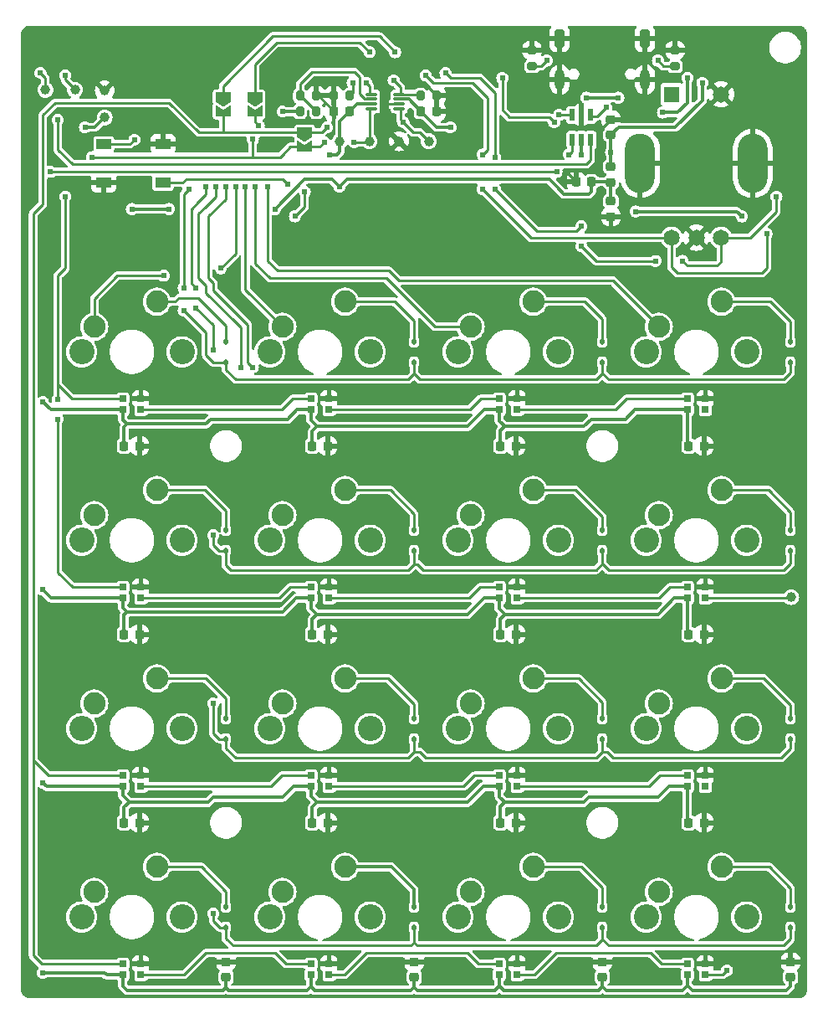
<source format=gtl>
G04 #@! TF.GenerationSoftware,KiCad,Pcbnew,8.0.3*
G04 #@! TF.CreationDate,2024-06-20T02:32:41+05:30*
G04 #@! TF.ProjectId,AT-ProtoKeeb_rev1,41542d50-726f-4746-9f4b-6565625f7265,v1.0*
G04 #@! TF.SameCoordinates,Original*
G04 #@! TF.FileFunction,Copper,L1,Top*
G04 #@! TF.FilePolarity,Positive*
%FSLAX46Y46*%
G04 Gerber Fmt 4.6, Leading zero omitted, Abs format (unit mm)*
G04 Created by KiCad (PCBNEW 8.0.3) date 2024-06-20 02:32:41*
%MOMM*%
%LPD*%
G01*
G04 APERTURE LIST*
G04 Aperture macros list*
%AMRoundRect*
0 Rectangle with rounded corners*
0 $1 Rounding radius*
0 $2 $3 $4 $5 $6 $7 $8 $9 X,Y pos of 4 corners*
0 Add a 4 corners polygon primitive as box body*
4,1,4,$2,$3,$4,$5,$6,$7,$8,$9,$2,$3,0*
0 Add four circle primitives for the rounded corners*
1,1,$1+$1,$2,$3*
1,1,$1+$1,$4,$5*
1,1,$1+$1,$6,$7*
1,1,$1+$1,$8,$9*
0 Add four rect primitives between the rounded corners*
20,1,$1+$1,$2,$3,$4,$5,0*
20,1,$1+$1,$4,$5,$6,$7,0*
20,1,$1+$1,$6,$7,$8,$9,0*
20,1,$1+$1,$8,$9,$2,$3,0*%
%AMFreePoly0*
4,1,6,1.000000,0.000000,0.500000,-0.750000,-0.500000,-0.750000,-0.500000,0.750000,0.500000,0.750000,1.000000,0.000000,1.000000,0.000000,$1*%
%AMFreePoly1*
4,1,6,0.500000,-0.750000,-0.650000,-0.750000,-0.150000,0.000000,-0.650000,0.750000,0.500000,0.750000,0.500000,-0.750000,0.500000,-0.750000,$1*%
G04 Aperture macros list end*
G04 #@! TA.AperFunction,ComponentPad*
%ADD10C,2.248000*%
G04 #@! TD*
G04 #@! TA.AperFunction,ComponentPad*
%ADD11C,2.553000*%
G04 #@! TD*
G04 #@! TA.AperFunction,SMDPad,CuDef*
%ADD12RoundRect,0.033750X0.526250X0.101250X-0.526250X0.101250X-0.526250X-0.101250X0.526250X-0.101250X0*%
G04 #@! TD*
G04 #@! TA.AperFunction,ComponentPad*
%ADD13O,1.000000X2.100000*%
G04 #@! TD*
G04 #@! TA.AperFunction,ComponentPad*
%ADD14RoundRect,0.200000X-0.300000X-0.700000X0.300000X-0.700000X0.300000X0.700000X-0.300000X0.700000X0*%
G04 #@! TD*
G04 #@! TA.AperFunction,SMDPad,CuDef*
%ADD15RoundRect,0.112500X0.112500X-0.187500X0.112500X0.187500X-0.112500X0.187500X-0.112500X-0.187500X0*%
G04 #@! TD*
G04 #@! TA.AperFunction,SMDPad,CuDef*
%ADD16R,0.700000X0.700000*%
G04 #@! TD*
G04 #@! TA.AperFunction,SMDPad,CuDef*
%ADD17RoundRect,0.225000X-0.225000X-0.250000X0.225000X-0.250000X0.225000X0.250000X-0.225000X0.250000X0*%
G04 #@! TD*
G04 #@! TA.AperFunction,SMDPad,CuDef*
%ADD18RoundRect,0.218750X0.256250X-0.218750X0.256250X0.218750X-0.256250X0.218750X-0.256250X-0.218750X0*%
G04 #@! TD*
G04 #@! TA.AperFunction,SMDPad,CuDef*
%ADD19C,1.000000*%
G04 #@! TD*
G04 #@! TA.AperFunction,SMDPad,CuDef*
%ADD20RoundRect,0.225000X0.250000X-0.225000X0.250000X0.225000X-0.250000X0.225000X-0.250000X-0.225000X0*%
G04 #@! TD*
G04 #@! TA.AperFunction,SMDPad,CuDef*
%ADD21FreePoly0,270.000000*%
G04 #@! TD*
G04 #@! TA.AperFunction,SMDPad,CuDef*
%ADD22FreePoly1,270.000000*%
G04 #@! TD*
G04 #@! TA.AperFunction,SMDPad,CuDef*
%ADD23RoundRect,0.200000X0.200000X0.275000X-0.200000X0.275000X-0.200000X-0.275000X0.200000X-0.275000X0*%
G04 #@! TD*
G04 #@! TA.AperFunction,SMDPad,CuDef*
%ADD24R,1.500000X1.000000*%
G04 #@! TD*
G04 #@! TA.AperFunction,SMDPad,CuDef*
%ADD25RoundRect,0.225000X-0.250000X0.225000X-0.250000X-0.225000X0.250000X-0.225000X0.250000X0.225000X0*%
G04 #@! TD*
G04 #@! TA.AperFunction,SMDPad,CuDef*
%ADD26RoundRect,0.225000X0.225000X0.250000X-0.225000X0.250000X-0.225000X-0.250000X0.225000X-0.250000X0*%
G04 #@! TD*
G04 #@! TA.AperFunction,SMDPad,CuDef*
%ADD27RoundRect,0.200000X0.275000X-0.200000X0.275000X0.200000X-0.275000X0.200000X-0.275000X-0.200000X0*%
G04 #@! TD*
G04 #@! TA.AperFunction,SMDPad,CuDef*
%ADD28RoundRect,0.200000X-0.200000X-0.275000X0.200000X-0.275000X0.200000X0.275000X-0.200000X0.275000X0*%
G04 #@! TD*
G04 #@! TA.AperFunction,SMDPad,CuDef*
%ADD29RoundRect,0.200000X-0.275000X0.200000X-0.275000X-0.200000X0.275000X-0.200000X0.275000X0.200000X0*%
G04 #@! TD*
G04 #@! TA.AperFunction,ComponentPad*
%ADD30R,1.650000X1.650000*%
G04 #@! TD*
G04 #@! TA.AperFunction,ComponentPad*
%ADD31C,1.650000*%
G04 #@! TD*
G04 #@! TA.AperFunction,ComponentPad*
%ADD32O,3.000000X6.000000*%
G04 #@! TD*
G04 #@! TA.AperFunction,SMDPad,CuDef*
%ADD33RoundRect,0.073750X-0.221250X0.531250X-0.221250X-0.531250X0.221250X-0.531250X0.221250X0.531250X0*%
G04 #@! TD*
G04 #@! TA.AperFunction,ViaPad*
%ADD34C,0.609600*%
G04 #@! TD*
G04 #@! TA.AperFunction,Conductor*
%ADD35C,0.304800*%
G04 #@! TD*
G04 #@! TA.AperFunction,Conductor*
%ADD36C,0.254000*%
G04 #@! TD*
G04 #@! TA.AperFunction,Conductor*
%ADD37C,0.250000*%
G04 #@! TD*
G04 APERTURE END LIST*
D10*
X110090150Y-138310100D03*
X116440150Y-135770100D03*
D11*
X108820150Y-140850100D03*
X118980150Y-140850100D03*
D10*
X91040150Y-138310100D03*
X97390150Y-135770100D03*
D11*
X89770150Y-140850100D03*
X99930150Y-140850100D03*
D10*
X71990150Y-138310100D03*
X78340150Y-135770100D03*
D11*
X70720150Y-140850100D03*
X80880150Y-140850100D03*
D10*
X52940150Y-138310100D03*
X59290150Y-135770100D03*
D11*
X51670150Y-140850100D03*
X61830150Y-140850100D03*
D10*
X110090150Y-119260100D03*
X116440150Y-116720100D03*
D11*
X108820150Y-121800100D03*
X118980150Y-121800100D03*
D10*
X91040150Y-119260100D03*
X97390150Y-116720100D03*
D11*
X89770150Y-121800100D03*
X99930150Y-121800100D03*
D10*
X71990150Y-119260100D03*
X78340150Y-116720100D03*
D11*
X70720150Y-121800100D03*
X80880150Y-121800100D03*
D10*
X52940150Y-119260100D03*
X59290150Y-116720100D03*
D11*
X51670150Y-121800100D03*
X61830150Y-121800100D03*
D10*
X110090150Y-100210000D03*
X116440150Y-97670000D03*
D11*
X108820150Y-102750000D03*
X118980150Y-102750000D03*
D10*
X91040150Y-100210000D03*
X97390150Y-97670000D03*
D11*
X89770150Y-102750000D03*
X99930150Y-102750000D03*
D10*
X71990150Y-100210000D03*
X78340150Y-97670000D03*
D11*
X70720150Y-102750000D03*
X80880150Y-102750000D03*
D10*
X52940150Y-100210000D03*
X59290150Y-97670000D03*
D11*
X51670150Y-102750000D03*
X61830150Y-102750000D03*
D10*
X110090150Y-81160000D03*
X116440150Y-78620000D03*
D11*
X108820150Y-83700000D03*
X118980150Y-83700000D03*
D10*
X91040150Y-81160000D03*
X97390150Y-78620000D03*
D11*
X89770150Y-83700000D03*
X99930150Y-83700000D03*
D10*
X71990150Y-81160000D03*
X78340150Y-78620000D03*
D11*
X70720150Y-83700000D03*
X80880150Y-83700000D03*
D10*
X52940150Y-81160000D03*
X59290150Y-78620000D03*
D11*
X51670150Y-83700000D03*
X61830150Y-83700000D03*
D12*
X83805000Y-59150000D03*
X83805000Y-58650000D03*
X83805000Y-58150000D03*
X83805000Y-57650000D03*
X80995000Y-57650000D03*
X80995000Y-58150000D03*
X80995000Y-58650000D03*
X80995000Y-59150000D03*
D13*
X100055150Y-56191000D03*
X108695150Y-56191000D03*
D14*
X100055150Y-52011000D03*
X108695150Y-52011000D03*
D15*
X104375150Y-84750000D03*
X104375150Y-82650000D03*
X85325150Y-84750000D03*
X85325150Y-82650000D03*
D16*
X114815150Y-89550000D03*
X114815150Y-88450000D03*
X112985150Y-88450000D03*
X112985150Y-89550000D03*
X114815150Y-108600000D03*
X114815150Y-107500000D03*
X112985150Y-107500000D03*
X112985150Y-108600000D03*
D17*
X55975150Y-93225000D03*
X57525150Y-93225000D03*
D18*
X105250000Y-66537500D03*
X105250000Y-64962500D03*
D19*
X123500000Y-108500000D03*
D20*
X105250000Y-61775000D03*
X105250000Y-60225000D03*
D17*
X113125150Y-112275000D03*
X114675150Y-112275000D03*
D16*
X95765150Y-146700100D03*
X95765150Y-145600100D03*
X93935150Y-145600100D03*
X93935150Y-146700100D03*
D19*
X54000000Y-57250000D03*
D21*
X69200000Y-57950000D03*
D22*
X69200000Y-59400000D03*
D15*
X123425150Y-141900100D03*
X123425150Y-139800100D03*
D23*
X87625000Y-57800000D03*
X85975000Y-57800000D03*
D16*
X57665250Y-127650100D03*
X57665250Y-126550100D03*
X55835250Y-126550100D03*
X55835250Y-127650100D03*
D20*
X85325150Y-146925100D03*
X85325150Y-145375100D03*
D19*
X80800000Y-62400000D03*
X54000000Y-60000000D03*
D16*
X76715150Y-108600000D03*
X76715150Y-107500000D03*
X74885150Y-107500000D03*
X74885150Y-108600000D03*
D24*
X53900150Y-62700000D03*
X53900150Y-66600000D03*
D21*
X74250000Y-61525000D03*
D22*
X74250000Y-62975000D03*
D25*
X105250000Y-68475000D03*
X105250000Y-70025000D03*
D15*
X66275150Y-141900100D03*
X66275150Y-139800100D03*
D16*
X76715150Y-146700100D03*
X76715150Y-145600100D03*
X74885150Y-145600100D03*
X74885150Y-146700100D03*
D15*
X123425150Y-84750000D03*
X123425150Y-82650000D03*
X85325150Y-141900100D03*
X85325150Y-139800100D03*
D16*
X95765150Y-127650100D03*
X95765150Y-126550100D03*
X93935150Y-126550100D03*
X93935150Y-127650100D03*
D15*
X104375150Y-122850100D03*
X104375150Y-120750100D03*
X66275150Y-84750000D03*
X66275150Y-82650000D03*
D19*
X51000000Y-57200000D03*
D15*
X66275150Y-122850100D03*
X66275150Y-120750100D03*
D16*
X114815150Y-127650100D03*
X114815150Y-126550100D03*
X112985150Y-126550100D03*
X112985150Y-127650100D03*
D15*
X104375150Y-141900100D03*
X104375150Y-139800100D03*
X66275150Y-103800000D03*
X66275150Y-101700000D03*
D26*
X78775000Y-59400000D03*
X77225000Y-59400000D03*
D17*
X55975150Y-131325100D03*
X57525150Y-131325100D03*
D16*
X57665150Y-108600000D03*
X57665150Y-107500000D03*
X55835150Y-107500000D03*
X55835150Y-108600000D03*
D20*
X123425150Y-146925100D03*
X123425150Y-145375100D03*
D16*
X76715150Y-127650100D03*
X76715150Y-126550100D03*
X74885150Y-126550100D03*
X74885150Y-127650100D03*
X114815150Y-146700100D03*
X114815150Y-145600100D03*
X112985150Y-145600100D03*
X112985150Y-146700100D03*
D24*
X59900150Y-66600000D03*
X59900150Y-62700000D03*
D17*
X113125150Y-131325100D03*
X114675150Y-131325100D03*
X94075150Y-93225000D03*
X95625150Y-93225000D03*
D23*
X75425000Y-59400000D03*
X73775000Y-59400000D03*
D19*
X83800000Y-62400000D03*
D16*
X95765150Y-108600000D03*
X95765150Y-107500000D03*
X93935150Y-107500000D03*
X93935150Y-108600000D03*
D15*
X104375150Y-103800000D03*
X104375150Y-101700000D03*
D17*
X55975150Y-112275000D03*
X57525150Y-112275000D03*
D16*
X76715150Y-89550000D03*
X76715150Y-88450000D03*
X74885150Y-88450000D03*
X74885150Y-89550000D03*
D19*
X48000000Y-57200000D03*
D23*
X75425000Y-57800000D03*
X73775000Y-57800000D03*
D17*
X75025150Y-112275000D03*
X76575150Y-112275000D03*
D15*
X123425150Y-122850100D03*
X123425150Y-120750100D03*
D16*
X57665250Y-146700100D03*
X57665250Y-145600100D03*
X55835250Y-145600100D03*
X55835250Y-146700100D03*
D17*
X94075150Y-131325100D03*
X95625150Y-131325100D03*
D27*
X111750000Y-54825000D03*
X111750000Y-53175000D03*
D21*
X66000000Y-57950000D03*
D22*
X66000000Y-59400000D03*
D28*
X77175000Y-57800000D03*
X78825000Y-57800000D03*
D17*
X113125150Y-93225000D03*
X114675150Y-93225000D03*
X86025000Y-59400000D03*
X87575000Y-59400000D03*
D29*
X97250000Y-53175000D03*
X97250000Y-54825000D03*
D30*
X111400150Y-57650000D03*
D31*
X116400150Y-57650000D03*
X111400150Y-72150000D03*
X116400150Y-72150000D03*
X113900150Y-72150000D03*
D32*
X108200150Y-64650000D03*
X119600150Y-64650000D03*
D15*
X85325150Y-122850100D03*
X85325150Y-120750100D03*
D16*
X57665250Y-89550000D03*
X57665250Y-88450000D03*
X55835250Y-88450000D03*
X55835250Y-89550000D03*
X95765150Y-89550000D03*
X95765150Y-88450000D03*
X93935150Y-88450000D03*
X93935150Y-89550000D03*
D17*
X75025150Y-93225000D03*
X76575150Y-93225000D03*
D19*
X86800000Y-62400000D03*
D26*
X103275000Y-66500000D03*
X101725000Y-66500000D03*
D33*
X103200000Y-59745000D03*
X102250000Y-59745000D03*
X101300000Y-59745000D03*
X101300000Y-62255000D03*
X102250000Y-62255000D03*
X103200000Y-62255000D03*
D20*
X66275250Y-146925100D03*
X66275250Y-145375100D03*
D15*
X85325150Y-103800000D03*
X85325150Y-101700000D03*
X123425150Y-103800000D03*
X123425150Y-101700000D03*
D19*
X77800000Y-62400000D03*
D17*
X94075150Y-112275000D03*
X95625150Y-112275000D03*
D20*
X104375150Y-146925100D03*
X104375150Y-145375100D03*
D17*
X75025150Y-131325100D03*
X76575150Y-131325100D03*
D34*
X52000000Y-61000000D03*
X89000000Y-61000000D03*
X118500000Y-70000000D03*
X107750000Y-69500000D03*
X72000000Y-59400000D03*
X77600000Y-56400000D03*
X50800000Y-59400000D03*
X89200000Y-58600000D03*
X54250000Y-55750000D03*
X68750000Y-145750000D03*
X115000000Y-74000000D03*
X71000000Y-62750000D03*
X65750000Y-53500000D03*
X78500000Y-144750000D03*
X97750000Y-144750000D03*
X85400000Y-56400000D03*
X100250000Y-145500000D03*
X108000000Y-58250000D03*
X67000000Y-75250000D03*
X78250000Y-53500000D03*
X64750000Y-56250000D03*
X53000000Y-53500000D03*
X81750000Y-56500000D03*
X81250000Y-145750000D03*
X100750000Y-65500000D03*
X91000000Y-53500000D03*
X100750000Y-58000000D03*
X99750000Y-62000000D03*
X102250000Y-63750000D03*
X114500000Y-56500000D03*
X105250000Y-63500000D03*
X62500000Y-67250000D03*
X62000000Y-77250000D03*
X62000000Y-79500000D03*
X76750000Y-63750000D03*
X60500000Y-69250000D03*
X77750000Y-67000000D03*
X47750000Y-146500000D03*
X47750000Y-107750000D03*
X56750000Y-69250000D03*
X71250000Y-69250000D03*
X47750000Y-127250000D03*
X47750000Y-88750000D03*
X64250000Y-67000000D03*
X65000000Y-83500000D03*
X63250000Y-79250000D03*
X65000000Y-102250000D03*
X63250000Y-77250000D03*
X113000000Y-56000000D03*
X106000000Y-58000000D03*
X110500000Y-59500000D03*
X102750000Y-58000000D03*
X65250000Y-67000000D03*
X65000000Y-119250000D03*
X67750000Y-85250000D03*
X69000000Y-85250000D03*
X66250000Y-67000000D03*
X65000000Y-140500000D03*
X98750000Y-54250000D03*
X104750000Y-59000000D03*
X100000000Y-59750000D03*
X110000000Y-54250000D03*
X49250000Y-88500000D03*
X49250000Y-90500000D03*
X69600000Y-60800000D03*
X50000000Y-68000000D03*
X69000000Y-62200000D03*
X79250000Y-62500000D03*
X76250000Y-62500000D03*
X52750000Y-64000000D03*
X76500000Y-61000000D03*
X84250000Y-60500000D03*
X47500000Y-55500000D03*
X50000000Y-55750000D03*
X117000000Y-146250000D03*
X99500000Y-60500000D03*
X94250000Y-56000000D03*
X92250000Y-67250000D03*
X86500000Y-55750000D03*
X121000000Y-71750000D03*
X92250000Y-63750000D03*
X122000000Y-68000000D03*
X109750000Y-74500000D03*
X93500000Y-67250000D03*
X102250000Y-73000000D03*
X102250000Y-71000000D03*
X112500000Y-74500000D03*
X88500000Y-55500000D03*
X93500000Y-64000000D03*
X83250000Y-56250000D03*
X83400000Y-53400000D03*
X80800000Y-53400000D03*
X79100000Y-56500000D03*
X80500000Y-56500000D03*
X67250000Y-67000000D03*
X65750000Y-75250000D03*
X60000000Y-76000000D03*
X68250000Y-67000000D03*
X69250000Y-67000000D03*
X70500000Y-67000000D03*
X74250000Y-67500000D03*
X72500000Y-66750000D03*
X73250000Y-70000000D03*
X57000000Y-62250000D03*
X101000000Y-63750000D03*
X48500000Y-65500000D03*
X99750000Y-65500000D03*
X49250000Y-60250000D03*
D35*
X52000000Y-61000000D02*
X53000000Y-61000000D01*
X118500000Y-70000000D02*
X118000000Y-69500000D01*
X53000000Y-61000000D02*
X54000000Y-60000000D01*
X86025000Y-59400000D02*
X87625000Y-61000000D01*
X118000000Y-69500000D02*
X107750000Y-69500000D01*
X87625000Y-61000000D02*
X89000000Y-61000000D01*
X84775000Y-58150000D02*
X83805000Y-58150000D01*
X72000000Y-59400000D02*
X73775000Y-59400000D01*
X84775000Y-58150000D02*
X86025000Y-59400000D01*
D36*
X82150000Y-58150000D02*
X82650000Y-58650000D01*
X102250000Y-59500000D02*
X102250000Y-60250000D01*
X86225000Y-56400000D02*
X87625000Y-57800000D01*
X101725000Y-66475000D02*
X100750000Y-65500000D01*
X102500000Y-61000000D02*
X104475000Y-61000000D01*
X102250000Y-59862500D02*
X102250000Y-60750000D01*
X87575000Y-59400000D02*
X88400000Y-59400000D01*
X102250000Y-60750000D02*
X102500000Y-61000000D01*
X101868200Y-61131800D02*
X100618200Y-61131800D01*
X100618200Y-61131800D02*
X99750000Y-62000000D01*
X82150000Y-58150000D02*
X82150000Y-56900000D01*
X75625000Y-57800000D02*
X77225000Y-59400000D01*
X102250000Y-59862500D02*
X102250000Y-59500000D01*
X85400000Y-56400000D02*
X86225000Y-56400000D01*
X82150000Y-56900000D02*
X81750000Y-56500000D01*
X102250000Y-60750000D02*
X102000000Y-61000000D01*
X101725000Y-66500000D02*
X101725000Y-66475000D01*
X88400000Y-59400000D02*
X89200000Y-58600000D01*
X104475000Y-61000000D02*
X105250000Y-60225000D01*
X102000000Y-61000000D02*
X101868200Y-61131800D01*
X75425000Y-57800000D02*
X75625000Y-57800000D01*
X82650000Y-58650000D02*
X83950000Y-58650000D01*
D35*
X105250000Y-61775000D02*
X105250000Y-63500000D01*
X111750000Y-61000000D02*
X114500000Y-58250000D01*
X105250000Y-61775000D02*
X106025000Y-61000000D01*
X102250000Y-62137500D02*
X102250000Y-63750000D01*
X114500000Y-58250000D02*
X114500000Y-56500000D01*
X106025000Y-61000000D02*
X111750000Y-61000000D01*
X105250000Y-63500000D02*
X105250000Y-64962500D01*
D36*
X85900300Y-86500000D02*
X103750000Y-86500000D01*
X123425150Y-85824850D02*
X123425150Y-84750000D01*
X104375150Y-85874850D02*
X105000300Y-86500000D01*
X65000000Y-84750000D02*
X66275150Y-84750000D01*
X64250000Y-81750000D02*
X64250000Y-84000000D01*
X62000000Y-79500000D02*
X64250000Y-81750000D01*
X62500000Y-67250000D02*
X62000000Y-67750000D01*
X85325150Y-84750000D02*
X85325150Y-85924850D01*
X105000300Y-86500000D02*
X122750000Y-86500000D01*
X103750000Y-86500000D02*
X104375150Y-85874850D01*
X66275150Y-85525150D02*
X66275150Y-84750000D01*
X62000000Y-67750000D02*
X62000000Y-77250000D01*
X122750000Y-86500000D02*
X123425150Y-85824850D01*
X64250000Y-84000000D02*
X65000000Y-84750000D01*
X104375150Y-85874850D02*
X104375150Y-84750000D01*
X85325150Y-85924850D02*
X84750000Y-86500000D01*
X85325150Y-85924850D02*
X85900300Y-86500000D01*
X84750000Y-86500000D02*
X67250000Y-86500000D01*
X67250000Y-86500000D02*
X66275150Y-85525150D01*
D35*
X75500000Y-91250000D02*
X90750000Y-91250000D01*
X94075150Y-110674850D02*
X94500000Y-110250000D01*
X94075150Y-129674850D02*
X94500000Y-129250000D01*
X56250000Y-148250000D02*
X66000000Y-148250000D01*
X99750000Y-67000000D02*
X99000000Y-66250000D01*
X56250000Y-110000000D02*
X72000000Y-110000000D01*
X111650000Y-108600000D02*
X112985150Y-108600000D01*
X92450000Y-89550000D02*
X93935150Y-89550000D01*
X85650300Y-148250000D02*
X93500000Y-148250000D01*
X90750000Y-110250000D02*
X92400000Y-108600000D01*
X64750000Y-90500000D02*
X72500000Y-90500000D01*
X113470300Y-148250000D02*
X123000000Y-148250000D01*
X55835250Y-89550000D02*
X48550000Y-89550000D01*
X79525000Y-58650000D02*
X80850000Y-58650000D01*
X55975150Y-129774850D02*
X56500000Y-129250000D01*
X74500000Y-148250000D02*
X74885150Y-147864850D01*
X103000000Y-67750000D02*
X100500000Y-67750000D01*
X94075150Y-91674850D02*
X94500000Y-91250000D01*
X66550500Y-148250000D02*
X74500000Y-148250000D01*
X72000000Y-128750000D02*
X73099900Y-127650100D01*
X93935150Y-109685150D02*
X94500000Y-110250000D01*
X55835150Y-108600000D02*
X55835150Y-109585150D01*
X55835250Y-147835250D02*
X56250000Y-148250000D01*
X90750000Y-91250000D02*
X92450000Y-89550000D01*
X94075150Y-112275000D02*
X94075150Y-110674850D01*
X103250000Y-90500000D02*
X106750000Y-90500000D01*
X66275250Y-147974750D02*
X66550500Y-148250000D01*
X103000000Y-128750000D02*
X110000000Y-128750000D01*
X75025150Y-91724850D02*
X75500000Y-91250000D01*
X93935150Y-128685150D02*
X94500000Y-129250000D01*
X54200100Y-146700100D02*
X54000000Y-146500000D01*
X55835250Y-146700100D02*
X55835250Y-147835250D01*
X112500000Y-148250000D02*
X112985150Y-147764850D01*
X77800000Y-63450000D02*
X77800000Y-62400000D01*
X75025150Y-129724850D02*
X75500000Y-129250000D01*
X55835150Y-109585150D02*
X56250000Y-110000000D01*
X94500000Y-91250000D02*
X102500000Y-91250000D01*
X99000000Y-66250000D02*
X95750000Y-66250000D01*
X123000000Y-148250000D02*
X123425150Y-147824850D01*
X75025150Y-93225000D02*
X75025150Y-91724850D01*
X74885150Y-90635150D02*
X75500000Y-91250000D01*
X72500000Y-90500000D02*
X73450000Y-89550000D01*
X48150100Y-127650100D02*
X55835250Y-127650100D01*
X55975150Y-91274850D02*
X55975150Y-93225000D01*
X93935150Y-147814850D02*
X93935150Y-146700100D01*
X112985150Y-147764850D02*
X113470300Y-148250000D01*
X90750000Y-129250000D02*
X92349900Y-127650100D01*
X85325150Y-147924850D02*
X85325150Y-146925100D01*
X92349900Y-127650100D02*
X93935150Y-127650100D01*
X75025150Y-110724850D02*
X75025150Y-112275000D01*
X77000000Y-66250000D02*
X74250000Y-66250000D01*
X106750000Y-90500000D02*
X107700000Y-89550000D01*
X104750300Y-148250000D02*
X112500000Y-148250000D01*
X56250000Y-110000000D02*
X55975150Y-110274850D01*
X112985150Y-93085000D02*
X113125150Y-93225000D01*
X85000000Y-148250000D02*
X85325150Y-147924850D01*
X103275000Y-67475000D02*
X103000000Y-67750000D01*
X94500000Y-129250000D02*
X102500000Y-129250000D01*
X104375150Y-147874850D02*
X104750300Y-148250000D01*
X110000000Y-110250000D02*
X111650000Y-108600000D01*
X55835250Y-89550000D02*
X55835250Y-90585250D01*
X112985150Y-147764850D02*
X112985150Y-146700100D01*
X55835250Y-90585250D02*
X56250000Y-91000000D01*
X104375150Y-146925100D02*
X104375150Y-147874850D01*
X66000000Y-148250000D02*
X66275250Y-147974750D01*
X102500000Y-91250000D02*
X103250000Y-90500000D01*
X93935150Y-127650100D02*
X93935150Y-128685150D01*
X93500000Y-148250000D02*
X93935150Y-147814850D01*
X64250000Y-91000000D02*
X64750000Y-90500000D01*
X75500000Y-129250000D02*
X90750000Y-129250000D01*
X74885150Y-89550000D02*
X74885150Y-90635150D01*
X93935150Y-147814850D02*
X94370300Y-148250000D01*
X76750000Y-63750000D02*
X77500000Y-63750000D01*
X73450000Y-89550000D02*
X74885150Y-89550000D01*
X78500000Y-66250000D02*
X77750000Y-67000000D01*
X56250000Y-91000000D02*
X55975150Y-91274850D01*
X73400000Y-108600000D02*
X74885150Y-108600000D01*
X47750000Y-107750000D02*
X48600000Y-108600000D01*
X56250000Y-91000000D02*
X64250000Y-91000000D01*
X93935150Y-90685150D02*
X94500000Y-91250000D01*
X112985150Y-89550000D02*
X112985150Y-93085000D01*
X74885150Y-147864850D02*
X74885150Y-146700100D01*
X94075150Y-131325100D02*
X94075150Y-129674850D01*
X74885150Y-128635150D02*
X75500000Y-129250000D01*
X112985150Y-127650100D02*
X112985150Y-131185100D01*
X77800000Y-62400000D02*
X77800000Y-60375000D01*
X65000000Y-128750000D02*
X72000000Y-128750000D01*
X74885150Y-109635150D02*
X75500000Y-110250000D01*
X94500000Y-110250000D02*
X110000000Y-110250000D01*
X48600000Y-108600000D02*
X55835150Y-108600000D01*
X75270300Y-148250000D02*
X85000000Y-148250000D01*
X92400000Y-108600000D02*
X93935150Y-108600000D01*
X72000000Y-110000000D02*
X73400000Y-108600000D01*
X94075150Y-93225000D02*
X94075150Y-91674850D01*
X103275000Y-66500000D02*
X103275000Y-67475000D01*
X105212500Y-66500000D02*
X105250000Y-66537500D01*
X78775000Y-59400000D02*
X79525000Y-58650000D01*
X95750000Y-66250000D02*
X78500000Y-66250000D01*
X55975150Y-131325100D02*
X55975150Y-129774850D01*
X47750000Y-146500000D02*
X54000000Y-146500000D01*
X103275000Y-66500000D02*
X105212500Y-66500000D01*
X55975150Y-110274850D02*
X55975150Y-112275000D01*
X100500000Y-67750000D02*
X99750000Y-67000000D01*
X47750000Y-127250000D02*
X48150100Y-127650100D01*
X73099900Y-127650100D02*
X74885150Y-127650100D01*
X74885150Y-147864850D02*
X75270300Y-148250000D01*
X64500000Y-129250000D02*
X65000000Y-128750000D01*
X107700000Y-89550000D02*
X112985150Y-89550000D01*
X75500000Y-110250000D02*
X75025150Y-110724850D01*
X74250000Y-66250000D02*
X71250000Y-69250000D01*
X85325150Y-147924850D02*
X85650300Y-148250000D01*
X55835250Y-127650100D02*
X55835250Y-128585250D01*
X102500000Y-129250000D02*
X103000000Y-128750000D01*
X112985150Y-112135000D02*
X113125150Y-112275000D01*
X104375150Y-147874850D02*
X104000000Y-148250000D01*
X77750000Y-67000000D02*
X77000000Y-66250000D01*
X56500000Y-129250000D02*
X64500000Y-129250000D01*
X123425150Y-147824850D02*
X123425150Y-146925100D01*
X60500000Y-69250000D02*
X56750000Y-69250000D01*
X93935150Y-89550000D02*
X93935150Y-90685150D01*
X75025150Y-131325100D02*
X75025150Y-129724850D01*
X74885150Y-127650100D02*
X74885150Y-128635150D01*
X55835250Y-146700100D02*
X54200100Y-146700100D01*
X74885150Y-108600000D02*
X74885150Y-109635150D01*
X112985150Y-108600000D02*
X112985150Y-112135000D01*
X55835250Y-128585250D02*
X56500000Y-129250000D01*
X77800000Y-60375000D02*
X78775000Y-59400000D01*
X47750000Y-88750000D02*
X48550000Y-89550000D01*
X94370300Y-148250000D02*
X104000000Y-148250000D01*
X93935150Y-108600000D02*
X93935150Y-109685150D01*
X66275250Y-147974750D02*
X66275250Y-146925100D01*
X75500000Y-110250000D02*
X90750000Y-110250000D01*
X110000000Y-128750000D02*
X111099900Y-127650100D01*
X105250000Y-66537500D02*
X105250000Y-68475000D01*
X111099900Y-127650100D02*
X112985150Y-127650100D01*
X112985150Y-131185100D02*
X113125150Y-131325100D01*
X77500000Y-63750000D02*
X77800000Y-63450000D01*
D36*
X62750000Y-71000000D02*
X62750000Y-76750000D01*
X122750000Y-105750000D02*
X123425150Y-105074850D01*
X65000000Y-81000000D02*
X65000000Y-83500000D01*
X63500000Y-68500000D02*
X62750000Y-69250000D01*
X65550000Y-103800000D02*
X66275150Y-103800000D01*
X65000000Y-102250000D02*
X65000000Y-103250000D01*
X65000000Y-103250000D02*
X65550000Y-103800000D01*
X66275150Y-105275150D02*
X66750000Y-105750000D01*
X62750000Y-76750000D02*
X63250000Y-77250000D01*
X104375150Y-103800000D02*
X104375150Y-105124850D01*
X62750000Y-69250000D02*
X62750000Y-71000000D01*
X104375150Y-105124850D02*
X103750000Y-105750000D01*
X64250000Y-67000000D02*
X64250000Y-67750000D01*
X64250000Y-67750000D02*
X63500000Y-68500000D01*
X85325150Y-103800000D02*
X85325150Y-105174850D01*
X63250000Y-79250000D02*
X65000000Y-81000000D01*
X66275150Y-103800000D02*
X66275150Y-105275150D01*
X66750000Y-105750000D02*
X84750000Y-105750000D01*
X104375150Y-105124850D02*
X105000300Y-105750000D01*
X103750000Y-105750000D02*
X86250000Y-105750000D01*
X86250000Y-105750000D02*
X85674850Y-105174850D01*
X123425150Y-105074850D02*
X123425150Y-103800000D01*
X105000300Y-105750000D02*
X122750000Y-105750000D01*
X85674850Y-105174850D02*
X85325150Y-105174850D01*
X85325150Y-105174850D02*
X84750000Y-105750000D01*
D35*
X110500000Y-59500000D02*
X112000000Y-59500000D01*
X113000000Y-58500000D02*
X113000000Y-56000000D01*
X112000000Y-59500000D02*
X113000000Y-58500000D01*
X102750000Y-58000000D02*
X106000000Y-58000000D01*
D36*
X123425150Y-123824850D02*
X123425150Y-122850100D01*
X104375150Y-124124850D02*
X104874850Y-124124850D01*
X104375150Y-124124850D02*
X103750000Y-124750000D01*
X66275150Y-122850100D02*
X66275150Y-123775150D01*
X105500000Y-124750000D02*
X122500000Y-124750000D01*
X86500000Y-124750000D02*
X103750000Y-124750000D01*
X65250000Y-67000000D02*
X65250000Y-68000000D01*
X67250000Y-80750000D02*
X67750000Y-81250000D01*
X64250000Y-77750000D02*
X67250000Y-80750000D01*
X85325150Y-124174850D02*
X85924850Y-124174850D01*
X63500000Y-76250000D02*
X64250000Y-77000000D01*
X66275150Y-123775150D02*
X67250000Y-124750000D01*
X85924850Y-124174850D02*
X86500000Y-124750000D01*
X85325150Y-122850100D02*
X85325150Y-124174850D01*
X122500000Y-124750000D02*
X123425150Y-123824850D01*
X104874850Y-124124850D02*
X105500000Y-124750000D01*
X65600100Y-122850100D02*
X66275150Y-122850100D01*
X64250000Y-77000000D02*
X64250000Y-77750000D01*
X63500000Y-69750000D02*
X63500000Y-70750000D01*
X65250000Y-68000000D02*
X64250000Y-69000000D01*
X67250000Y-124750000D02*
X84750000Y-124750000D01*
X67750000Y-81250000D02*
X67750000Y-85250000D01*
X64250000Y-69000000D02*
X63500000Y-69750000D01*
X104375150Y-122850100D02*
X104375150Y-124124850D01*
X63500000Y-70750000D02*
X63500000Y-76250000D01*
X65000000Y-122250000D02*
X65600100Y-122850100D01*
X65000000Y-119250000D02*
X65000000Y-122250000D01*
X85325150Y-124174850D02*
X84750000Y-124750000D01*
X63500000Y-78250000D02*
X61500000Y-78250000D01*
X61500000Y-78250000D02*
X61130000Y-78620000D01*
X66275150Y-82650000D02*
X66275150Y-81025150D01*
X66275150Y-81025150D02*
X63500000Y-78250000D01*
X61130000Y-78620000D02*
X59290150Y-78620000D01*
X64500000Y-76250000D02*
X65000000Y-76750000D01*
X64500000Y-70000000D02*
X64500000Y-76250000D01*
X65000000Y-141250000D02*
X65650100Y-141900100D01*
X104375150Y-143125150D02*
X105000000Y-143750000D01*
X65000000Y-140500000D02*
X65000000Y-141250000D01*
X85325150Y-143424850D02*
X85325150Y-141900100D01*
X104375150Y-143124850D02*
X104375150Y-141900100D01*
X66275150Y-141900100D02*
X66275150Y-143025150D01*
X103750000Y-143750000D02*
X104375150Y-143124850D01*
X122750000Y-143750000D02*
X123425150Y-143074850D01*
X104375150Y-143124850D02*
X104375150Y-143125150D01*
X68500000Y-81000000D02*
X68500000Y-84750000D01*
X66275150Y-143025150D02*
X67000000Y-143750000D01*
X65000000Y-77500000D02*
X65500000Y-78000000D01*
X85325150Y-143424850D02*
X85650300Y-143750000D01*
X65500000Y-78000000D02*
X68500000Y-81000000D01*
X66250000Y-68250000D02*
X64500000Y-70000000D01*
X67000000Y-143750000D02*
X85000000Y-143750000D01*
X66250000Y-67000000D02*
X66250000Y-68250000D01*
X85000000Y-143750000D02*
X85325150Y-143424850D01*
X68500000Y-84750000D02*
X69000000Y-85250000D01*
X85650300Y-143750000D02*
X103750000Y-143750000D01*
X105000000Y-143750000D02*
X122750000Y-143750000D01*
X123425150Y-143074850D02*
X123425150Y-141900100D01*
X65650100Y-141900100D02*
X66275150Y-141900100D01*
X65000000Y-76750000D02*
X65000000Y-77500000D01*
X66275150Y-99775150D02*
X64170000Y-97670000D01*
X64170000Y-97670000D02*
X59290150Y-97670000D01*
X66275150Y-101700000D02*
X66275150Y-99775150D01*
X59290150Y-116720100D02*
X64220100Y-116720100D01*
X66275150Y-120750100D02*
X66275150Y-118775150D01*
X66275150Y-118775150D02*
X64220100Y-116720100D01*
X66250000Y-138250000D02*
X66250000Y-139774950D01*
X66250000Y-139774950D02*
X66275150Y-139800100D01*
X59290150Y-135770100D02*
X63770100Y-135770100D01*
X63770100Y-135770100D02*
X66250000Y-138250000D01*
X83370000Y-78620000D02*
X78340150Y-78620000D01*
X85325150Y-80575150D02*
X83370000Y-78620000D01*
X85325150Y-82650000D02*
X85325150Y-80575150D01*
X82920000Y-97670000D02*
X78340150Y-97670000D01*
X85325150Y-100075150D02*
X82920000Y-97670000D01*
X85325150Y-101700000D02*
X85325150Y-100075150D01*
X82720100Y-116720100D02*
X78340150Y-116720100D01*
X85325150Y-120750100D02*
X85325150Y-119325150D01*
X85325150Y-119325150D02*
X82720100Y-116720100D01*
D35*
X83020100Y-135770100D02*
X85325150Y-138075150D01*
X78340150Y-135770100D02*
X83020100Y-135770100D01*
X85325150Y-138075150D02*
X85325150Y-139800100D01*
D36*
X104375150Y-80375150D02*
X102620000Y-78620000D01*
X102620000Y-78620000D02*
X97390150Y-78620000D01*
X104375150Y-82650000D02*
X104375150Y-80375150D01*
X104375150Y-100375150D02*
X101670000Y-97670000D01*
X104375150Y-101700000D02*
X104375150Y-100375150D01*
X101670000Y-97670000D02*
X97390150Y-97670000D01*
X104375150Y-119125150D02*
X101970100Y-116720100D01*
X104375150Y-120750100D02*
X104375150Y-119125150D01*
X101970100Y-116720100D02*
X97390150Y-116720100D01*
X97390150Y-135770100D02*
X102270100Y-135770100D01*
X104375150Y-137875150D02*
X104375150Y-139800100D01*
X102270100Y-135770100D02*
X104375150Y-137875150D01*
X116440150Y-78620000D02*
X121370000Y-78620000D01*
X123425150Y-80675150D02*
X123425150Y-82650000D01*
X121370000Y-78620000D02*
X123425150Y-80675150D01*
X123425150Y-99925150D02*
X123425150Y-101700000D01*
X116440150Y-97670000D02*
X121170000Y-97670000D01*
X121170000Y-97670000D02*
X123425150Y-99925150D01*
X120720100Y-116720100D02*
X116440150Y-116720100D01*
X123425150Y-120750100D02*
X123425150Y-119425150D01*
X123425150Y-119425150D02*
X120720100Y-116720100D01*
X123425150Y-139800100D02*
X123425150Y-137925150D01*
X123425150Y-137925150D02*
X121270100Y-135770100D01*
X121270100Y-135770100D02*
X116440150Y-135770100D01*
X97250000Y-54825000D02*
X98175000Y-54825000D01*
X98175000Y-54825000D02*
X98750000Y-54250000D01*
X103200000Y-59862500D02*
X103887500Y-59862500D01*
X103887500Y-59862500D02*
X104750000Y-59000000D01*
X101187500Y-59750000D02*
X101300000Y-59862500D01*
X100000000Y-59750000D02*
X101187500Y-59750000D01*
X110575000Y-54825000D02*
X110000000Y-54250000D01*
X111750000Y-54825000D02*
X110575000Y-54825000D01*
X49250000Y-87000000D02*
X49250000Y-88500000D01*
X75775000Y-62975000D02*
X76250000Y-62500000D01*
X79250000Y-62500000D02*
X80700000Y-62500000D01*
X80700000Y-62500000D02*
X80800000Y-62400000D01*
X80850000Y-62350000D02*
X80800000Y-62400000D01*
X50700000Y-88450000D02*
X55835250Y-88450000D01*
X49250000Y-76000000D02*
X49250000Y-87000000D01*
X50000000Y-68000000D02*
X50000000Y-75250000D01*
X72000000Y-63750000D02*
X71750000Y-64000000D01*
X69000000Y-64000000D02*
X52750000Y-64000000D01*
X49250000Y-87000000D02*
X50700000Y-88450000D01*
X72775000Y-62975000D02*
X72000000Y-63750000D01*
X69200000Y-59400000D02*
X69200000Y-60400000D01*
X49250000Y-90500000D02*
X49250000Y-106000000D01*
X74250000Y-62975000D02*
X72775000Y-62975000D01*
X71750000Y-64000000D02*
X69000000Y-64000000D01*
X69200000Y-60400000D02*
X69600000Y-60800000D01*
X49250000Y-106000000D02*
X50750000Y-107500000D01*
X80850000Y-59150000D02*
X80850000Y-62350000D01*
X50000000Y-75250000D02*
X49250000Y-76000000D01*
X69000000Y-62200000D02*
X69000000Y-64000000D01*
X50750000Y-107500000D02*
X55835150Y-107500000D01*
X74250000Y-62975000D02*
X75775000Y-62975000D01*
X83950000Y-60200000D02*
X84250000Y-60500000D01*
X47750000Y-68750000D02*
X46750000Y-69750000D01*
X46750000Y-69750000D02*
X46750000Y-125000000D01*
X85250000Y-61500000D02*
X85900000Y-61500000D01*
X55835250Y-145600100D02*
X47600100Y-145600100D01*
X75975000Y-61525000D02*
X76500000Y-61000000D01*
X48300100Y-126550100D02*
X55835250Y-126550100D01*
X74250000Y-61525000D02*
X75975000Y-61525000D01*
X63525000Y-61525000D02*
X60500000Y-58500000D01*
X83950000Y-59150000D02*
X83950000Y-60200000D01*
X47600100Y-145600100D02*
X46750000Y-144750000D01*
X74250000Y-61525000D02*
X66000000Y-61525000D01*
X60500000Y-58500000D02*
X49000000Y-58500000D01*
X84250000Y-60500000D02*
X85250000Y-61500000D01*
X66000000Y-61525000D02*
X63525000Y-61525000D01*
X46750000Y-125000000D02*
X46750000Y-144750000D01*
X46750000Y-125000000D02*
X48300100Y-126550100D01*
X49000000Y-58500000D02*
X47750000Y-59750000D01*
X85900000Y-61500000D02*
X86800000Y-62400000D01*
X66000000Y-59400000D02*
X66000000Y-61525000D01*
X47750000Y-59750000D02*
X47750000Y-68750000D01*
X48000000Y-57200000D02*
X48000000Y-56000000D01*
X48000000Y-56000000D02*
X47500000Y-55500000D01*
X50000000Y-56200000D02*
X50000000Y-55750000D01*
X51000000Y-57200000D02*
X50000000Y-56200000D01*
X71950000Y-89550000D02*
X73050000Y-88450000D01*
X73050000Y-88450000D02*
X74885150Y-88450000D01*
X57665250Y-89550000D02*
X71950000Y-89550000D01*
X123400000Y-108600000D02*
X123500000Y-108500000D01*
X114815150Y-108600000D02*
X123400000Y-108600000D01*
X71650000Y-108600000D02*
X72750000Y-107500000D01*
X57665150Y-108600000D02*
X71650000Y-108600000D01*
X72750000Y-107500000D02*
X74885150Y-107500000D01*
X116549900Y-146700100D02*
X117000000Y-146250000D01*
X114815150Y-146700100D02*
X116549900Y-146700100D01*
X74885150Y-126550100D02*
X71949900Y-126550100D01*
X57665250Y-127650100D02*
X70849900Y-127650100D01*
X71949900Y-126550100D02*
X70849900Y-127650100D01*
X57665250Y-146700100D02*
X62049900Y-146700100D01*
X71250000Y-144500000D02*
X72350100Y-145600100D01*
X62049900Y-146700100D02*
X64250000Y-144500000D01*
X72350100Y-145600100D02*
X74885150Y-145600100D01*
X64250000Y-144500000D02*
X71250000Y-144500000D01*
X76715150Y-89550000D02*
X90950000Y-89550000D01*
X90950000Y-89550000D02*
X92050000Y-88450000D01*
X92050000Y-88450000D02*
X93935150Y-88450000D01*
X92000000Y-107500000D02*
X93935150Y-107500000D01*
X90900000Y-108600000D02*
X92000000Y-107500000D01*
X76715150Y-108600000D02*
X90900000Y-108600000D01*
X90349900Y-127650100D02*
X91449900Y-126550100D01*
X76715150Y-127650100D02*
X90349900Y-127650100D01*
X91449900Y-126550100D02*
X93935150Y-126550100D01*
X90750000Y-144500000D02*
X80450100Y-144500000D01*
X78250000Y-146700100D02*
X76715150Y-146700100D01*
X80450100Y-144500000D02*
X78250000Y-146700100D01*
X91850100Y-145600100D02*
X90750000Y-144500000D01*
X93935150Y-145600100D02*
X91850100Y-145600100D01*
X106800000Y-88450000D02*
X112985150Y-88450000D01*
X105700000Y-89550000D02*
X106800000Y-88450000D01*
X95765150Y-89550000D02*
X105700000Y-89550000D01*
X95765150Y-108600000D02*
X110150000Y-108600000D01*
X111250000Y-107500000D02*
X112985150Y-107500000D01*
X110150000Y-108600000D02*
X111250000Y-107500000D01*
X110199900Y-126550100D02*
X112985150Y-126550100D01*
X95765150Y-127650100D02*
X109099900Y-127650100D01*
X109099900Y-127650100D02*
X110199900Y-126550100D01*
X110350100Y-145600100D02*
X109250000Y-144500000D01*
X99700100Y-144500000D02*
X97500000Y-146700100D01*
X109250000Y-144500000D02*
X99700100Y-144500000D01*
X97500000Y-146700100D02*
X95765150Y-146700100D01*
X112985150Y-145600100D02*
X110350100Y-145600100D01*
X95000000Y-60000000D02*
X99000000Y-60000000D01*
X94250000Y-59250000D02*
X95000000Y-60000000D01*
X94250000Y-56000000D02*
X94250000Y-59250000D01*
X99000000Y-60000000D02*
X99500000Y-60500000D01*
X111400150Y-75150150D02*
X112000000Y-75750000D01*
X87250000Y-56500000D02*
X91250000Y-56500000D01*
X97150000Y-72150000D02*
X92250000Y-67250000D01*
X120500000Y-75750000D02*
X121000000Y-75250000D01*
X86500000Y-55750000D02*
X87250000Y-56500000D01*
X112000000Y-75750000D02*
X120500000Y-75750000D01*
X92750000Y-58000000D02*
X92750000Y-63250000D01*
X92750000Y-63250000D02*
X92250000Y-63750000D01*
X121000000Y-75250000D02*
X121000000Y-71750000D01*
X111400150Y-72150000D02*
X97150000Y-72150000D01*
X91250000Y-56500000D02*
X92750000Y-58000000D01*
X111400150Y-72150000D02*
X111400150Y-75150150D01*
X116400150Y-74599850D02*
X116400150Y-72150000D01*
X101750000Y-71500000D02*
X102250000Y-71000000D01*
X112500000Y-74500000D02*
X113000000Y-75000000D01*
X92000000Y-56000000D02*
X89000000Y-56000000D01*
X93500000Y-57500000D02*
X92000000Y-56000000D01*
X103750000Y-74500000D02*
X109750000Y-74500000D01*
X116400150Y-72150000D02*
X119350000Y-72150000D01*
X97750000Y-71500000D02*
X93500000Y-67250000D01*
X93500000Y-64000000D02*
X93500000Y-57500000D01*
X113000000Y-75000000D02*
X116000000Y-75000000D01*
X102250000Y-73000000D02*
X103750000Y-74500000D01*
X89000000Y-56000000D02*
X88500000Y-55500000D01*
X122000000Y-69500000D02*
X122000000Y-68000000D01*
X116000000Y-75000000D02*
X116400150Y-74599850D01*
X97750000Y-71500000D02*
X101750000Y-71500000D01*
X119350000Y-72150000D02*
X122000000Y-69500000D01*
X83950000Y-57650000D02*
X85825000Y-57650000D01*
X81800000Y-51800000D02*
X71000000Y-51800000D01*
X83950000Y-56950000D02*
X83250000Y-56250000D01*
X83950000Y-57650000D02*
X83950000Y-56950000D01*
X85825000Y-57650000D02*
X85975000Y-57800000D01*
X83400000Y-53400000D02*
X81800000Y-51800000D01*
X66000000Y-56800000D02*
X66000000Y-57950000D01*
X71000000Y-51800000D02*
X66000000Y-56800000D01*
X80800000Y-53400000D02*
X79800000Y-52400000D01*
X80850000Y-57650000D02*
X80850000Y-56850000D01*
X79100000Y-56500000D02*
X79100000Y-57525000D01*
X80850000Y-56850000D02*
X80500000Y-56500000D01*
X69200000Y-54600000D02*
X69200000Y-57950000D01*
X79100000Y-57525000D02*
X78825000Y-57800000D01*
X79800000Y-52400000D02*
X71400000Y-52400000D01*
X71400000Y-52400000D02*
X69200000Y-54600000D01*
D37*
X55250000Y-76000000D02*
X52940150Y-78309850D01*
X67250000Y-67000000D02*
X67250000Y-73750000D01*
X52940150Y-78309850D02*
X52940150Y-81160000D01*
X67250000Y-73750000D02*
X65750000Y-75250000D01*
X60000000Y-76000000D02*
X55250000Y-76000000D01*
D36*
X68250000Y-67000000D02*
X68250000Y-77419850D01*
X68250000Y-77419850D02*
X71990150Y-81160000D01*
X69250000Y-67000000D02*
X69250000Y-74750000D01*
X82500000Y-76250000D02*
X87410000Y-81160000D01*
X87410000Y-81160000D02*
X91040150Y-81160000D01*
X69250000Y-74750000D02*
X70750000Y-76250000D01*
X70750000Y-76250000D02*
X82500000Y-76250000D01*
X110090150Y-81160000D02*
X105430150Y-76500000D01*
X70500000Y-74500000D02*
X70500000Y-67000000D01*
X71500000Y-75500000D02*
X70500000Y-74500000D01*
X105430150Y-76500000D02*
X83750000Y-76500000D01*
X82750000Y-75500000D02*
X71500000Y-75500000D01*
X83750000Y-76500000D02*
X82750000Y-75500000D01*
X61900000Y-66600000D02*
X62250000Y-66250000D01*
X59900150Y-66600000D02*
X61900000Y-66600000D01*
X74250000Y-67500000D02*
X74250000Y-69000000D01*
X74250000Y-69000000D02*
X73250000Y-70000000D01*
X69000000Y-66250000D02*
X72000000Y-66250000D01*
X62250000Y-66250000D02*
X69000000Y-66250000D01*
X72000000Y-66250000D02*
X72500000Y-66750000D01*
X56550000Y-62700000D02*
X57000000Y-62250000D01*
X53900150Y-62700000D02*
X56550000Y-62700000D01*
X99750000Y-65500000D02*
X48500000Y-65500000D01*
X101300000Y-62137500D02*
X101300000Y-63450000D01*
X101300000Y-63450000D02*
X101000000Y-63750000D01*
X102750000Y-64750000D02*
X50750000Y-64750000D01*
X103200000Y-62137500D02*
X103200000Y-64300000D01*
X49250000Y-63250000D02*
X49250000Y-60250000D01*
X50750000Y-64750000D02*
X49250000Y-63250000D01*
X103200000Y-64300000D02*
X102750000Y-64750000D01*
X80356386Y-58150000D02*
X79800000Y-57593614D01*
X79300000Y-55400000D02*
X75000000Y-55400000D01*
X73775000Y-57800000D02*
X73825000Y-57800000D01*
X79800000Y-57593614D02*
X79800000Y-55900000D01*
X80995000Y-58150000D02*
X80356386Y-58150000D01*
X73775000Y-56625000D02*
X73775000Y-57800000D01*
X73825000Y-57800000D02*
X75425000Y-59400000D01*
X75000000Y-55400000D02*
X73775000Y-56625000D01*
X79800000Y-55900000D02*
X79300000Y-55400000D01*
G04 #@! TA.AperFunction,Conductor*
G36*
X79935700Y-144197185D02*
G01*
X79981455Y-144249989D01*
X79991399Y-144319147D01*
X79962374Y-144382703D01*
X79956342Y-144389181D01*
X78109243Y-146236281D01*
X78047920Y-146269766D01*
X78021562Y-146272600D01*
X77657105Y-146272600D01*
X77590066Y-146252915D01*
X77544311Y-146200111D01*
X77534367Y-146130953D01*
X77540923Y-146105266D01*
X77558747Y-146057476D01*
X77558748Y-146057472D01*
X77565149Y-145997944D01*
X77565150Y-145997927D01*
X77565150Y-145850100D01*
X75865150Y-145850100D01*
X75865150Y-145997944D01*
X75871551Y-146057472D01*
X75871553Y-146057479D01*
X75921795Y-146192186D01*
X75921797Y-146192188D01*
X76007959Y-146307286D01*
X76007961Y-146307288D01*
X76014959Y-146312527D01*
X76056831Y-146368459D01*
X76064650Y-146411795D01*
X76064650Y-147094956D01*
X76064652Y-147094982D01*
X76067563Y-147120087D01*
X76067565Y-147120091D01*
X76112943Y-147222864D01*
X76112944Y-147222865D01*
X76192385Y-147302306D01*
X76295159Y-147347685D01*
X76320285Y-147350600D01*
X77110014Y-147350599D01*
X77110029Y-147350597D01*
X77110032Y-147350597D01*
X77135137Y-147347686D01*
X77135138Y-147347685D01*
X77135141Y-147347685D01*
X77237915Y-147302306D01*
X77317356Y-147222865D01*
X77326783Y-147201515D01*
X77371868Y-147148138D01*
X77438654Y-147127610D01*
X77440218Y-147127600D01*
X78306279Y-147127600D01*
X78306281Y-147127600D01*
X78415009Y-147098467D01*
X78512491Y-147042185D01*
X80590858Y-144963819D01*
X80652181Y-144930334D01*
X80678539Y-144927500D01*
X84230642Y-144927500D01*
X84297681Y-144947185D01*
X84343436Y-144999989D01*
X84354000Y-145064104D01*
X84350150Y-145101780D01*
X84350150Y-145125100D01*
X86300149Y-145125100D01*
X86300149Y-145101792D01*
X86300147Y-145101772D01*
X86296300Y-145064100D01*
X86309070Y-144995408D01*
X86356952Y-144944524D01*
X86419658Y-144927500D01*
X90521562Y-144927500D01*
X90588601Y-144947185D01*
X90609242Y-144963818D01*
X91587608Y-145942185D01*
X91670372Y-145989969D01*
X91684155Y-145997927D01*
X91685091Y-145998467D01*
X91793818Y-146027600D01*
X91793819Y-146027600D01*
X93208758Y-146027600D01*
X93275797Y-146047285D01*
X93321552Y-146100089D01*
X93331496Y-146169247D01*
X93322192Y-146201687D01*
X93287565Y-146280106D01*
X93287565Y-146280108D01*
X93284650Y-146305231D01*
X93284650Y-147094956D01*
X93284652Y-147094982D01*
X93287563Y-147120087D01*
X93287565Y-147120091D01*
X93332943Y-147222864D01*
X93332944Y-147222865D01*
X93412385Y-147302306D01*
X93412387Y-147302307D01*
X93421868Y-147308802D01*
X93420502Y-147310795D01*
X93461710Y-147345601D01*
X93482240Y-147412387D01*
X93482250Y-147413953D01*
X93482250Y-147575891D01*
X93462565Y-147642930D01*
X93445931Y-147663572D01*
X93348722Y-147760781D01*
X93287399Y-147794266D01*
X93261041Y-147797100D01*
X85960382Y-147797100D01*
X85893343Y-147777415D01*
X85847588Y-147724611D01*
X85837644Y-147655453D01*
X85866669Y-147591897D01*
X85885457Y-147574296D01*
X85950228Y-147525178D01*
X86037513Y-147410076D01*
X86037512Y-147410076D01*
X86037514Y-147410075D01*
X86090509Y-147275690D01*
X86100650Y-147191244D01*
X86100650Y-146658956D01*
X86090509Y-146574510D01*
X86037514Y-146440125D01*
X85978758Y-146362644D01*
X85953936Y-146297334D01*
X85968364Y-146228970D01*
X86012467Y-146182181D01*
X86027881Y-146172673D01*
X86147722Y-146052832D01*
X86147725Y-146052828D01*
X86236692Y-145908592D01*
X86236697Y-145908581D01*
X86290005Y-145747706D01*
X86300149Y-145648422D01*
X86300150Y-145648409D01*
X86300150Y-145625100D01*
X84350151Y-145625100D01*
X84350151Y-145648422D01*
X84360294Y-145747707D01*
X84413602Y-145908581D01*
X84413607Y-145908592D01*
X84502574Y-146052828D01*
X84502577Y-146052832D01*
X84622418Y-146172673D01*
X84637834Y-146182182D01*
X84684558Y-146234131D01*
X84695779Y-146303094D01*
X84671540Y-146362645D01*
X84612786Y-146440123D01*
X84559790Y-146574511D01*
X84554215Y-146620941D01*
X84549650Y-146658956D01*
X84549650Y-147191244D01*
X84554975Y-147235594D01*
X84559790Y-147275688D01*
X84612786Y-147410076D01*
X84700071Y-147525178D01*
X84764843Y-147574296D01*
X84806367Y-147630489D01*
X84810918Y-147700210D01*
X84777053Y-147761324D01*
X84715523Y-147794428D01*
X84689918Y-147797100D01*
X75509260Y-147797100D01*
X75442221Y-147777415D01*
X75421579Y-147760781D01*
X75374369Y-147713571D01*
X75340884Y-147652248D01*
X75338050Y-147625890D01*
X75338050Y-147413953D01*
X75357735Y-147346914D01*
X75399656Y-147310589D01*
X75398432Y-147308802D01*
X75407909Y-147302308D01*
X75407915Y-147302306D01*
X75487356Y-147222865D01*
X75532735Y-147120091D01*
X75535650Y-147094965D01*
X75535649Y-146305236D01*
X75534733Y-146297334D01*
X75532736Y-146280112D01*
X75532735Y-146280111D01*
X75532735Y-146280109D01*
X75497444Y-146200183D01*
X75488373Y-146130909D01*
X75497441Y-146100022D01*
X75532735Y-146020091D01*
X75535650Y-145994965D01*
X75535649Y-145205236D01*
X75535647Y-145205217D01*
X75535304Y-145202255D01*
X75865150Y-145202255D01*
X75865150Y-145350100D01*
X76465150Y-145350100D01*
X76965150Y-145350100D01*
X77565150Y-145350100D01*
X77565150Y-145202272D01*
X77565149Y-145202255D01*
X77558748Y-145142727D01*
X77558746Y-145142720D01*
X77508504Y-145008013D01*
X77508500Y-145008006D01*
X77422340Y-144892912D01*
X77422337Y-144892909D01*
X77307243Y-144806749D01*
X77307236Y-144806745D01*
X77172529Y-144756503D01*
X77172522Y-144756501D01*
X77112994Y-144750100D01*
X76965150Y-144750100D01*
X76965150Y-145350100D01*
X76465150Y-145350100D01*
X76465150Y-144750100D01*
X76317305Y-144750100D01*
X76257777Y-144756501D01*
X76257770Y-144756503D01*
X76123063Y-144806745D01*
X76123056Y-144806749D01*
X76007962Y-144892909D01*
X76007959Y-144892912D01*
X75921799Y-145008006D01*
X75921795Y-145008013D01*
X75871553Y-145142720D01*
X75871551Y-145142727D01*
X75865150Y-145202255D01*
X75535304Y-145202255D01*
X75532736Y-145180112D01*
X75532735Y-145180110D01*
X75532735Y-145180109D01*
X75487356Y-145077335D01*
X75407915Y-144997894D01*
X75402285Y-144995408D01*
X75305142Y-144952515D01*
X75280015Y-144949600D01*
X74490293Y-144949600D01*
X74490267Y-144949602D01*
X74465162Y-144952513D01*
X74465158Y-144952515D01*
X74362385Y-144997893D01*
X74282945Y-145077333D01*
X74282942Y-145077338D01*
X74273517Y-145098685D01*
X74228432Y-145152062D01*
X74161646Y-145172590D01*
X74160082Y-145172600D01*
X72578539Y-145172600D01*
X72511500Y-145152915D01*
X72490858Y-145136281D01*
X72160857Y-144806280D01*
X71743756Y-144389180D01*
X71710272Y-144327858D01*
X71715256Y-144258167D01*
X71757128Y-144202233D01*
X71822592Y-144177816D01*
X71831438Y-144177500D01*
X79868661Y-144177500D01*
X79935700Y-144197185D01*
G37*
G04 #@! TD.AperFunction*
G04 #@! TA.AperFunction,Conductor*
G36*
X99185700Y-144197185D02*
G01*
X99231455Y-144249989D01*
X99241399Y-144319147D01*
X99212374Y-144382703D01*
X99206342Y-144389181D01*
X97359243Y-146236281D01*
X97297920Y-146269766D01*
X97271562Y-146272600D01*
X96707105Y-146272600D01*
X96640066Y-146252915D01*
X96594311Y-146200111D01*
X96584367Y-146130953D01*
X96590923Y-146105266D01*
X96608747Y-146057476D01*
X96608748Y-146057472D01*
X96615149Y-145997944D01*
X96615150Y-145997927D01*
X96615150Y-145850100D01*
X94915150Y-145850100D01*
X94915150Y-145997944D01*
X94921551Y-146057472D01*
X94921553Y-146057479D01*
X94971795Y-146192186D01*
X94971797Y-146192188D01*
X95057959Y-146307286D01*
X95057961Y-146307288D01*
X95064959Y-146312527D01*
X95106831Y-146368459D01*
X95114650Y-146411795D01*
X95114650Y-147094956D01*
X95114652Y-147094982D01*
X95117563Y-147120087D01*
X95117565Y-147120091D01*
X95162943Y-147222864D01*
X95162944Y-147222865D01*
X95242385Y-147302306D01*
X95345159Y-147347685D01*
X95370285Y-147350600D01*
X96160014Y-147350599D01*
X96160029Y-147350597D01*
X96160032Y-147350597D01*
X96185137Y-147347686D01*
X96185138Y-147347685D01*
X96185141Y-147347685D01*
X96287915Y-147302306D01*
X96367356Y-147222865D01*
X96376783Y-147201515D01*
X96421868Y-147148138D01*
X96488654Y-147127610D01*
X96490218Y-147127600D01*
X97556279Y-147127600D01*
X97556281Y-147127600D01*
X97665009Y-147098467D01*
X97762491Y-147042185D01*
X99840858Y-144963819D01*
X99902181Y-144930334D01*
X99928539Y-144927500D01*
X103280642Y-144927500D01*
X103347681Y-144947185D01*
X103393436Y-144999989D01*
X103404000Y-145064104D01*
X103400150Y-145101780D01*
X103400150Y-145125100D01*
X105350149Y-145125100D01*
X105350149Y-145101792D01*
X105350147Y-145101772D01*
X105346300Y-145064100D01*
X105359070Y-144995408D01*
X105406952Y-144944524D01*
X105469658Y-144927500D01*
X109021562Y-144927500D01*
X109088601Y-144947185D01*
X109109242Y-144963818D01*
X110087608Y-145942185D01*
X110170372Y-145989969D01*
X110184155Y-145997927D01*
X110185091Y-145998467D01*
X110293818Y-146027600D01*
X110293819Y-146027600D01*
X112258758Y-146027600D01*
X112325797Y-146047285D01*
X112371552Y-146100089D01*
X112381496Y-146169247D01*
X112372192Y-146201687D01*
X112337565Y-146280106D01*
X112337565Y-146280108D01*
X112334650Y-146305231D01*
X112334650Y-147094956D01*
X112334652Y-147094982D01*
X112337563Y-147120087D01*
X112337565Y-147120091D01*
X112382943Y-147222864D01*
X112382944Y-147222865D01*
X112462385Y-147302306D01*
X112462387Y-147302307D01*
X112471868Y-147308802D01*
X112470502Y-147310795D01*
X112511710Y-147345601D01*
X112532240Y-147412387D01*
X112532250Y-147413953D01*
X112532250Y-147525891D01*
X112512565Y-147592930D01*
X112495931Y-147613572D01*
X112348722Y-147760781D01*
X112287399Y-147794266D01*
X112261041Y-147797100D01*
X105010382Y-147797100D01*
X104943343Y-147777415D01*
X104897588Y-147724611D01*
X104887644Y-147655453D01*
X104916669Y-147591897D01*
X104935457Y-147574296D01*
X105000228Y-147525178D01*
X105087513Y-147410076D01*
X105087512Y-147410076D01*
X105087514Y-147410075D01*
X105140509Y-147275690D01*
X105150650Y-147191244D01*
X105150650Y-146658956D01*
X105140509Y-146574510D01*
X105087514Y-146440125D01*
X105028758Y-146362644D01*
X105003936Y-146297334D01*
X105018364Y-146228970D01*
X105062467Y-146182181D01*
X105077881Y-146172673D01*
X105197722Y-146052832D01*
X105197725Y-146052828D01*
X105286692Y-145908592D01*
X105286697Y-145908581D01*
X105340005Y-145747706D01*
X105350149Y-145648422D01*
X105350150Y-145648409D01*
X105350150Y-145625100D01*
X103400151Y-145625100D01*
X103400151Y-145648422D01*
X103410294Y-145747707D01*
X103463602Y-145908581D01*
X103463607Y-145908592D01*
X103552574Y-146052828D01*
X103552577Y-146052832D01*
X103672418Y-146172673D01*
X103687834Y-146182182D01*
X103734558Y-146234131D01*
X103745779Y-146303094D01*
X103721540Y-146362645D01*
X103662786Y-146440123D01*
X103609790Y-146574511D01*
X103604215Y-146620941D01*
X103599650Y-146658956D01*
X103599650Y-147191244D01*
X103604975Y-147235594D01*
X103609790Y-147275688D01*
X103662786Y-147410076D01*
X103750071Y-147525178D01*
X103814843Y-147574296D01*
X103856367Y-147630489D01*
X103860918Y-147700210D01*
X103827053Y-147761324D01*
X103765523Y-147794428D01*
X103739918Y-147797100D01*
X94609259Y-147797100D01*
X94542220Y-147777415D01*
X94521578Y-147760781D01*
X94424369Y-147663572D01*
X94390884Y-147602249D01*
X94388050Y-147575891D01*
X94388050Y-147413953D01*
X94407735Y-147346914D01*
X94449656Y-147310589D01*
X94448432Y-147308802D01*
X94457909Y-147302308D01*
X94457915Y-147302306D01*
X94537356Y-147222865D01*
X94582735Y-147120091D01*
X94585650Y-147094965D01*
X94585649Y-146305236D01*
X94584733Y-146297334D01*
X94582736Y-146280112D01*
X94582735Y-146280111D01*
X94582735Y-146280109D01*
X94547444Y-146200183D01*
X94538373Y-146130909D01*
X94547441Y-146100022D01*
X94582735Y-146020091D01*
X94585650Y-145994965D01*
X94585649Y-145205236D01*
X94585647Y-145205217D01*
X94585304Y-145202255D01*
X94915150Y-145202255D01*
X94915150Y-145350100D01*
X95515150Y-145350100D01*
X96015150Y-145350100D01*
X96615150Y-145350100D01*
X96615150Y-145202272D01*
X96615149Y-145202255D01*
X96608748Y-145142727D01*
X96608746Y-145142720D01*
X96558504Y-145008013D01*
X96558500Y-145008006D01*
X96472340Y-144892912D01*
X96472337Y-144892909D01*
X96357243Y-144806749D01*
X96357236Y-144806745D01*
X96222529Y-144756503D01*
X96222522Y-144756501D01*
X96162994Y-144750100D01*
X96015150Y-144750100D01*
X96015150Y-145350100D01*
X95515150Y-145350100D01*
X95515150Y-144750100D01*
X95367305Y-144750100D01*
X95307777Y-144756501D01*
X95307770Y-144756503D01*
X95173063Y-144806745D01*
X95173056Y-144806749D01*
X95057962Y-144892909D01*
X95057959Y-144892912D01*
X94971799Y-145008006D01*
X94971795Y-145008013D01*
X94921553Y-145142720D01*
X94921551Y-145142727D01*
X94915150Y-145202255D01*
X94585304Y-145202255D01*
X94582736Y-145180112D01*
X94582735Y-145180110D01*
X94582735Y-145180109D01*
X94537356Y-145077335D01*
X94457915Y-144997894D01*
X94452285Y-144995408D01*
X94355142Y-144952515D01*
X94330015Y-144949600D01*
X93540293Y-144949600D01*
X93540267Y-144949602D01*
X93515162Y-144952513D01*
X93515158Y-144952515D01*
X93412385Y-144997893D01*
X93332945Y-145077333D01*
X93332942Y-145077338D01*
X93323517Y-145098685D01*
X93278432Y-145152062D01*
X93211646Y-145172590D01*
X93210082Y-145172600D01*
X92078539Y-145172600D01*
X92011500Y-145152915D01*
X91990858Y-145136281D01*
X91660857Y-144806280D01*
X91243756Y-144389180D01*
X91210272Y-144327858D01*
X91215256Y-144258167D01*
X91257128Y-144202233D01*
X91322592Y-144177816D01*
X91331438Y-144177500D01*
X99118661Y-144177500D01*
X99185700Y-144197185D01*
G37*
G04 #@! TD.AperFunction*
G04 #@! TA.AperFunction,Conductor*
G36*
X67775151Y-73974704D02*
G01*
X67815680Y-74031617D01*
X67822500Y-74072175D01*
X67822500Y-77476130D01*
X67851633Y-77584860D01*
X67874401Y-77624294D01*
X67907915Y-77682341D01*
X67907917Y-77682343D01*
X70664668Y-80439094D01*
X70698153Y-80500417D01*
X70693169Y-80570109D01*
X70690543Y-80576585D01*
X70638215Y-80695881D01*
X70580262Y-80924734D01*
X70560768Y-81159994D01*
X70560768Y-81160005D01*
X70580262Y-81395265D01*
X70638215Y-81624118D01*
X70733045Y-81840310D01*
X70790687Y-81928538D01*
X70810875Y-81995427D01*
X70791694Y-82062613D01*
X70739235Y-82108763D01*
X70696608Y-82119976D01*
X70472690Y-82137600D01*
X70472686Y-82137601D01*
X70231321Y-82195547D01*
X70231319Y-82195547D01*
X70001996Y-82290535D01*
X70001993Y-82290537D01*
X69790352Y-82420231D01*
X69790350Y-82420232D01*
X69601595Y-82581445D01*
X69440382Y-82770200D01*
X69440381Y-82770202D01*
X69310687Y-82981843D01*
X69310685Y-82981846D01*
X69215697Y-83211169D01*
X69215697Y-83211171D01*
X69172074Y-83392876D01*
X69137283Y-83453468D01*
X69075257Y-83485632D01*
X69005688Y-83479156D01*
X68950664Y-83436096D01*
X68927655Y-83370124D01*
X68927500Y-83363929D01*
X68927500Y-80943721D01*
X68927500Y-80943719D01*
X68898367Y-80834991D01*
X68842085Y-80737509D01*
X68762491Y-80657915D01*
X65762491Y-77657915D01*
X65463819Y-77359243D01*
X65430334Y-77297920D01*
X65427500Y-77271562D01*
X65427500Y-76693721D01*
X65427500Y-76693719D01*
X65398367Y-76584991D01*
X65342085Y-76487509D01*
X65262491Y-76407915D01*
X64963819Y-76109243D01*
X64930334Y-76047920D01*
X64927500Y-76021562D01*
X64927500Y-75469423D01*
X64947185Y-75402384D01*
X64999989Y-75356629D01*
X65069147Y-75346685D01*
X65132703Y-75375710D01*
X65166061Y-75421971D01*
X65221269Y-75555257D01*
X65221269Y-75555258D01*
X65221271Y-75555261D01*
X65221272Y-75555262D01*
X65318295Y-75681705D01*
X65444738Y-75778728D01*
X65591985Y-75839720D01*
X65670992Y-75850121D01*
X65749999Y-75860523D01*
X65750000Y-75860523D01*
X65750001Y-75860523D01*
X65802671Y-75853588D01*
X65908015Y-75839720D01*
X66055262Y-75778728D01*
X66181705Y-75681705D01*
X66278728Y-75555262D01*
X66339720Y-75408015D01*
X66356359Y-75281623D01*
X66384625Y-75217728D01*
X66391605Y-75210141D01*
X67501053Y-74100692D01*
X67501058Y-74100689D01*
X67511261Y-74090485D01*
X67511263Y-74090485D01*
X67590485Y-74011263D01*
X67591113Y-74010174D01*
X67591881Y-74009442D01*
X67595433Y-74004814D01*
X67596154Y-74005367D01*
X67641679Y-73961960D01*
X67710286Y-73948736D01*
X67775151Y-73974704D01*
G37*
G04 #@! TD.AperFunction*
G04 #@! TA.AperFunction,Conductor*
G36*
X113387632Y-72362292D02*
G01*
X113460040Y-72487708D01*
X113562442Y-72590110D01*
X113687858Y-72662518D01*
X113729915Y-72673787D01*
X113156726Y-73246975D01*
X113235119Y-73301867D01*
X113445240Y-73399847D01*
X113445249Y-73399851D01*
X113669181Y-73459852D01*
X113669191Y-73459854D01*
X113900149Y-73480061D01*
X113900151Y-73480061D01*
X114131108Y-73459854D01*
X114131118Y-73459852D01*
X114355050Y-73399851D01*
X114355059Y-73399847D01*
X114565180Y-73301867D01*
X114565184Y-73301865D01*
X114643572Y-73246976D01*
X114643572Y-73246975D01*
X114070385Y-72673787D01*
X114112442Y-72662518D01*
X114237858Y-72590110D01*
X114340260Y-72487708D01*
X114412668Y-72362292D01*
X114423937Y-72320234D01*
X114997125Y-72893422D01*
X114997126Y-72893422D01*
X115052015Y-72815034D01*
X115052019Y-72815026D01*
X115147361Y-72610565D01*
X115193533Y-72558125D01*
X115260726Y-72538973D01*
X115327608Y-72559188D01*
X115370743Y-72607697D01*
X115389929Y-72646228D01*
X115439131Y-72745038D01*
X115564832Y-72911493D01*
X115718979Y-73052016D01*
X115896322Y-73161823D01*
X115896326Y-73161824D01*
X115901451Y-73164377D01*
X115900553Y-73166178D01*
X115948827Y-73203255D01*
X115972434Y-73269016D01*
X115972650Y-73276334D01*
X115972650Y-74371412D01*
X115952965Y-74438451D01*
X115936331Y-74459093D01*
X115859243Y-74536181D01*
X115797920Y-74569666D01*
X115771562Y-74572500D01*
X113228813Y-74572500D01*
X113161774Y-74552815D01*
X113116019Y-74500011D01*
X113105874Y-74464686D01*
X113100356Y-74422774D01*
X113089720Y-74341985D01*
X113028728Y-74194739D01*
X112931705Y-74068295D01*
X112805262Y-73971272D01*
X112805261Y-73971271D01*
X112805259Y-73971270D01*
X112658015Y-73910280D01*
X112658013Y-73910279D01*
X112500001Y-73889477D01*
X112499999Y-73889477D01*
X112341986Y-73910279D01*
X112341984Y-73910280D01*
X112194739Y-73971271D01*
X112096209Y-74046876D01*
X112068295Y-74068295D01*
X112051268Y-74090486D01*
X112050026Y-74092104D01*
X111993598Y-74133307D01*
X111923852Y-74137462D01*
X111862932Y-74103250D01*
X111830179Y-74041532D01*
X111827650Y-74016618D01*
X111827650Y-73276334D01*
X111847335Y-73209295D01*
X111898946Y-73164573D01*
X111898849Y-73164377D01*
X111899610Y-73163997D01*
X111900139Y-73163540D01*
X111902690Y-73162464D01*
X111903969Y-73161826D01*
X111903978Y-73161823D01*
X112081321Y-73052016D01*
X112235468Y-72911493D01*
X112361169Y-72745038D01*
X112429556Y-72607697D01*
X112477058Y-72556461D01*
X112544721Y-72539039D01*
X112611062Y-72560964D01*
X112652938Y-72610564D01*
X112748282Y-72815030D01*
X112803173Y-72893422D01*
X113376362Y-72320233D01*
X113387632Y-72362292D01*
G37*
G04 #@! TD.AperFunction*
G04 #@! TA.AperFunction,Conductor*
G36*
X60338601Y-58947185D02*
G01*
X60359243Y-58963819D01*
X63182915Y-61787491D01*
X63262509Y-61867085D01*
X63359991Y-61923367D01*
X63468719Y-61952500D01*
X65943719Y-61952500D01*
X66056281Y-61952500D01*
X68280666Y-61952500D01*
X68347705Y-61972185D01*
X68393460Y-62024989D01*
X68403605Y-62092685D01*
X68389477Y-62199998D01*
X68389477Y-62200001D01*
X68410279Y-62358013D01*
X68410280Y-62358015D01*
X68471270Y-62505259D01*
X68471272Y-62505262D01*
X68546876Y-62603791D01*
X68572070Y-62668960D01*
X68572500Y-62679277D01*
X68572500Y-63448500D01*
X68552815Y-63515539D01*
X68500011Y-63561294D01*
X68448500Y-63572500D01*
X61223456Y-63572500D01*
X61156417Y-63552815D01*
X61110662Y-63500011D01*
X61100718Y-63430853D01*
X61107274Y-63405166D01*
X61143747Y-63307376D01*
X61143748Y-63307372D01*
X61150149Y-63247844D01*
X61150150Y-63247827D01*
X61150150Y-62950000D01*
X58650150Y-62950000D01*
X58650150Y-63247844D01*
X58656551Y-63307372D01*
X58656552Y-63307376D01*
X58693026Y-63405166D01*
X58698010Y-63474858D01*
X58664525Y-63536181D01*
X58603202Y-63569666D01*
X58576844Y-63572500D01*
X55000779Y-63572500D01*
X54933740Y-63552815D01*
X54887985Y-63500011D01*
X54878041Y-63430853D01*
X54898480Y-63378422D01*
X54902351Y-63372769D01*
X54902356Y-63372765D01*
X54947735Y-63269991D01*
X54950650Y-63244865D01*
X54950650Y-63244864D01*
X54950651Y-63244856D01*
X54950681Y-63244339D01*
X54950725Y-63244214D01*
X54951063Y-63241306D01*
X54951737Y-63241384D01*
X54974204Y-63178548D01*
X55029562Y-63135919D01*
X55074474Y-63127500D01*
X56606279Y-63127500D01*
X56606281Y-63127500D01*
X56715009Y-63098367D01*
X56812491Y-63042085D01*
X56963390Y-62891185D01*
X57024710Y-62857703D01*
X57034869Y-62855932D01*
X57158015Y-62839720D01*
X57305262Y-62778728D01*
X57431705Y-62681705D01*
X57528728Y-62555262D01*
X57589720Y-62408015D01*
X57608742Y-62263528D01*
X57610523Y-62250001D01*
X57610523Y-62249998D01*
X57597642Y-62152155D01*
X58650150Y-62152155D01*
X58650150Y-62450000D01*
X59650150Y-62450000D01*
X60150150Y-62450000D01*
X61150150Y-62450000D01*
X61150150Y-62152172D01*
X61150149Y-62152155D01*
X61143748Y-62092627D01*
X61143746Y-62092620D01*
X61093504Y-61957913D01*
X61093500Y-61957906D01*
X61007340Y-61842812D01*
X61007337Y-61842809D01*
X60892243Y-61756649D01*
X60892236Y-61756645D01*
X60757529Y-61706403D01*
X60757522Y-61706401D01*
X60697994Y-61700000D01*
X60150150Y-61700000D01*
X60150150Y-62450000D01*
X59650150Y-62450000D01*
X59650150Y-61700000D01*
X59102305Y-61700000D01*
X59042777Y-61706401D01*
X59042770Y-61706403D01*
X58908063Y-61756645D01*
X58908056Y-61756649D01*
X58792962Y-61842809D01*
X58792959Y-61842812D01*
X58706799Y-61957906D01*
X58706795Y-61957913D01*
X58656553Y-62092620D01*
X58656551Y-62092627D01*
X58650150Y-62152155D01*
X57597642Y-62152155D01*
X57589812Y-62092685D01*
X57589720Y-62091985D01*
X57528728Y-61944739D01*
X57492663Y-61897738D01*
X57431706Y-61818296D01*
X57391560Y-61787491D01*
X57305262Y-61721272D01*
X57305261Y-61721271D01*
X57305259Y-61721270D01*
X57158015Y-61660280D01*
X57158013Y-61660279D01*
X57000001Y-61639477D01*
X56999999Y-61639477D01*
X56841986Y-61660279D01*
X56841984Y-61660280D01*
X56694739Y-61721271D01*
X56568295Y-61818295D01*
X56471271Y-61944739D01*
X56410280Y-62091984D01*
X56410279Y-62091986D01*
X56400709Y-62164685D01*
X56372443Y-62228582D01*
X56314118Y-62267053D01*
X56277770Y-62272500D01*
X55074472Y-62272500D01*
X55007433Y-62252815D01*
X54961678Y-62200011D01*
X54951424Y-62158649D01*
X54951062Y-62158692D01*
X54950734Y-62155867D01*
X54950678Y-62155640D01*
X54950648Y-62155124D01*
X54947736Y-62130012D01*
X54947735Y-62130010D01*
X54947735Y-62130009D01*
X54902356Y-62027235D01*
X54822915Y-61947794D01*
X54815996Y-61944739D01*
X54720142Y-61902415D01*
X54695015Y-61899500D01*
X53105293Y-61899500D01*
X53105267Y-61899502D01*
X53080162Y-61902413D01*
X53080158Y-61902415D01*
X52977385Y-61947793D01*
X52897944Y-62027234D01*
X52852565Y-62130006D01*
X52852565Y-62130008D01*
X52849650Y-62155131D01*
X52849650Y-63244856D01*
X52849652Y-63244885D01*
X52850605Y-63253102D01*
X52838770Y-63321962D01*
X52791585Y-63373492D01*
X52743616Y-63390317D01*
X52591985Y-63410280D01*
X52591984Y-63410280D01*
X52444739Y-63471271D01*
X52318295Y-63568295D01*
X52221271Y-63694739D01*
X52160280Y-63841984D01*
X52160279Y-63841986D01*
X52139477Y-63999998D01*
X52139477Y-64000001D01*
X52160279Y-64158013D01*
X52162384Y-64165866D01*
X52159085Y-64166749D01*
X52164860Y-64220534D01*
X52133576Y-64283009D01*
X52073482Y-64318653D01*
X52042833Y-64322500D01*
X50978439Y-64322500D01*
X50911400Y-64302815D01*
X50890758Y-64286181D01*
X49713819Y-63109242D01*
X49680334Y-63047919D01*
X49677500Y-63021561D01*
X49677500Y-60999998D01*
X51389477Y-60999998D01*
X51389477Y-61000001D01*
X51410279Y-61158013D01*
X51410280Y-61158015D01*
X51471270Y-61305259D01*
X51471271Y-61305261D01*
X51471272Y-61305262D01*
X51568295Y-61431705D01*
X51694738Y-61528728D01*
X51694739Y-61528728D01*
X51694740Y-61528729D01*
X51728096Y-61542545D01*
X51841985Y-61589720D01*
X51878650Y-61594547D01*
X51999999Y-61610523D01*
X52000000Y-61610523D01*
X52000001Y-61610523D01*
X52075851Y-61600537D01*
X52158015Y-61589720D01*
X52305262Y-61528728D01*
X52370690Y-61478523D01*
X52435858Y-61453330D01*
X52446175Y-61452900D01*
X53059623Y-61452900D01*
X53059625Y-61452900D01*
X53174813Y-61422036D01*
X53278087Y-61362410D01*
X53809423Y-60831072D01*
X53870744Y-60797589D01*
X53910985Y-60795535D01*
X53973427Y-60802570D01*
X53999999Y-60805565D01*
X54000000Y-60805565D01*
X54000003Y-60805565D01*
X54179249Y-60785369D01*
X54179252Y-60785368D01*
X54179255Y-60785368D01*
X54349522Y-60725789D01*
X54502262Y-60629816D01*
X54629816Y-60502262D01*
X54725789Y-60349522D01*
X54785368Y-60179255D01*
X54785472Y-60178334D01*
X54805565Y-60000003D01*
X54805565Y-59999996D01*
X54785369Y-59820750D01*
X54785368Y-59820745D01*
X54771981Y-59782486D01*
X54725789Y-59650478D01*
X54697329Y-59605185D01*
X54683652Y-59583418D01*
X54629816Y-59497738D01*
X54502262Y-59370184D01*
X54457382Y-59341984D01*
X54349523Y-59274211D01*
X54179254Y-59214631D01*
X54179249Y-59214630D01*
X54000004Y-59194435D01*
X53999996Y-59194435D01*
X53820750Y-59214630D01*
X53820745Y-59214631D01*
X53650476Y-59274211D01*
X53497737Y-59370184D01*
X53370184Y-59497737D01*
X53274211Y-59650476D01*
X53214631Y-59820745D01*
X53214630Y-59820750D01*
X53194435Y-59999996D01*
X53194435Y-60000002D01*
X53204464Y-60089012D01*
X53192410Y-60157834D01*
X53168925Y-60190577D01*
X52848722Y-60510781D01*
X52787399Y-60544266D01*
X52761041Y-60547100D01*
X52446175Y-60547100D01*
X52379136Y-60527415D01*
X52370701Y-60521485D01*
X52305262Y-60471272D01*
X52305261Y-60471271D01*
X52305259Y-60471270D01*
X52158015Y-60410280D01*
X52158013Y-60410279D01*
X52000001Y-60389477D01*
X51999999Y-60389477D01*
X51841986Y-60410279D01*
X51841984Y-60410280D01*
X51694739Y-60471271D01*
X51568295Y-60568295D01*
X51471271Y-60694739D01*
X51410280Y-60841984D01*
X51410279Y-60841986D01*
X51389477Y-60999998D01*
X49677500Y-60999998D01*
X49677500Y-60729277D01*
X49697185Y-60662238D01*
X49703124Y-60653791D01*
X49713783Y-60639900D01*
X49778728Y-60555262D01*
X49839720Y-60408015D01*
X49856838Y-60277989D01*
X49860523Y-60250001D01*
X49860523Y-60249998D01*
X49842403Y-60112363D01*
X49839720Y-60091985D01*
X49778728Y-59944739D01*
X49681705Y-59818295D01*
X49555262Y-59721272D01*
X49555261Y-59721271D01*
X49555259Y-59721270D01*
X49408015Y-59660280D01*
X49408013Y-59660279D01*
X49250001Y-59639477D01*
X49249999Y-59639477D01*
X49091986Y-59660279D01*
X49091984Y-59660280D01*
X48944739Y-59721271D01*
X48818295Y-59818295D01*
X48721271Y-59944739D01*
X48660280Y-60091984D01*
X48660279Y-60091986D01*
X48639477Y-60249998D01*
X48639477Y-60250001D01*
X48660279Y-60408013D01*
X48660280Y-60408015D01*
X48721270Y-60555259D01*
X48721272Y-60555262D01*
X48784444Y-60637590D01*
X48796876Y-60653791D01*
X48822070Y-60718960D01*
X48822500Y-60729277D01*
X48822500Y-63193718D01*
X48822500Y-63193719D01*
X48822500Y-63306281D01*
X48825395Y-63317085D01*
X48851633Y-63415010D01*
X48864111Y-63436622D01*
X48907915Y-63512491D01*
X48907917Y-63512493D01*
X50256242Y-64860819D01*
X50289727Y-64922142D01*
X50284743Y-64991834D01*
X50242871Y-65047767D01*
X50177407Y-65072184D01*
X50168561Y-65072500D01*
X48979277Y-65072500D01*
X48912238Y-65052815D01*
X48903791Y-65046876D01*
X48805262Y-64971272D01*
X48805259Y-64971270D01*
X48658015Y-64910280D01*
X48658013Y-64910279D01*
X48500001Y-64889477D01*
X48499999Y-64889477D01*
X48341986Y-64910279D01*
X48334134Y-64912384D01*
X48333250Y-64909085D01*
X48279466Y-64914860D01*
X48216991Y-64883576D01*
X48181347Y-64823482D01*
X48177500Y-64792833D01*
X48177500Y-59978438D01*
X48197185Y-59911399D01*
X48213819Y-59890757D01*
X49140757Y-58963819D01*
X49202080Y-58930334D01*
X49228438Y-58927500D01*
X60271562Y-58927500D01*
X60338601Y-58947185D01*
G37*
G04 #@! TD.AperFunction*
G04 #@! TA.AperFunction,Conductor*
G36*
X73142918Y-61972185D02*
G01*
X73188673Y-62024989D01*
X73198958Y-62061428D01*
X73203519Y-62098685D01*
X73203519Y-62098686D01*
X73203520Y-62098688D01*
X73212387Y-62118103D01*
X73222331Y-62187262D01*
X73215221Y-62214405D01*
X73215132Y-62214634D01*
X73215130Y-62214639D01*
X73215130Y-62214641D01*
X73194500Y-62325000D01*
X73194500Y-62325003D01*
X73194500Y-62423500D01*
X73174815Y-62490539D01*
X73122011Y-62536294D01*
X73070500Y-62547500D01*
X72718719Y-62547500D01*
X72609989Y-62576633D01*
X72512509Y-62632915D01*
X72512506Y-62632917D01*
X71609242Y-63536181D01*
X71547919Y-63569666D01*
X71521561Y-63572500D01*
X69551500Y-63572500D01*
X69484461Y-63552815D01*
X69438706Y-63500011D01*
X69427500Y-63448500D01*
X69427500Y-62679277D01*
X69447185Y-62612238D01*
X69453124Y-62603791D01*
X69471952Y-62579254D01*
X69528728Y-62505262D01*
X69589720Y-62358015D01*
X69608516Y-62215248D01*
X69610523Y-62200001D01*
X69610523Y-62199998D01*
X69596395Y-62092685D01*
X69607161Y-62023650D01*
X69653541Y-61971394D01*
X69719334Y-61952500D01*
X73075879Y-61952500D01*
X73142918Y-61972185D01*
G37*
G04 #@! TD.AperFunction*
G04 #@! TA.AperFunction,Conductor*
G36*
X78683853Y-55847185D02*
G01*
X78729608Y-55899989D01*
X78739552Y-55969147D01*
X78710527Y-56032703D01*
X78692302Y-56049873D01*
X78668295Y-56068295D01*
X78571271Y-56194739D01*
X78510280Y-56341984D01*
X78510279Y-56341986D01*
X78489477Y-56499998D01*
X78489477Y-56500001D01*
X78510279Y-56658013D01*
X78510280Y-56658015D01*
X78571270Y-56805259D01*
X78571272Y-56805262D01*
X78592895Y-56833442D01*
X78618089Y-56898611D01*
X78604050Y-56967056D01*
X78555236Y-57017046D01*
X78523037Y-57029604D01*
X78517519Y-57030907D01*
X78382671Y-57081202D01*
X78382664Y-57081206D01*
X78267455Y-57167452D01*
X78216891Y-57234996D01*
X78160956Y-57276867D01*
X78091265Y-57281850D01*
X78029942Y-57248364D01*
X78011508Y-57224834D01*
X77930072Y-57090122D01*
X77809877Y-56969927D01*
X77664395Y-56881980D01*
X77664396Y-56881980D01*
X77502105Y-56831409D01*
X77502106Y-56831409D01*
X77431572Y-56825000D01*
X77425000Y-56825000D01*
X77425000Y-58382000D01*
X77438681Y-58395681D01*
X77472166Y-58457004D01*
X77475000Y-58483362D01*
X77475000Y-60008141D01*
X77455315Y-60075180D01*
X77438681Y-60095822D01*
X77437592Y-60096910D01*
X77437590Y-60096913D01*
X77377964Y-60200185D01*
X77347100Y-60315375D01*
X77347100Y-60905107D01*
X77327415Y-60972146D01*
X77295468Y-60999827D01*
X77315840Y-61012580D01*
X77345619Y-61075786D01*
X77347100Y-61094892D01*
X77347100Y-61671104D01*
X77327415Y-61738143D01*
X77300415Y-61768049D01*
X77297738Y-61770183D01*
X77170184Y-61897737D01*
X77074208Y-62050480D01*
X77018826Y-62208753D01*
X76978104Y-62265529D01*
X76913151Y-62291276D01*
X76844590Y-62277819D01*
X76794187Y-62229432D01*
X76787223Y-62215248D01*
X76778728Y-62194739D01*
X76681706Y-62068296D01*
X76671889Y-62060763D01*
X76555262Y-61971272D01*
X76555259Y-61971271D01*
X76555257Y-61971269D01*
X76428345Y-61918701D01*
X76373941Y-61874860D01*
X76351876Y-61808566D01*
X76369155Y-61740867D01*
X76388112Y-61716463D01*
X76463389Y-61641186D01*
X76524710Y-61607703D01*
X76534869Y-61605932D01*
X76658015Y-61589720D01*
X76805262Y-61528728D01*
X76931705Y-61431705D01*
X77028728Y-61305262D01*
X77089720Y-61158015D01*
X77100161Y-61078706D01*
X77128427Y-61014810D01*
X77148262Y-61001726D01*
X77141897Y-60998820D01*
X77104123Y-60940042D01*
X77100161Y-60921292D01*
X77089720Y-60841986D01*
X77089720Y-60841985D01*
X77028728Y-60694739D01*
X76932777Y-60569692D01*
X76907584Y-60504525D01*
X76921622Y-60436080D01*
X76943471Y-60406528D01*
X76975000Y-60374998D01*
X76975000Y-58818000D01*
X76961319Y-58804319D01*
X76927834Y-58742996D01*
X76925000Y-58716638D01*
X76925000Y-58050000D01*
X75299000Y-58050000D01*
X75231961Y-58030315D01*
X75186206Y-57977511D01*
X75175000Y-57926000D01*
X75175000Y-56825000D01*
X75675000Y-56825000D01*
X75675000Y-57550000D01*
X76925000Y-57550000D01*
X76925000Y-56825000D01*
X76924999Y-56824999D01*
X76918436Y-56825000D01*
X76918417Y-56825001D01*
X76847897Y-56831408D01*
X76847892Y-56831409D01*
X76685603Y-56881981D01*
X76540122Y-56969927D01*
X76419927Y-57090122D01*
X76406117Y-57112968D01*
X76354589Y-57160156D01*
X76285729Y-57171994D01*
X76221401Y-57144725D01*
X76193883Y-57112968D01*
X76180072Y-57090122D01*
X76059877Y-56969927D01*
X75914395Y-56881980D01*
X75914396Y-56881980D01*
X75752105Y-56831409D01*
X75752106Y-56831409D01*
X75681572Y-56825000D01*
X75675000Y-56825000D01*
X75175000Y-56825000D01*
X75174999Y-56824999D01*
X75168436Y-56825000D01*
X75168417Y-56825001D01*
X75097897Y-56831408D01*
X75097892Y-56831409D01*
X74935603Y-56881981D01*
X74790122Y-56969927D01*
X74669927Y-57090122D01*
X74588491Y-57224834D01*
X74536963Y-57272022D01*
X74468103Y-57283860D01*
X74403775Y-57256591D01*
X74383108Y-57234995D01*
X74332547Y-57167455D01*
X74332544Y-57167452D01*
X74252189Y-57107298D01*
X74210318Y-57051364D01*
X74202500Y-57008032D01*
X74202500Y-56853438D01*
X74222185Y-56786399D01*
X74238819Y-56765757D01*
X75140757Y-55863819D01*
X75202080Y-55830334D01*
X75228438Y-55827500D01*
X78616814Y-55827500D01*
X78683853Y-55847185D01*
G37*
G04 #@! TD.AperFunction*
G04 #@! TA.AperFunction,Conductor*
G36*
X76378598Y-58455273D02*
G01*
X76406118Y-58487032D01*
X76419929Y-58509879D01*
X76429691Y-58519641D01*
X76463176Y-58580964D01*
X76458192Y-58650656D01*
X76431886Y-58691590D01*
X76431905Y-58691605D01*
X76431754Y-58691795D01*
X76429697Y-58694997D01*
X76427430Y-58697264D01*
X76427424Y-58697271D01*
X76338457Y-58841507D01*
X76338453Y-58841516D01*
X76315163Y-58911800D01*
X76275389Y-58969245D01*
X76210873Y-58996067D01*
X76142098Y-58983751D01*
X76090898Y-58936208D01*
X76081276Y-58916132D01*
X76068796Y-58882669D01*
X76017882Y-58814657D01*
X75993465Y-58749195D01*
X76008316Y-58680922D01*
X76053004Y-58634227D01*
X76059873Y-58630074D01*
X76180072Y-58509876D01*
X76193882Y-58487032D01*
X76245409Y-58439844D01*
X76314269Y-58428005D01*
X76378598Y-58455273D01*
G37*
G04 #@! TD.AperFunction*
G04 #@! TA.AperFunction,Conductor*
G36*
X99146777Y-50731185D02*
G01*
X99192532Y-50783989D01*
X99202476Y-50853147D01*
X99185855Y-50899650D01*
X99112130Y-51021604D01*
X99061559Y-51183893D01*
X99055150Y-51254427D01*
X99055150Y-51761000D01*
X99755150Y-51761000D01*
X99755150Y-52261000D01*
X99055151Y-52261000D01*
X99055151Y-52767582D01*
X99061558Y-52838102D01*
X99061559Y-52838107D01*
X99112131Y-53000396D01*
X99200077Y-53145877D01*
X99320272Y-53266072D01*
X99465754Y-53354019D01*
X99465753Y-53354019D01*
X99628044Y-53404590D01*
X99628043Y-53404590D01*
X99698577Y-53410999D01*
X99805149Y-53410999D01*
X99805150Y-53410998D01*
X99805150Y-52577988D01*
X99815090Y-52595205D01*
X99870945Y-52651060D01*
X99939354Y-52690556D01*
X100015654Y-52711000D01*
X100094646Y-52711000D01*
X100170946Y-52690556D01*
X100239355Y-52651060D01*
X100295210Y-52595205D01*
X100305150Y-52577988D01*
X100305150Y-53410999D01*
X100411731Y-53410999D01*
X100482252Y-53404591D01*
X100482257Y-53404590D01*
X100644546Y-53354018D01*
X100790027Y-53266072D01*
X100910222Y-53145877D01*
X100998169Y-53000395D01*
X101048740Y-52838106D01*
X101055150Y-52767572D01*
X101055150Y-52261000D01*
X100355150Y-52261000D01*
X100355150Y-51761000D01*
X101055149Y-51761000D01*
X101055149Y-51254417D01*
X101048741Y-51183897D01*
X101048740Y-51183892D01*
X100998168Y-51021603D01*
X100924445Y-50899650D01*
X100906609Y-50832096D01*
X100928126Y-50765622D01*
X100982167Y-50721334D01*
X101030562Y-50711500D01*
X107719738Y-50711500D01*
X107786777Y-50731185D01*
X107832532Y-50783989D01*
X107842476Y-50853147D01*
X107825855Y-50899650D01*
X107752130Y-51021604D01*
X107701559Y-51183893D01*
X107695150Y-51254427D01*
X107695150Y-51761000D01*
X108395150Y-51761000D01*
X108395150Y-52261000D01*
X107695151Y-52261000D01*
X107695151Y-52767582D01*
X107701558Y-52838102D01*
X107701559Y-52838107D01*
X107752131Y-53000396D01*
X107840077Y-53145877D01*
X107960272Y-53266072D01*
X108105754Y-53354019D01*
X108105753Y-53354019D01*
X108268044Y-53404590D01*
X108268043Y-53404590D01*
X108338577Y-53410999D01*
X108445149Y-53410999D01*
X108445150Y-53410998D01*
X108445150Y-52577988D01*
X108455090Y-52595205D01*
X108510945Y-52651060D01*
X108579354Y-52690556D01*
X108655654Y-52711000D01*
X108734646Y-52711000D01*
X108810946Y-52690556D01*
X108879355Y-52651060D01*
X108935210Y-52595205D01*
X108945150Y-52577988D01*
X108945150Y-53410999D01*
X109051731Y-53410999D01*
X109122252Y-53404591D01*
X109122257Y-53404590D01*
X109284546Y-53354018D01*
X109430027Y-53266072D01*
X109550222Y-53145877D01*
X109638169Y-53000395D01*
X109663711Y-52918427D01*
X110775000Y-52918427D01*
X110775000Y-52925000D01*
X111500000Y-52925000D01*
X112000000Y-52925000D01*
X112724999Y-52925000D01*
X112724999Y-52918417D01*
X112718591Y-52847897D01*
X112718590Y-52847892D01*
X112706821Y-52810123D01*
X121296200Y-52810123D01*
X121296200Y-53062676D01*
X121335709Y-53312122D01*
X121335709Y-53312125D01*
X121413750Y-53552311D01*
X121413751Y-53552314D01*
X121491681Y-53705259D01*
X121528409Y-53777341D01*
X121676856Y-53981661D01*
X121855439Y-54160244D01*
X122059759Y-54308691D01*
X122162776Y-54361181D01*
X122284785Y-54423348D01*
X122284788Y-54423349D01*
X122508823Y-54496141D01*
X122524979Y-54501391D01*
X122774423Y-54540900D01*
X122774424Y-54540900D01*
X123026976Y-54540900D01*
X123026977Y-54540900D01*
X123276421Y-54501391D01*
X123276424Y-54501390D01*
X123276425Y-54501390D01*
X123516611Y-54423349D01*
X123516614Y-54423348D01*
X123741641Y-54308691D01*
X123945961Y-54160244D01*
X124124544Y-53981661D01*
X124272991Y-53777341D01*
X124387648Y-53552314D01*
X124403961Y-53502107D01*
X124465690Y-53312125D01*
X124465690Y-53312124D01*
X124465691Y-53312121D01*
X124505200Y-53062677D01*
X124505200Y-52810123D01*
X124465691Y-52560679D01*
X124465690Y-52560675D01*
X124465690Y-52560674D01*
X124387649Y-52320488D01*
X124387648Y-52320485D01*
X124272990Y-52095458D01*
X124124544Y-51891139D01*
X123945961Y-51712556D01*
X123741641Y-51564109D01*
X123516614Y-51449451D01*
X123516611Y-51449450D01*
X123276423Y-51371409D01*
X123110125Y-51345069D01*
X123026977Y-51331900D01*
X122774423Y-51331900D01*
X122691275Y-51345069D01*
X122524977Y-51371409D01*
X122524974Y-51371409D01*
X122284788Y-51449450D01*
X122284785Y-51449451D01*
X122059758Y-51564109D01*
X121855436Y-51712558D01*
X121676858Y-51891136D01*
X121528409Y-52095458D01*
X121413751Y-52320485D01*
X121413750Y-52320488D01*
X121335709Y-52560674D01*
X121335709Y-52560677D01*
X121296200Y-52810123D01*
X112706821Y-52810123D01*
X112668018Y-52685603D01*
X112580072Y-52540122D01*
X112459877Y-52419927D01*
X112314395Y-52331980D01*
X112314396Y-52331980D01*
X112152105Y-52281409D01*
X112152106Y-52281409D01*
X112081572Y-52275000D01*
X112000000Y-52275000D01*
X112000000Y-52925000D01*
X111500000Y-52925000D01*
X111500000Y-52275000D01*
X111499999Y-52274999D01*
X111418417Y-52275000D01*
X111347897Y-52281408D01*
X111347892Y-52281409D01*
X111185603Y-52331981D01*
X111040122Y-52419927D01*
X110919927Y-52540122D01*
X110831980Y-52685604D01*
X110781409Y-52847893D01*
X110775000Y-52918427D01*
X109663711Y-52918427D01*
X109688740Y-52838106D01*
X109695150Y-52767572D01*
X109695150Y-52261000D01*
X108995150Y-52261000D01*
X108995150Y-51761000D01*
X109695149Y-51761000D01*
X109695149Y-51254417D01*
X109688741Y-51183897D01*
X109688740Y-51183892D01*
X109638168Y-51021603D01*
X109564445Y-50899650D01*
X109546609Y-50832096D01*
X109568126Y-50765622D01*
X109622167Y-50721334D01*
X109670562Y-50711500D01*
X124178305Y-50711500D01*
X124219807Y-50711500D01*
X124231961Y-50712097D01*
X124389235Y-50727587D01*
X124413063Y-50732326D01*
X124558444Y-50776427D01*
X124580889Y-50785724D01*
X124714867Y-50857337D01*
X124735074Y-50870839D01*
X124852493Y-50967202D01*
X124852501Y-50967208D01*
X124869691Y-50984398D01*
X124966059Y-51101824D01*
X124979562Y-51122032D01*
X125050329Y-51254427D01*
X125051172Y-51256003D01*
X125060475Y-51278462D01*
X125104571Y-51423830D01*
X125109313Y-51447670D01*
X125109489Y-51449452D01*
X125121503Y-51571438D01*
X125124803Y-51604937D01*
X125125400Y-51617092D01*
X125125400Y-148170007D01*
X125124803Y-148182162D01*
X125109313Y-148339429D01*
X125104571Y-148363269D01*
X125060475Y-148508637D01*
X125051172Y-148531096D01*
X124979563Y-148665065D01*
X124966059Y-148685275D01*
X124869691Y-148802701D01*
X124852501Y-148819891D01*
X124735075Y-148916259D01*
X124714865Y-148929763D01*
X124580896Y-149001372D01*
X124558437Y-149010675D01*
X124413069Y-149054771D01*
X124389229Y-149059513D01*
X124273325Y-149070928D01*
X124231960Y-149075003D01*
X124219807Y-149075600D01*
X46432084Y-149075600D01*
X46419929Y-149075003D01*
X46394764Y-149072524D01*
X46262656Y-149059510D01*
X46238817Y-149054767D01*
X46093457Y-149010672D01*
X46071001Y-149001370D01*
X45937035Y-148929763D01*
X45937028Y-148929759D01*
X45916817Y-148916254D01*
X45799394Y-148819887D01*
X45782205Y-148802698D01*
X45685835Y-148685269D01*
X45672333Y-148665060D01*
X45664200Y-148649845D01*
X45600726Y-148531091D01*
X45591425Y-148508639D01*
X45547325Y-148363259D01*
X45542586Y-148339429D01*
X45530402Y-148215717D01*
X45527082Y-148182006D01*
X45526485Y-148169853D01*
X45526485Y-69693719D01*
X46322500Y-69693719D01*
X46322500Y-124943719D01*
X46322500Y-144693719D01*
X46322500Y-144806281D01*
X46331965Y-144841607D01*
X46351633Y-144915010D01*
X46373286Y-144952513D01*
X46407915Y-145012491D01*
X46407917Y-145012493D01*
X47304540Y-145909116D01*
X47338025Y-145970439D01*
X47333041Y-146040131D01*
X47315235Y-146072283D01*
X47221271Y-146194739D01*
X47160280Y-146341984D01*
X47160279Y-146341986D01*
X47139477Y-146499998D01*
X47139477Y-146500001D01*
X47160279Y-146658013D01*
X47160280Y-146658015D01*
X47221270Y-146805259D01*
X47221271Y-146805261D01*
X47221272Y-146805262D01*
X47318295Y-146931705D01*
X47444738Y-147028728D01*
X47444739Y-147028728D01*
X47444740Y-147028729D01*
X47477226Y-147042185D01*
X47591985Y-147089720D01*
X47631825Y-147094965D01*
X47749999Y-147110523D01*
X47750000Y-147110523D01*
X47750001Y-147110523D01*
X47802671Y-147103588D01*
X47908015Y-147089720D01*
X48055262Y-147028728D01*
X48120690Y-146978523D01*
X48185858Y-146953330D01*
X48196175Y-146952900D01*
X53761040Y-146952900D01*
X53828079Y-146972585D01*
X53848721Y-146989219D01*
X53922012Y-147062510D01*
X54005173Y-147110523D01*
X54025287Y-147122136D01*
X54140475Y-147153000D01*
X55121397Y-147153000D01*
X55188436Y-147172685D01*
X55224760Y-147214606D01*
X55226548Y-147213382D01*
X55233042Y-147222861D01*
X55233044Y-147222865D01*
X55312485Y-147302306D01*
X55312487Y-147302307D01*
X55321968Y-147308802D01*
X55320602Y-147310795D01*
X55361810Y-147345601D01*
X55382340Y-147412387D01*
X55382350Y-147413953D01*
X55382350Y-147894874D01*
X55413214Y-148010064D01*
X55443027Y-148061700D01*
X55472840Y-148113337D01*
X55971913Y-148612410D01*
X56075187Y-148672036D01*
X56190375Y-148702900D01*
X56190377Y-148702900D01*
X66059623Y-148702900D01*
X66059625Y-148702900D01*
X66174813Y-148672036D01*
X66213248Y-148649844D01*
X66281148Y-148633371D01*
X66337247Y-148649843D01*
X66375687Y-148672036D01*
X66490874Y-148702900D01*
X66490875Y-148702900D01*
X66490876Y-148702900D01*
X74559623Y-148702900D01*
X74559625Y-148702900D01*
X74674813Y-148672036D01*
X74778087Y-148612410D01*
X74797468Y-148593028D01*
X74858786Y-148559544D01*
X74928478Y-148564526D01*
X74972830Y-148593028D01*
X74992212Y-148612410D01*
X75095487Y-148672036D01*
X75210674Y-148702900D01*
X75210675Y-148702900D01*
X75210676Y-148702900D01*
X85059623Y-148702900D01*
X85059625Y-148702900D01*
X85174813Y-148672036D01*
X85263150Y-148621033D01*
X85331049Y-148604561D01*
X85387149Y-148621033D01*
X85475487Y-148672036D01*
X85590675Y-148702900D01*
X85590677Y-148702900D01*
X93559623Y-148702900D01*
X93559625Y-148702900D01*
X93674813Y-148672036D01*
X93778087Y-148612410D01*
X93847469Y-148543028D01*
X93908792Y-148509543D01*
X93978484Y-148514527D01*
X94022831Y-148543028D01*
X94092213Y-148612410D01*
X94195487Y-148672036D01*
X94310675Y-148702900D01*
X94310677Y-148702900D01*
X104059623Y-148702900D01*
X104059625Y-148702900D01*
X104174813Y-148672036D01*
X104278087Y-148612410D01*
X104287463Y-148603032D01*
X104348783Y-148569545D01*
X104418475Y-148574524D01*
X104462830Y-148603028D01*
X104472212Y-148612410D01*
X104575487Y-148672036D01*
X104690674Y-148702900D01*
X104690675Y-148702900D01*
X104690676Y-148702900D01*
X112559623Y-148702900D01*
X112559625Y-148702900D01*
X112674813Y-148672036D01*
X112778087Y-148612410D01*
X112897469Y-148493028D01*
X112958792Y-148459543D01*
X113028484Y-148464527D01*
X113072831Y-148493028D01*
X113192213Y-148612410D01*
X113295487Y-148672036D01*
X113410675Y-148702900D01*
X113410677Y-148702900D01*
X123059623Y-148702900D01*
X123059625Y-148702900D01*
X123174813Y-148672036D01*
X123278087Y-148612410D01*
X123787560Y-148102937D01*
X123847186Y-147999663D01*
X123878050Y-147884475D01*
X123878050Y-147765225D01*
X123878050Y-147717091D01*
X123897735Y-147650052D01*
X123929955Y-147619683D01*
X123928367Y-147617589D01*
X124050228Y-147525178D01*
X124137513Y-147410076D01*
X124137512Y-147410076D01*
X124137514Y-147410075D01*
X124190509Y-147275690D01*
X124200650Y-147191244D01*
X124200650Y-146658956D01*
X124190509Y-146574510D01*
X124137514Y-146440125D01*
X124078758Y-146362644D01*
X124053936Y-146297334D01*
X124068364Y-146228970D01*
X124112467Y-146182181D01*
X124127881Y-146172673D01*
X124247722Y-146052832D01*
X124247725Y-146052828D01*
X124336692Y-145908592D01*
X124336697Y-145908581D01*
X124390005Y-145747706D01*
X124400149Y-145648422D01*
X124400150Y-145648409D01*
X124400150Y-145625100D01*
X122450151Y-145625100D01*
X122450151Y-145648422D01*
X122460294Y-145747707D01*
X122513602Y-145908581D01*
X122513607Y-145908592D01*
X122602574Y-146052828D01*
X122602577Y-146052832D01*
X122722418Y-146172673D01*
X122737834Y-146182182D01*
X122784558Y-146234131D01*
X122795779Y-146303094D01*
X122771540Y-146362645D01*
X122712786Y-146440123D01*
X122659790Y-146574511D01*
X122654215Y-146620941D01*
X122649650Y-146658956D01*
X122649650Y-147191244D01*
X122654975Y-147235594D01*
X122659790Y-147275688D01*
X122712786Y-147410076D01*
X122800072Y-147525179D01*
X122848420Y-147561843D01*
X122889943Y-147618036D01*
X122894494Y-147687757D01*
X122861179Y-147748324D01*
X122848723Y-147760779D01*
X122787404Y-147794265D01*
X122761041Y-147797100D01*
X113709259Y-147797100D01*
X113642220Y-147777415D01*
X113621578Y-147760781D01*
X113474369Y-147613572D01*
X113440884Y-147552249D01*
X113438050Y-147525891D01*
X113438050Y-147413953D01*
X113457735Y-147346914D01*
X113499656Y-147310589D01*
X113498432Y-147308802D01*
X113507909Y-147302308D01*
X113507915Y-147302306D01*
X113587356Y-147222865D01*
X113632735Y-147120091D01*
X113635650Y-147094965D01*
X113635649Y-146305236D01*
X113634733Y-146297334D01*
X113632736Y-146280112D01*
X113632735Y-146280111D01*
X113632735Y-146280109D01*
X113597444Y-146200183D01*
X113588373Y-146130909D01*
X113597441Y-146100022D01*
X113632735Y-146020091D01*
X113635650Y-145994965D01*
X113635650Y-145850100D01*
X113965150Y-145850100D01*
X113965150Y-145997944D01*
X113971551Y-146057472D01*
X113971553Y-146057479D01*
X114021795Y-146192186D01*
X114021797Y-146192188D01*
X114107959Y-146307286D01*
X114107961Y-146307288D01*
X114114959Y-146312527D01*
X114156831Y-146368459D01*
X114164650Y-146411795D01*
X114164650Y-147094956D01*
X114164652Y-147094982D01*
X114167563Y-147120087D01*
X114167565Y-147120091D01*
X114212943Y-147222864D01*
X114212944Y-147222865D01*
X114292385Y-147302306D01*
X114395159Y-147347685D01*
X114420285Y-147350600D01*
X115210014Y-147350599D01*
X115210029Y-147350597D01*
X115210032Y-147350597D01*
X115235137Y-147347686D01*
X115235138Y-147347685D01*
X115235141Y-147347685D01*
X115337915Y-147302306D01*
X115417356Y-147222865D01*
X115426783Y-147201515D01*
X115471868Y-147148138D01*
X115538654Y-147127610D01*
X115540218Y-147127600D01*
X116606179Y-147127600D01*
X116606181Y-147127600D01*
X116714909Y-147098467D01*
X116812391Y-147042185D01*
X116963387Y-146891187D01*
X117024708Y-146857703D01*
X117034865Y-146855932D01*
X117158015Y-146839720D01*
X117305262Y-146778728D01*
X117431705Y-146681705D01*
X117528728Y-146555262D01*
X117589720Y-146408015D01*
X117606559Y-146280108D01*
X117610523Y-146250001D01*
X117610523Y-146249998D01*
X117589720Y-146091986D01*
X117589720Y-146091985D01*
X117528728Y-145944739D01*
X117526768Y-145942185D01*
X117431706Y-145818296D01*
X117431705Y-145818295D01*
X117305262Y-145721272D01*
X117305261Y-145721271D01*
X117305259Y-145721270D01*
X117158015Y-145660280D01*
X117158013Y-145660279D01*
X117000001Y-145639477D01*
X116999999Y-145639477D01*
X116841986Y-145660279D01*
X116841984Y-145660280D01*
X116694739Y-145721271D01*
X116568295Y-145818295D01*
X116471271Y-145944739D01*
X116410280Y-146091984D01*
X116410279Y-146091986D01*
X116400696Y-146164785D01*
X116372430Y-146228682D01*
X116314105Y-146267153D01*
X116277757Y-146272600D01*
X115757105Y-146272600D01*
X115690066Y-146252915D01*
X115644311Y-146200111D01*
X115634367Y-146130953D01*
X115640923Y-146105266D01*
X115658747Y-146057476D01*
X115658748Y-146057472D01*
X115665149Y-145997944D01*
X115665150Y-145997927D01*
X115665150Y-145850100D01*
X113965150Y-145850100D01*
X113635650Y-145850100D01*
X113635649Y-145205236D01*
X113635647Y-145205217D01*
X113635304Y-145202255D01*
X113965150Y-145202255D01*
X113965150Y-145350100D01*
X114565150Y-145350100D01*
X115065150Y-145350100D01*
X115665150Y-145350100D01*
X115665150Y-145202272D01*
X115665149Y-145202255D01*
X115658748Y-145142727D01*
X115658746Y-145142720D01*
X115643475Y-145101777D01*
X122450150Y-145101777D01*
X122450150Y-145125100D01*
X123175150Y-145125100D01*
X123675150Y-145125100D01*
X124400149Y-145125100D01*
X124400149Y-145101792D01*
X124400148Y-145101777D01*
X124390005Y-145002492D01*
X124336697Y-144841618D01*
X124336692Y-144841607D01*
X124247725Y-144697371D01*
X124247722Y-144697367D01*
X124127882Y-144577527D01*
X124127878Y-144577524D01*
X123983642Y-144488557D01*
X123983631Y-144488552D01*
X123822756Y-144435244D01*
X123723472Y-144425100D01*
X123675150Y-144425100D01*
X123675150Y-145125100D01*
X123175150Y-145125100D01*
X123175150Y-144425100D01*
X123175149Y-144425099D01*
X123126843Y-144425100D01*
X123126825Y-144425101D01*
X123027542Y-144435244D01*
X122866668Y-144488552D01*
X122866657Y-144488557D01*
X122722421Y-144577524D01*
X122722417Y-144577527D01*
X122602577Y-144697367D01*
X122602574Y-144697371D01*
X122513607Y-144841607D01*
X122513602Y-144841618D01*
X122460294Y-145002493D01*
X122450150Y-145101777D01*
X115643475Y-145101777D01*
X115608504Y-145008013D01*
X115608500Y-145008006D01*
X115522340Y-144892912D01*
X115522337Y-144892909D01*
X115407243Y-144806749D01*
X115407236Y-144806745D01*
X115272529Y-144756503D01*
X115272522Y-144756501D01*
X115212994Y-144750100D01*
X115065150Y-144750100D01*
X115065150Y-145350100D01*
X114565150Y-145350100D01*
X114565150Y-144750100D01*
X114417305Y-144750100D01*
X114357777Y-144756501D01*
X114357770Y-144756503D01*
X114223063Y-144806745D01*
X114223056Y-144806749D01*
X114107962Y-144892909D01*
X114107959Y-144892912D01*
X114021799Y-145008006D01*
X114021795Y-145008013D01*
X113971553Y-145142720D01*
X113971551Y-145142727D01*
X113965150Y-145202255D01*
X113635304Y-145202255D01*
X113632736Y-145180112D01*
X113632735Y-145180110D01*
X113632735Y-145180109D01*
X113587356Y-145077335D01*
X113507915Y-144997894D01*
X113502285Y-144995408D01*
X113405142Y-144952515D01*
X113380015Y-144949600D01*
X112590293Y-144949600D01*
X112590267Y-144949602D01*
X112565162Y-144952513D01*
X112565158Y-144952515D01*
X112462385Y-144997893D01*
X112382945Y-145077333D01*
X112382942Y-145077338D01*
X112373517Y-145098685D01*
X112328432Y-145152062D01*
X112261646Y-145172590D01*
X112260082Y-145172600D01*
X110578539Y-145172600D01*
X110511500Y-145152915D01*
X110490858Y-145136281D01*
X110160857Y-144806280D01*
X109743756Y-144389180D01*
X109710272Y-144327858D01*
X109715256Y-144258167D01*
X109757128Y-144202233D01*
X109822592Y-144177816D01*
X109831438Y-144177500D01*
X122806279Y-144177500D01*
X122806281Y-144177500D01*
X122915009Y-144148367D01*
X123012491Y-144092085D01*
X123767235Y-143337342D01*
X123823517Y-143239859D01*
X123852650Y-143131132D01*
X123852650Y-143018569D01*
X123852650Y-142405725D01*
X123872335Y-142338686D01*
X123875870Y-142333514D01*
X123875936Y-142333383D01*
X123875939Y-142333381D01*
X123935332Y-142216815D01*
X123950650Y-142120103D01*
X123950649Y-141680098D01*
X123950649Y-141680096D01*
X123950649Y-141680092D01*
X123935332Y-141583386D01*
X123935332Y-141583385D01*
X123927622Y-141568253D01*
X123875939Y-141466819D01*
X123875935Y-141466815D01*
X123875934Y-141466813D01*
X123783436Y-141374315D01*
X123783432Y-141374312D01*
X123783431Y-141374311D01*
X123666865Y-141314918D01*
X123666864Y-141314917D01*
X123666861Y-141314916D01*
X123666862Y-141314916D01*
X123570153Y-141299600D01*
X123280142Y-141299600D01*
X123280142Y-141299601D01*
X123183436Y-141314917D01*
X123183435Y-141314917D01*
X123105227Y-141354766D01*
X123066869Y-141374311D01*
X123066868Y-141374312D01*
X123066863Y-141374315D01*
X122974365Y-141466813D01*
X122974360Y-141466820D01*
X122914966Y-141583388D01*
X122899650Y-141680096D01*
X122899650Y-142120107D01*
X122914967Y-142216813D01*
X122914967Y-142216814D01*
X122941222Y-142268342D01*
X122974361Y-142333381D01*
X122974362Y-142333382D01*
X122978792Y-142342076D01*
X122977498Y-142342735D01*
X122997448Y-142398646D01*
X122997650Y-142405725D01*
X122997650Y-142846411D01*
X122977965Y-142913450D01*
X122961331Y-142934092D01*
X122609243Y-143286181D01*
X122547920Y-143319666D01*
X122521562Y-143322500D01*
X114237941Y-143322500D01*
X114170902Y-143302815D01*
X114125147Y-143250011D01*
X114115203Y-143180853D01*
X114144228Y-143117297D01*
X114203006Y-143079523D01*
X114221753Y-143075561D01*
X114339732Y-143060029D01*
X114624425Y-142983746D01*
X114896725Y-142870955D01*
X115151974Y-142723587D01*
X115385804Y-142544163D01*
X115594213Y-142335754D01*
X115773637Y-142101924D01*
X115921005Y-141846675D01*
X116033796Y-141574375D01*
X116110079Y-141289682D01*
X116148550Y-140997468D01*
X116148550Y-140850100D01*
X117398274Y-140850100D01*
X117417750Y-141097563D01*
X117475697Y-141338928D01*
X117475697Y-141338930D01*
X117570685Y-141568253D01*
X117570687Y-141568256D01*
X117700381Y-141779897D01*
X117700382Y-141779899D01*
X117700383Y-141779901D01*
X117700385Y-141779903D01*
X117861595Y-141968655D01*
X118050347Y-142129865D01*
X118050349Y-142129866D01*
X118050350Y-142129867D01*
X118050352Y-142129868D01*
X118261993Y-142259562D01*
X118261996Y-142259564D01*
X118491320Y-142354552D01*
X118491321Y-142354552D01*
X118491323Y-142354553D01*
X118732690Y-142412500D01*
X118980150Y-142431976D01*
X119227610Y-142412500D01*
X119468977Y-142354553D01*
X119468979Y-142354552D01*
X119468980Y-142354552D01*
X119698303Y-142259564D01*
X119698304Y-142259563D01*
X119698307Y-142259562D01*
X119909953Y-142129865D01*
X120098705Y-141968655D01*
X120259915Y-141779903D01*
X120389612Y-141568257D01*
X120412712Y-141512490D01*
X120484602Y-141338930D01*
X120484602Y-141338929D01*
X120484603Y-141338927D01*
X120542550Y-141097560D01*
X120562026Y-140850100D01*
X120542550Y-140602640D01*
X120484603Y-140361273D01*
X120484602Y-140361270D01*
X120484602Y-140361269D01*
X120389614Y-140131946D01*
X120389612Y-140131943D01*
X120259918Y-139920302D01*
X120259917Y-139920300D01*
X120259916Y-139920299D01*
X120259915Y-139920297D01*
X120098705Y-139731545D01*
X119909953Y-139570335D01*
X119909951Y-139570333D01*
X119909949Y-139570332D01*
X119909947Y-139570331D01*
X119698306Y-139440637D01*
X119698303Y-139440635D01*
X119468979Y-139345647D01*
X119227613Y-139287700D01*
X118980150Y-139268224D01*
X118732686Y-139287700D01*
X118491321Y-139345647D01*
X118491319Y-139345647D01*
X118261996Y-139440635D01*
X118261993Y-139440637D01*
X118050352Y-139570331D01*
X118050350Y-139570332D01*
X117861595Y-139731545D01*
X117700382Y-139920300D01*
X117700381Y-139920302D01*
X117570687Y-140131943D01*
X117570685Y-140131946D01*
X117475697Y-140361269D01*
X117475697Y-140361271D01*
X117417750Y-140602636D01*
X117398274Y-140850100D01*
X116148550Y-140850100D01*
X116148550Y-140702732D01*
X116110079Y-140410518D01*
X116033796Y-140125825D01*
X115921005Y-139853525D01*
X115921003Y-139853522D01*
X115921001Y-139853517D01*
X115852588Y-139735024D01*
X115773637Y-139598276D01*
X115652675Y-139440635D01*
X115594214Y-139364447D01*
X115594208Y-139364440D01*
X115385809Y-139156041D01*
X115385802Y-139156035D01*
X115151978Y-138976616D01*
X115151977Y-138976615D01*
X115151974Y-138976613D01*
X115050206Y-138917857D01*
X114896732Y-138829248D01*
X114896721Y-138829243D01*
X114624423Y-138716453D01*
X114482078Y-138678312D01*
X114339732Y-138640171D01*
X114339726Y-138640170D01*
X114339721Y-138640169D01*
X114047527Y-138601701D01*
X114047524Y-138601700D01*
X114047518Y-138601700D01*
X113752782Y-138601700D01*
X113752776Y-138601700D01*
X113752772Y-138601701D01*
X113460578Y-138640169D01*
X113460571Y-138640170D01*
X113460568Y-138640171D01*
X113400402Y-138656292D01*
X113175876Y-138716453D01*
X112903578Y-138829243D01*
X112903567Y-138829248D01*
X112648321Y-138976616D01*
X112414497Y-139156035D01*
X112414490Y-139156041D01*
X112206091Y-139364440D01*
X112206085Y-139364447D01*
X112026666Y-139598271D01*
X111879298Y-139853517D01*
X111879293Y-139853528D01*
X111766503Y-140125826D01*
X111690222Y-140410515D01*
X111690219Y-140410528D01*
X111651751Y-140702722D01*
X111651750Y-140702738D01*
X111651750Y-140997461D01*
X111651751Y-140997477D01*
X111690219Y-141289671D01*
X111690220Y-141289676D01*
X111690221Y-141289682D01*
X111723560Y-141414105D01*
X111766503Y-141574373D01*
X111879293Y-141846671D01*
X111879298Y-141846682D01*
X111949720Y-141968655D01*
X112026663Y-142101924D01*
X112026665Y-142101927D01*
X112026666Y-142101928D01*
X112206085Y-142335752D01*
X112206091Y-142335759D01*
X112414490Y-142544158D01*
X112414496Y-142544163D01*
X112648326Y-142723587D01*
X112812376Y-142818301D01*
X112903567Y-142870951D01*
X112903572Y-142870953D01*
X112903575Y-142870955D01*
X113175875Y-142983746D01*
X113460568Y-143060029D01*
X113578545Y-143075561D01*
X113642441Y-143103828D01*
X113680912Y-143162152D01*
X113681743Y-143232017D01*
X113644671Y-143291240D01*
X113581465Y-143321019D01*
X113562359Y-143322500D01*
X105228439Y-143322500D01*
X105161400Y-143302815D01*
X105140758Y-143286181D01*
X104838969Y-142984392D01*
X104805484Y-142923069D01*
X104802650Y-142896711D01*
X104802650Y-142405725D01*
X104822335Y-142338686D01*
X104825870Y-142333514D01*
X104825936Y-142333383D01*
X104825939Y-142333381D01*
X104885332Y-142216815D01*
X104900650Y-142120103D01*
X104900649Y-141680098D01*
X104900649Y-141680096D01*
X104900649Y-141680092D01*
X104885332Y-141583386D01*
X104885332Y-141583385D01*
X104877622Y-141568253D01*
X104825939Y-141466819D01*
X104825935Y-141466815D01*
X104825934Y-141466813D01*
X104733436Y-141374315D01*
X104733432Y-141374312D01*
X104733431Y-141374311D01*
X104616865Y-141314918D01*
X104616864Y-141314917D01*
X104616861Y-141314916D01*
X104616862Y-141314916D01*
X104520153Y-141299600D01*
X104230142Y-141299600D01*
X104230142Y-141299601D01*
X104133436Y-141314917D01*
X104133435Y-141314917D01*
X104055227Y-141354766D01*
X104016869Y-141374311D01*
X104016868Y-141374312D01*
X104016863Y-141374315D01*
X103924365Y-141466813D01*
X103924360Y-141466820D01*
X103864966Y-141583388D01*
X103849650Y-141680096D01*
X103849650Y-142120107D01*
X103864967Y-142216813D01*
X103864967Y-142216814D01*
X103891222Y-142268342D01*
X103924361Y-142333381D01*
X103924362Y-142333382D01*
X103928792Y-142342076D01*
X103927498Y-142342735D01*
X103947448Y-142398646D01*
X103947650Y-142405725D01*
X103947650Y-142896412D01*
X103927965Y-142963451D01*
X103911331Y-142984093D01*
X103609243Y-143286181D01*
X103547920Y-143319666D01*
X103521562Y-143322500D01*
X95187941Y-143322500D01*
X95120902Y-143302815D01*
X95075147Y-143250011D01*
X95065203Y-143180853D01*
X95094228Y-143117297D01*
X95153006Y-143079523D01*
X95171753Y-143075561D01*
X95289732Y-143060029D01*
X95574425Y-142983746D01*
X95846725Y-142870955D01*
X96101974Y-142723587D01*
X96335804Y-142544163D01*
X96544213Y-142335754D01*
X96723637Y-142101924D01*
X96871005Y-141846675D01*
X96983796Y-141574375D01*
X97060079Y-141289682D01*
X97098550Y-140997468D01*
X97098550Y-140850100D01*
X98348274Y-140850100D01*
X98367750Y-141097563D01*
X98425697Y-141338928D01*
X98425697Y-141338930D01*
X98520685Y-141568253D01*
X98520687Y-141568256D01*
X98650381Y-141779897D01*
X98650382Y-141779899D01*
X98650383Y-141779901D01*
X98650385Y-141779903D01*
X98811595Y-141968655D01*
X99000347Y-142129865D01*
X99000349Y-142129866D01*
X99000350Y-142129867D01*
X99000352Y-142129868D01*
X99211993Y-142259562D01*
X99211996Y-142259564D01*
X99441320Y-142354552D01*
X99441321Y-142354552D01*
X99441323Y-142354553D01*
X99682690Y-142412500D01*
X99930150Y-142431976D01*
X100177610Y-142412500D01*
X100418977Y-142354553D01*
X100418979Y-142354552D01*
X100418980Y-142354552D01*
X100648303Y-142259564D01*
X100648304Y-142259563D01*
X100648307Y-142259562D01*
X100859953Y-142129865D01*
X101048705Y-141968655D01*
X101209915Y-141779903D01*
X101339612Y-141568257D01*
X101362712Y-141512490D01*
X101434602Y-141338930D01*
X101434602Y-141338929D01*
X101434603Y-141338927D01*
X101492550Y-141097560D01*
X101512026Y-140850100D01*
X107238274Y-140850100D01*
X107257750Y-141097563D01*
X107315697Y-141338928D01*
X107315697Y-141338930D01*
X107410685Y-141568253D01*
X107410687Y-141568256D01*
X107540381Y-141779897D01*
X107540382Y-141779899D01*
X107540383Y-141779901D01*
X107540385Y-141779903D01*
X107701595Y-141968655D01*
X107890347Y-142129865D01*
X107890349Y-142129866D01*
X107890350Y-142129867D01*
X107890352Y-142129868D01*
X108101993Y-142259562D01*
X108101996Y-142259564D01*
X108331320Y-142354552D01*
X108331321Y-142354552D01*
X108331323Y-142354553D01*
X108572690Y-142412500D01*
X108820150Y-142431976D01*
X109067610Y-142412500D01*
X109308977Y-142354553D01*
X109308979Y-142354552D01*
X109308980Y-142354552D01*
X109538303Y-142259564D01*
X109538304Y-142259563D01*
X109538307Y-142259562D01*
X109749953Y-142129865D01*
X109938705Y-141968655D01*
X110099915Y-141779903D01*
X110229612Y-141568257D01*
X110252712Y-141512490D01*
X110324602Y-141338930D01*
X110324602Y-141338929D01*
X110324603Y-141338927D01*
X110382550Y-141097560D01*
X110402026Y-140850100D01*
X110382550Y-140602640D01*
X110324603Y-140361273D01*
X110324602Y-140361270D01*
X110324602Y-140361269D01*
X110229614Y-140131946D01*
X110229612Y-140131943D01*
X110101811Y-139923390D01*
X110083566Y-139855944D01*
X110104682Y-139789342D01*
X110158454Y-139744728D01*
X110203116Y-139735512D01*
X110203076Y-139735024D01*
X110207098Y-139734690D01*
X110207538Y-139734600D01*
X110208186Y-139734600D01*
X110208187Y-139734600D01*
X110441043Y-139695743D01*
X110664326Y-139619090D01*
X110871948Y-139506731D01*
X111058244Y-139361731D01*
X111218133Y-139188045D01*
X111347254Y-138990411D01*
X111442084Y-138774220D01*
X111500037Y-138545369D01*
X111519532Y-138310100D01*
X111517680Y-138287751D01*
X111500879Y-138084991D01*
X111500037Y-138074831D01*
X111442084Y-137845980D01*
X111347254Y-137629789D01*
X111336060Y-137612656D01*
X111218134Y-137432157D01*
X111218133Y-137432155D01*
X111058244Y-137258469D01*
X110926262Y-137155743D01*
X110871950Y-137113470D01*
X110871945Y-137113467D01*
X110664332Y-137001113D01*
X110664329Y-137001111D01*
X110664326Y-137001110D01*
X110664323Y-137001109D01*
X110664321Y-137001108D01*
X110441045Y-136924457D01*
X110285805Y-136898552D01*
X110208187Y-136885600D01*
X109972113Y-136885600D01*
X109913899Y-136895314D01*
X109739254Y-136924457D01*
X109515978Y-137001108D01*
X109515967Y-137001113D01*
X109308354Y-137113467D01*
X109308349Y-137113470D01*
X109122058Y-137258467D01*
X108962168Y-137432153D01*
X108962165Y-137432157D01*
X108833046Y-137629787D01*
X108738215Y-137845981D01*
X108680262Y-138074834D01*
X108660768Y-138310094D01*
X108660768Y-138310105D01*
X108680262Y-138545365D01*
X108738215Y-138774218D01*
X108833045Y-138990410D01*
X108890687Y-139078638D01*
X108910875Y-139145527D01*
X108891694Y-139212713D01*
X108839235Y-139258863D01*
X108796608Y-139270076D01*
X108572690Y-139287700D01*
X108572686Y-139287701D01*
X108331321Y-139345647D01*
X108331319Y-139345647D01*
X108101996Y-139440635D01*
X108101993Y-139440637D01*
X107890352Y-139570331D01*
X107890350Y-139570332D01*
X107701595Y-139731545D01*
X107540382Y-139920300D01*
X107540381Y-139920302D01*
X107410687Y-140131943D01*
X107410685Y-140131946D01*
X107315697Y-140361269D01*
X107315697Y-140361271D01*
X107257750Y-140602636D01*
X107238274Y-140850100D01*
X101512026Y-140850100D01*
X101492550Y-140602640D01*
X101434603Y-140361273D01*
X101434602Y-140361270D01*
X101434602Y-140361269D01*
X101339614Y-140131946D01*
X101339612Y-140131943D01*
X101209918Y-139920302D01*
X101209917Y-139920300D01*
X101209916Y-139920299D01*
X101209915Y-139920297D01*
X101048705Y-139731545D01*
X100859953Y-139570335D01*
X100859951Y-139570333D01*
X100859949Y-139570332D01*
X100859947Y-139570331D01*
X100648306Y-139440637D01*
X100648303Y-139440635D01*
X100418979Y-139345647D01*
X100177613Y-139287700D01*
X99930150Y-139268224D01*
X99682686Y-139287700D01*
X99441321Y-139345647D01*
X99441319Y-139345647D01*
X99211996Y-139440635D01*
X99211993Y-139440637D01*
X99000352Y-139570331D01*
X99000350Y-139570332D01*
X98811595Y-139731545D01*
X98650382Y-139920300D01*
X98650381Y-139920302D01*
X98520687Y-140131943D01*
X98520685Y-140131946D01*
X98425697Y-140361269D01*
X98425697Y-140361271D01*
X98367750Y-140602636D01*
X98348274Y-140850100D01*
X97098550Y-140850100D01*
X97098550Y-140702732D01*
X97060079Y-140410518D01*
X96983796Y-140125825D01*
X96871005Y-139853525D01*
X96871003Y-139853522D01*
X96871001Y-139853517D01*
X96802588Y-139735024D01*
X96723637Y-139598276D01*
X96602675Y-139440635D01*
X96544214Y-139364447D01*
X96544208Y-139364440D01*
X96335809Y-139156041D01*
X96335802Y-139156035D01*
X96101978Y-138976616D01*
X96101977Y-138976615D01*
X96101974Y-138976613D01*
X96000206Y-138917857D01*
X95846732Y-138829248D01*
X95846721Y-138829243D01*
X95574423Y-138716453D01*
X95432078Y-138678312D01*
X95289732Y-138640171D01*
X95289726Y-138640170D01*
X95289721Y-138640169D01*
X94997527Y-138601701D01*
X94997524Y-138601700D01*
X94997518Y-138601700D01*
X94702782Y-138601700D01*
X94702776Y-138601700D01*
X94702772Y-138601701D01*
X94410578Y-138640169D01*
X94410571Y-138640170D01*
X94410568Y-138640171D01*
X94350402Y-138656292D01*
X94125876Y-138716453D01*
X93853578Y-138829243D01*
X93853567Y-138829248D01*
X93598321Y-138976616D01*
X93364497Y-139156035D01*
X93364490Y-139156041D01*
X93156091Y-139364440D01*
X93156085Y-139364447D01*
X92976666Y-139598271D01*
X92829298Y-139853517D01*
X92829293Y-139853528D01*
X92716503Y-140125826D01*
X92640222Y-140410515D01*
X92640219Y-140410528D01*
X92601751Y-140702722D01*
X92601750Y-140702738D01*
X92601750Y-140997461D01*
X92601751Y-140997477D01*
X92640219Y-141289671D01*
X92640220Y-141289676D01*
X92640221Y-141289682D01*
X92673560Y-141414105D01*
X92716503Y-141574373D01*
X92829293Y-141846671D01*
X92829298Y-141846682D01*
X92899720Y-141968655D01*
X92976663Y-142101924D01*
X92976665Y-142101927D01*
X92976666Y-142101928D01*
X93156085Y-142335752D01*
X93156091Y-142335759D01*
X93364490Y-142544158D01*
X93364496Y-142544163D01*
X93598326Y-142723587D01*
X93762376Y-142818301D01*
X93853567Y-142870951D01*
X93853572Y-142870953D01*
X93853575Y-142870955D01*
X94125875Y-142983746D01*
X94410568Y-143060029D01*
X94528545Y-143075561D01*
X94592441Y-143103828D01*
X94630912Y-143162152D01*
X94631743Y-143232017D01*
X94594671Y-143291240D01*
X94531465Y-143321019D01*
X94512359Y-143322500D01*
X85878738Y-143322500D01*
X85811699Y-143302815D01*
X85791057Y-143286181D01*
X85788969Y-143284093D01*
X85755484Y-143222770D01*
X85752650Y-143196412D01*
X85752650Y-142405725D01*
X85772335Y-142338686D01*
X85775870Y-142333514D01*
X85775936Y-142333383D01*
X85775939Y-142333381D01*
X85835332Y-142216815D01*
X85850650Y-142120103D01*
X85850649Y-141680098D01*
X85850649Y-141680096D01*
X85850649Y-141680092D01*
X85835332Y-141583386D01*
X85835332Y-141583385D01*
X85827622Y-141568253D01*
X85775939Y-141466819D01*
X85775935Y-141466815D01*
X85775934Y-141466813D01*
X85683436Y-141374315D01*
X85683432Y-141374312D01*
X85683431Y-141374311D01*
X85566865Y-141314918D01*
X85566864Y-141314917D01*
X85566861Y-141314916D01*
X85566862Y-141314916D01*
X85470153Y-141299600D01*
X85180142Y-141299600D01*
X85180142Y-141299601D01*
X85083436Y-141314917D01*
X85083435Y-141314917D01*
X85005227Y-141354766D01*
X84966869Y-141374311D01*
X84966868Y-141374312D01*
X84966863Y-141374315D01*
X84874365Y-141466813D01*
X84874360Y-141466820D01*
X84814966Y-141583388D01*
X84799650Y-141680096D01*
X84799650Y-142120107D01*
X84814967Y-142216813D01*
X84814967Y-142216814D01*
X84841222Y-142268342D01*
X84874361Y-142333381D01*
X84874362Y-142333382D01*
X84878792Y-142342076D01*
X84877498Y-142342735D01*
X84897448Y-142398646D01*
X84897650Y-142405725D01*
X84897650Y-143196412D01*
X84877965Y-143263451D01*
X84861331Y-143284093D01*
X84859243Y-143286181D01*
X84797920Y-143319666D01*
X84771562Y-143322500D01*
X76137941Y-143322500D01*
X76070902Y-143302815D01*
X76025147Y-143250011D01*
X76015203Y-143180853D01*
X76044228Y-143117297D01*
X76103006Y-143079523D01*
X76121753Y-143075561D01*
X76239732Y-143060029D01*
X76524425Y-142983746D01*
X76796725Y-142870955D01*
X77051974Y-142723587D01*
X77285804Y-142544163D01*
X77494213Y-142335754D01*
X77673637Y-142101924D01*
X77821005Y-141846675D01*
X77933796Y-141574375D01*
X78010079Y-141289682D01*
X78048550Y-140997468D01*
X78048550Y-140850100D01*
X79298274Y-140850100D01*
X79317750Y-141097563D01*
X79375697Y-141338928D01*
X79375697Y-141338930D01*
X79470685Y-141568253D01*
X79470687Y-141568256D01*
X79600381Y-141779897D01*
X79600382Y-141779899D01*
X79600383Y-141779901D01*
X79600385Y-141779903D01*
X79761595Y-141968655D01*
X79950347Y-142129865D01*
X79950349Y-142129866D01*
X79950350Y-142129867D01*
X79950352Y-142129868D01*
X80161993Y-142259562D01*
X80161996Y-142259564D01*
X80391320Y-142354552D01*
X80391321Y-142354552D01*
X80391323Y-142354553D01*
X80632690Y-142412500D01*
X80880150Y-142431976D01*
X81127610Y-142412500D01*
X81368977Y-142354553D01*
X81368979Y-142354552D01*
X81368980Y-142354552D01*
X81598303Y-142259564D01*
X81598304Y-142259563D01*
X81598307Y-142259562D01*
X81809953Y-142129865D01*
X81998705Y-141968655D01*
X82159915Y-141779903D01*
X82289612Y-141568257D01*
X82312712Y-141512490D01*
X82384602Y-141338930D01*
X82384602Y-141338929D01*
X82384603Y-141338927D01*
X82442550Y-141097560D01*
X82462026Y-140850100D01*
X88188274Y-140850100D01*
X88207750Y-141097563D01*
X88265697Y-141338928D01*
X88265697Y-141338930D01*
X88360685Y-141568253D01*
X88360687Y-141568256D01*
X88490381Y-141779897D01*
X88490382Y-141779899D01*
X88490383Y-141779901D01*
X88490385Y-141779903D01*
X88651595Y-141968655D01*
X88840347Y-142129865D01*
X88840349Y-142129866D01*
X88840350Y-142129867D01*
X88840352Y-142129868D01*
X89051993Y-142259562D01*
X89051996Y-142259564D01*
X89281320Y-142354552D01*
X89281321Y-142354552D01*
X89281323Y-142354553D01*
X89522690Y-142412500D01*
X89770150Y-142431976D01*
X90017610Y-142412500D01*
X90258977Y-142354553D01*
X90258979Y-142354552D01*
X90258980Y-142354552D01*
X90488303Y-142259564D01*
X90488304Y-142259563D01*
X90488307Y-142259562D01*
X90699953Y-142129865D01*
X90888705Y-141968655D01*
X91049915Y-141779903D01*
X91179612Y-141568257D01*
X91202712Y-141512490D01*
X91274602Y-141338930D01*
X91274602Y-141338929D01*
X91274603Y-141338927D01*
X91332550Y-141097560D01*
X91352026Y-140850100D01*
X91332550Y-140602640D01*
X91274603Y-140361273D01*
X91274602Y-140361270D01*
X91274602Y-140361269D01*
X91179614Y-140131946D01*
X91179612Y-140131943D01*
X91051811Y-139923390D01*
X91033566Y-139855944D01*
X91054682Y-139789342D01*
X91108454Y-139744728D01*
X91153116Y-139735512D01*
X91153076Y-139735024D01*
X91157098Y-139734690D01*
X91157538Y-139734600D01*
X91158186Y-139734600D01*
X91158187Y-139734600D01*
X91391043Y-139695743D01*
X91614326Y-139619090D01*
X91821948Y-139506731D01*
X92008244Y-139361731D01*
X92168133Y-139188045D01*
X92297254Y-138990411D01*
X92392084Y-138774220D01*
X92450037Y-138545369D01*
X92469532Y-138310100D01*
X92467680Y-138287751D01*
X92450879Y-138084991D01*
X92450037Y-138074831D01*
X92392084Y-137845980D01*
X92297254Y-137629789D01*
X92286060Y-137612656D01*
X92168134Y-137432157D01*
X92168133Y-137432155D01*
X92008244Y-137258469D01*
X91876262Y-137155743D01*
X91821950Y-137113470D01*
X91821945Y-137113467D01*
X91614332Y-137001113D01*
X91614329Y-137001111D01*
X91614326Y-137001110D01*
X91614323Y-137001109D01*
X91614321Y-137001108D01*
X91391045Y-136924457D01*
X91235805Y-136898552D01*
X91158187Y-136885600D01*
X90922113Y-136885600D01*
X90863899Y-136895314D01*
X90689254Y-136924457D01*
X90465978Y-137001108D01*
X90465967Y-137001113D01*
X90258354Y-137113467D01*
X90258349Y-137113470D01*
X90072058Y-137258467D01*
X89912168Y-137432153D01*
X89912165Y-137432157D01*
X89783046Y-137629787D01*
X89688215Y-137845981D01*
X89630262Y-138074834D01*
X89610768Y-138310094D01*
X89610768Y-138310105D01*
X89630262Y-138545365D01*
X89688215Y-138774218D01*
X89783045Y-138990410D01*
X89840687Y-139078638D01*
X89860875Y-139145527D01*
X89841694Y-139212713D01*
X89789235Y-139258863D01*
X89746608Y-139270076D01*
X89522690Y-139287700D01*
X89522686Y-139287701D01*
X89281321Y-139345647D01*
X89281319Y-139345647D01*
X89051996Y-139440635D01*
X89051993Y-139440637D01*
X88840352Y-139570331D01*
X88840350Y-139570332D01*
X88651595Y-139731545D01*
X88490382Y-139920300D01*
X88490381Y-139920302D01*
X88360687Y-140131943D01*
X88360685Y-140131946D01*
X88265697Y-140361269D01*
X88265697Y-140361271D01*
X88207750Y-140602636D01*
X88188274Y-140850100D01*
X82462026Y-140850100D01*
X82442550Y-140602640D01*
X82384603Y-140361273D01*
X82384602Y-140361270D01*
X82384602Y-140361269D01*
X82289614Y-140131946D01*
X82289612Y-140131943D01*
X82159918Y-139920302D01*
X82159917Y-139920300D01*
X82159916Y-139920299D01*
X82159915Y-139920297D01*
X81998705Y-139731545D01*
X81809953Y-139570335D01*
X81809951Y-139570333D01*
X81809949Y-139570332D01*
X81809947Y-139570331D01*
X81598306Y-139440637D01*
X81598303Y-139440635D01*
X81368979Y-139345647D01*
X81127613Y-139287700D01*
X80880150Y-139268224D01*
X80632686Y-139287700D01*
X80391321Y-139345647D01*
X80391319Y-139345647D01*
X80161996Y-139440635D01*
X80161993Y-139440637D01*
X79950352Y-139570331D01*
X79950350Y-139570332D01*
X79761595Y-139731545D01*
X79600382Y-139920300D01*
X79600381Y-139920302D01*
X79470687Y-140131943D01*
X79470685Y-140131946D01*
X79375697Y-140361269D01*
X79375697Y-140361271D01*
X79317750Y-140602636D01*
X79298274Y-140850100D01*
X78048550Y-140850100D01*
X78048550Y-140702732D01*
X78010079Y-140410518D01*
X77933796Y-140125825D01*
X77821005Y-139853525D01*
X77821003Y-139853522D01*
X77821001Y-139853517D01*
X77752588Y-139735024D01*
X77673637Y-139598276D01*
X77552675Y-139440635D01*
X77494214Y-139364447D01*
X77494208Y-139364440D01*
X77285809Y-139156041D01*
X77285802Y-139156035D01*
X77051978Y-138976616D01*
X77051977Y-138976615D01*
X77051974Y-138976613D01*
X76950206Y-138917857D01*
X76796732Y-138829248D01*
X76796721Y-138829243D01*
X76524423Y-138716453D01*
X76382078Y-138678312D01*
X76239732Y-138640171D01*
X76239726Y-138640170D01*
X76239721Y-138640169D01*
X75947527Y-138601701D01*
X75947524Y-138601700D01*
X75947518Y-138601700D01*
X75652782Y-138601700D01*
X75652776Y-138601700D01*
X75652772Y-138601701D01*
X75360578Y-138640169D01*
X75360571Y-138640170D01*
X75360568Y-138640171D01*
X75300402Y-138656292D01*
X75075876Y-138716453D01*
X74803578Y-138829243D01*
X74803567Y-138829248D01*
X74548321Y-138976616D01*
X74314497Y-139156035D01*
X74314490Y-139156041D01*
X74106091Y-139364440D01*
X74106085Y-139364447D01*
X73926666Y-139598271D01*
X73779298Y-139853517D01*
X73779293Y-139853528D01*
X73666503Y-140125826D01*
X73590222Y-140410515D01*
X73590219Y-140410528D01*
X73551751Y-140702722D01*
X73551750Y-140702738D01*
X73551750Y-140997461D01*
X73551751Y-140997477D01*
X73590219Y-141289671D01*
X73590220Y-141289676D01*
X73590221Y-141289682D01*
X73623560Y-141414105D01*
X73666503Y-141574373D01*
X73779293Y-141846671D01*
X73779298Y-141846682D01*
X73849720Y-141968655D01*
X73926663Y-142101924D01*
X73926665Y-142101927D01*
X73926666Y-142101928D01*
X74106085Y-142335752D01*
X74106091Y-142335759D01*
X74314490Y-142544158D01*
X74314496Y-142544163D01*
X74548326Y-142723587D01*
X74712376Y-142818301D01*
X74803567Y-142870951D01*
X74803572Y-142870953D01*
X74803575Y-142870955D01*
X75075875Y-142983746D01*
X75360568Y-143060029D01*
X75478545Y-143075561D01*
X75542441Y-143103828D01*
X75580912Y-143162152D01*
X75581743Y-143232017D01*
X75544671Y-143291240D01*
X75481465Y-143321019D01*
X75462359Y-143322500D01*
X67228438Y-143322500D01*
X67161399Y-143302815D01*
X67140757Y-143286181D01*
X66738969Y-142884393D01*
X66705484Y-142823070D01*
X66702650Y-142796712D01*
X66702650Y-142405725D01*
X66722335Y-142338686D01*
X66725870Y-142333514D01*
X66725936Y-142333383D01*
X66725939Y-142333381D01*
X66785332Y-142216815D01*
X66800650Y-142120103D01*
X66800649Y-141680098D01*
X66800649Y-141680096D01*
X66800649Y-141680092D01*
X66785332Y-141583386D01*
X66785332Y-141583385D01*
X66777622Y-141568253D01*
X66725939Y-141466819D01*
X66725935Y-141466815D01*
X66725934Y-141466813D01*
X66633436Y-141374315D01*
X66633432Y-141374312D01*
X66633431Y-141374311D01*
X66516865Y-141314918D01*
X66516864Y-141314917D01*
X66516861Y-141314916D01*
X66516862Y-141314916D01*
X66420153Y-141299600D01*
X66130142Y-141299600D01*
X66130142Y-141299601D01*
X66033436Y-141314917D01*
X66033435Y-141314917D01*
X65955227Y-141354766D01*
X65916869Y-141374311D01*
X65916868Y-141374312D01*
X65916863Y-141374315D01*
X65910559Y-141380620D01*
X65849236Y-141414105D01*
X65779544Y-141409121D01*
X65735197Y-141380620D01*
X65463819Y-141109242D01*
X65430334Y-141047919D01*
X65427500Y-141021561D01*
X65427500Y-140979277D01*
X65447185Y-140912238D01*
X65453124Y-140903791D01*
X65494323Y-140850100D01*
X69138274Y-140850100D01*
X69157750Y-141097563D01*
X69215697Y-141338928D01*
X69215697Y-141338930D01*
X69310685Y-141568253D01*
X69310687Y-141568256D01*
X69440381Y-141779897D01*
X69440382Y-141779899D01*
X69440383Y-141779901D01*
X69440385Y-141779903D01*
X69601595Y-141968655D01*
X69790347Y-142129865D01*
X69790349Y-142129866D01*
X69790350Y-142129867D01*
X69790352Y-142129868D01*
X70001993Y-142259562D01*
X70001996Y-142259564D01*
X70231320Y-142354552D01*
X70231321Y-142354552D01*
X70231323Y-142354553D01*
X70472690Y-142412500D01*
X70720150Y-142431976D01*
X70967610Y-142412500D01*
X71208977Y-142354553D01*
X71208979Y-142354552D01*
X71208980Y-142354552D01*
X71438303Y-142259564D01*
X71438304Y-142259563D01*
X71438307Y-142259562D01*
X71649953Y-142129865D01*
X71838705Y-141968655D01*
X71999915Y-141779903D01*
X72129612Y-141568257D01*
X72152712Y-141512490D01*
X72224602Y-141338930D01*
X72224602Y-141338929D01*
X72224603Y-141338927D01*
X72282550Y-141097560D01*
X72302026Y-140850100D01*
X72282550Y-140602640D01*
X72224603Y-140361273D01*
X72224602Y-140361270D01*
X72224602Y-140361269D01*
X72129614Y-140131946D01*
X72129612Y-140131943D01*
X72001811Y-139923390D01*
X71983566Y-139855944D01*
X72004682Y-139789342D01*
X72058454Y-139744728D01*
X72103116Y-139735512D01*
X72103076Y-139735024D01*
X72107098Y-139734690D01*
X72107538Y-139734600D01*
X72108186Y-139734600D01*
X72108187Y-139734600D01*
X72341043Y-139695743D01*
X72564326Y-139619090D01*
X72771948Y-139506731D01*
X72958244Y-139361731D01*
X73118133Y-139188045D01*
X73247254Y-138990411D01*
X73342084Y-138774220D01*
X73400037Y-138545369D01*
X73419532Y-138310100D01*
X73417680Y-138287751D01*
X73400879Y-138084991D01*
X73400037Y-138074831D01*
X73342084Y-137845980D01*
X73247254Y-137629789D01*
X73236060Y-137612656D01*
X73118134Y-137432157D01*
X73118133Y-137432155D01*
X72958244Y-137258469D01*
X72826262Y-137155743D01*
X72771950Y-137113470D01*
X72771945Y-137113467D01*
X72564332Y-137001113D01*
X72564329Y-137001111D01*
X72564326Y-137001110D01*
X72564323Y-137001109D01*
X72564321Y-137001108D01*
X72341045Y-136924457D01*
X72185805Y-136898552D01*
X72108187Y-136885600D01*
X71872113Y-136885600D01*
X71813899Y-136895314D01*
X71639254Y-136924457D01*
X71415978Y-137001108D01*
X71415967Y-137001113D01*
X71208354Y-137113467D01*
X71208349Y-137113470D01*
X71022058Y-137258467D01*
X70862168Y-137432153D01*
X70862165Y-137432157D01*
X70733046Y-137629787D01*
X70638215Y-137845981D01*
X70580262Y-138074834D01*
X70560768Y-138310094D01*
X70560768Y-138310105D01*
X70580262Y-138545365D01*
X70638215Y-138774218D01*
X70733045Y-138990410D01*
X70790687Y-139078638D01*
X70810875Y-139145527D01*
X70791694Y-139212713D01*
X70739235Y-139258863D01*
X70696608Y-139270076D01*
X70472690Y-139287700D01*
X70472686Y-139287701D01*
X70231321Y-139345647D01*
X70231319Y-139345647D01*
X70001996Y-139440635D01*
X70001993Y-139440637D01*
X69790352Y-139570331D01*
X69790350Y-139570332D01*
X69601595Y-139731545D01*
X69440382Y-139920300D01*
X69440381Y-139920302D01*
X69310687Y-140131943D01*
X69310685Y-140131946D01*
X69215697Y-140361269D01*
X69215697Y-140361271D01*
X69157750Y-140602636D01*
X69138274Y-140850100D01*
X65494323Y-140850100D01*
X65528728Y-140805262D01*
X65589720Y-140658015D01*
X65610523Y-140500000D01*
X65589720Y-140341985D01*
X65537264Y-140215348D01*
X65537038Y-140213238D01*
X65534282Y-140208148D01*
X65528728Y-140194739D01*
X65431705Y-140068295D01*
X65305262Y-139971272D01*
X65305261Y-139971271D01*
X65305259Y-139971270D01*
X65158015Y-139910280D01*
X65158013Y-139910279D01*
X65000001Y-139889477D01*
X64999999Y-139889477D01*
X64841986Y-139910279D01*
X64841984Y-139910280D01*
X64694739Y-139971271D01*
X64568295Y-140068295D01*
X64471271Y-140194739D01*
X64410280Y-140341984D01*
X64410279Y-140341986D01*
X64389477Y-140499998D01*
X64389477Y-140500001D01*
X64410279Y-140658013D01*
X64410280Y-140658015D01*
X64471270Y-140805259D01*
X64471272Y-140805262D01*
X64546876Y-140903791D01*
X64572070Y-140968960D01*
X64572500Y-140979277D01*
X64572500Y-141306280D01*
X64601633Y-141415010D01*
X64629774Y-141463750D01*
X64657915Y-141512491D01*
X65387608Y-142242185D01*
X65485091Y-142298467D01*
X65593818Y-142327600D01*
X65593819Y-142327600D01*
X65723650Y-142327600D01*
X65790689Y-142347285D01*
X65836444Y-142400089D01*
X65847650Y-142451600D01*
X65847650Y-143081430D01*
X65876783Y-143190160D01*
X65880393Y-143196412D01*
X65933065Y-143287641D01*
X65933067Y-143287643D01*
X66506243Y-143860819D01*
X66539728Y-143922142D01*
X66534744Y-143991834D01*
X66492872Y-144047767D01*
X66427408Y-144072184D01*
X66418562Y-144072500D01*
X64193718Y-144072500D01*
X64084989Y-144101633D01*
X63987508Y-144157915D01*
X63987505Y-144157917D01*
X61909143Y-146236281D01*
X61847820Y-146269766D01*
X61821462Y-146272600D01*
X58607205Y-146272600D01*
X58540166Y-146252915D01*
X58494411Y-146200111D01*
X58484467Y-146130953D01*
X58491023Y-146105266D01*
X58508847Y-146057476D01*
X58508848Y-146057472D01*
X58515249Y-145997944D01*
X58515250Y-145997927D01*
X58515250Y-145850100D01*
X56815250Y-145850100D01*
X56815250Y-145997944D01*
X56821651Y-146057472D01*
X56821653Y-146057479D01*
X56871895Y-146192186D01*
X56871897Y-146192188D01*
X56958059Y-146307286D01*
X56958061Y-146307288D01*
X56965059Y-146312527D01*
X57006931Y-146368459D01*
X57014750Y-146411795D01*
X57014750Y-147094956D01*
X57014752Y-147094982D01*
X57017663Y-147120087D01*
X57017665Y-147120091D01*
X57063043Y-147222864D01*
X57063044Y-147222865D01*
X57142485Y-147302306D01*
X57245259Y-147347685D01*
X57270385Y-147350600D01*
X58060114Y-147350599D01*
X58060129Y-147350597D01*
X58060132Y-147350597D01*
X58085237Y-147347686D01*
X58085238Y-147347685D01*
X58085241Y-147347685D01*
X58188015Y-147302306D01*
X58267456Y-147222865D01*
X58276883Y-147201515D01*
X58321968Y-147148138D01*
X58388754Y-147127610D01*
X58390318Y-147127600D01*
X62106179Y-147127600D01*
X62106181Y-147127600D01*
X62214909Y-147098467D01*
X62312391Y-147042185D01*
X64390758Y-144963819D01*
X64452081Y-144930334D01*
X64478439Y-144927500D01*
X65180742Y-144927500D01*
X65247781Y-144947185D01*
X65293536Y-144999989D01*
X65304100Y-145064104D01*
X65300250Y-145101780D01*
X65300250Y-145125100D01*
X67250249Y-145125100D01*
X67250249Y-145101792D01*
X67250247Y-145101772D01*
X67246400Y-145064100D01*
X67259170Y-144995408D01*
X67307052Y-144944524D01*
X67369758Y-144927500D01*
X71021562Y-144927500D01*
X71088601Y-144947185D01*
X71109242Y-144963818D01*
X72087608Y-145942185D01*
X72170372Y-145989969D01*
X72184155Y-145997927D01*
X72185091Y-145998467D01*
X72293818Y-146027600D01*
X72293819Y-146027600D01*
X74158758Y-146027600D01*
X74225797Y-146047285D01*
X74271552Y-146100089D01*
X74281496Y-146169247D01*
X74272192Y-146201687D01*
X74237565Y-146280106D01*
X74237565Y-146280108D01*
X74234650Y-146305231D01*
X74234650Y-147094956D01*
X74234652Y-147094982D01*
X74237563Y-147120087D01*
X74237565Y-147120091D01*
X74282943Y-147222864D01*
X74282944Y-147222865D01*
X74362385Y-147302306D01*
X74362387Y-147302307D01*
X74371868Y-147308802D01*
X74370502Y-147310795D01*
X74411710Y-147345601D01*
X74432240Y-147412387D01*
X74432250Y-147413953D01*
X74432250Y-147625889D01*
X74412565Y-147692928D01*
X74395932Y-147713569D01*
X74348722Y-147760780D01*
X74287399Y-147794266D01*
X74261040Y-147797100D01*
X66910482Y-147797100D01*
X66843443Y-147777415D01*
X66797688Y-147724611D01*
X66787744Y-147655453D01*
X66816769Y-147591897D01*
X66835557Y-147574296D01*
X66900328Y-147525178D01*
X66987613Y-147410076D01*
X66987612Y-147410076D01*
X66987614Y-147410075D01*
X67040609Y-147275690D01*
X67050750Y-147191244D01*
X67050750Y-146658956D01*
X67040609Y-146574510D01*
X66987614Y-146440125D01*
X66928858Y-146362644D01*
X66904036Y-146297334D01*
X66918464Y-146228970D01*
X66962567Y-146182181D01*
X66977981Y-146172673D01*
X67097822Y-146052832D01*
X67097825Y-146052828D01*
X67186792Y-145908592D01*
X67186797Y-145908581D01*
X67240105Y-145747706D01*
X67250249Y-145648422D01*
X67250250Y-145648409D01*
X67250250Y-145625100D01*
X65300251Y-145625100D01*
X65300251Y-145648422D01*
X65310394Y-145747707D01*
X65363702Y-145908581D01*
X65363707Y-145908592D01*
X65452674Y-146052828D01*
X65452677Y-146052832D01*
X65572518Y-146172673D01*
X65587934Y-146182182D01*
X65634658Y-146234131D01*
X65645879Y-146303094D01*
X65621640Y-146362645D01*
X65562886Y-146440123D01*
X65509890Y-146574511D01*
X65504315Y-146620941D01*
X65499750Y-146658956D01*
X65499750Y-147191244D01*
X65505075Y-147235594D01*
X65509890Y-147275688D01*
X65562886Y-147410076D01*
X65650171Y-147525178D01*
X65714943Y-147574296D01*
X65756467Y-147630489D01*
X65761018Y-147700210D01*
X65727153Y-147761324D01*
X65665623Y-147794428D01*
X65640018Y-147797100D01*
X56488959Y-147797100D01*
X56421920Y-147777415D01*
X56401278Y-147760781D01*
X56324469Y-147683972D01*
X56290984Y-147622649D01*
X56288150Y-147596291D01*
X56288150Y-147413953D01*
X56307835Y-147346914D01*
X56349756Y-147310589D01*
X56348532Y-147308802D01*
X56358009Y-147302308D01*
X56358015Y-147302306D01*
X56437456Y-147222865D01*
X56482835Y-147120091D01*
X56485750Y-147094965D01*
X56485749Y-146305236D01*
X56484833Y-146297334D01*
X56482836Y-146280112D01*
X56482835Y-146280111D01*
X56482835Y-146280109D01*
X56447544Y-146200183D01*
X56438473Y-146130909D01*
X56447541Y-146100022D01*
X56482835Y-146020091D01*
X56485750Y-145994965D01*
X56485749Y-145205236D01*
X56485747Y-145205217D01*
X56485404Y-145202255D01*
X56815250Y-145202255D01*
X56815250Y-145350100D01*
X57415250Y-145350100D01*
X57915250Y-145350100D01*
X58515250Y-145350100D01*
X58515250Y-145202272D01*
X58515249Y-145202255D01*
X58508848Y-145142727D01*
X58508846Y-145142720D01*
X58458604Y-145008013D01*
X58458600Y-145008006D01*
X58372440Y-144892912D01*
X58372437Y-144892909D01*
X58257343Y-144806749D01*
X58257336Y-144806745D01*
X58122629Y-144756503D01*
X58122622Y-144756501D01*
X58063094Y-144750100D01*
X57915250Y-144750100D01*
X57915250Y-145350100D01*
X57415250Y-145350100D01*
X57415250Y-144750100D01*
X57267405Y-144750100D01*
X57207877Y-144756501D01*
X57207870Y-144756503D01*
X57073163Y-144806745D01*
X57073156Y-144806749D01*
X56958062Y-144892909D01*
X56958059Y-144892912D01*
X56871899Y-145008006D01*
X56871895Y-145008013D01*
X56821653Y-145142720D01*
X56821651Y-145142727D01*
X56815250Y-145202255D01*
X56485404Y-145202255D01*
X56482836Y-145180112D01*
X56482835Y-145180110D01*
X56482835Y-145180109D01*
X56437456Y-145077335D01*
X56358015Y-144997894D01*
X56352385Y-144995408D01*
X56255242Y-144952515D01*
X56230115Y-144949600D01*
X55440393Y-144949600D01*
X55440367Y-144949602D01*
X55415262Y-144952513D01*
X55415258Y-144952515D01*
X55312485Y-144997893D01*
X55233045Y-145077333D01*
X55233042Y-145077338D01*
X55223617Y-145098685D01*
X55178532Y-145152062D01*
X55111746Y-145172590D01*
X55110182Y-145172600D01*
X47828538Y-145172600D01*
X47761499Y-145152915D01*
X47740857Y-145136281D01*
X47213819Y-144609243D01*
X47180334Y-144547920D01*
X47177500Y-144521562D01*
X47177500Y-140850100D01*
X50088274Y-140850100D01*
X50107750Y-141097563D01*
X50165697Y-141338928D01*
X50165697Y-141338930D01*
X50260685Y-141568253D01*
X50260687Y-141568256D01*
X50390381Y-141779897D01*
X50390382Y-141779899D01*
X50390383Y-141779901D01*
X50390385Y-141779903D01*
X50551595Y-141968655D01*
X50740347Y-142129865D01*
X50740349Y-142129866D01*
X50740350Y-142129867D01*
X50740352Y-142129868D01*
X50951993Y-142259562D01*
X50951996Y-142259564D01*
X51181320Y-142354552D01*
X51181321Y-142354552D01*
X51181323Y-142354553D01*
X51422690Y-142412500D01*
X51670150Y-142431976D01*
X51917610Y-142412500D01*
X52158977Y-142354553D01*
X52158979Y-142354552D01*
X52158980Y-142354552D01*
X52388303Y-142259564D01*
X52388304Y-142259563D01*
X52388307Y-142259562D01*
X52599953Y-142129865D01*
X52788705Y-141968655D01*
X52949915Y-141779903D01*
X53079612Y-141568257D01*
X53102712Y-141512490D01*
X53174602Y-141338930D01*
X53174602Y-141338929D01*
X53174603Y-141338927D01*
X53232550Y-141097560D01*
X53252026Y-140850100D01*
X53240428Y-140702738D01*
X54501750Y-140702738D01*
X54501750Y-140997461D01*
X54501751Y-140997477D01*
X54540219Y-141289671D01*
X54540220Y-141289676D01*
X54540221Y-141289682D01*
X54573560Y-141414105D01*
X54616503Y-141574373D01*
X54729293Y-141846671D01*
X54729298Y-141846682D01*
X54799720Y-141968655D01*
X54876663Y-142101924D01*
X54876665Y-142101927D01*
X54876666Y-142101928D01*
X55056085Y-142335752D01*
X55056091Y-142335759D01*
X55264490Y-142544158D01*
X55264496Y-142544163D01*
X55498326Y-142723587D01*
X55662376Y-142818301D01*
X55753567Y-142870951D01*
X55753572Y-142870953D01*
X55753575Y-142870955D01*
X56025875Y-142983746D01*
X56310568Y-143060029D01*
X56602782Y-143098500D01*
X56602789Y-143098500D01*
X56897511Y-143098500D01*
X56897518Y-143098500D01*
X57189732Y-143060029D01*
X57474425Y-142983746D01*
X57746725Y-142870955D01*
X58001974Y-142723587D01*
X58235804Y-142544163D01*
X58444213Y-142335754D01*
X58623637Y-142101924D01*
X58771005Y-141846675D01*
X58883796Y-141574375D01*
X58960079Y-141289682D01*
X58998550Y-140997468D01*
X58998550Y-140850100D01*
X60248274Y-140850100D01*
X60267750Y-141097563D01*
X60325697Y-141338928D01*
X60325697Y-141338930D01*
X60420685Y-141568253D01*
X60420687Y-141568256D01*
X60550381Y-141779897D01*
X60550382Y-141779899D01*
X60550383Y-141779901D01*
X60550385Y-141779903D01*
X60711595Y-141968655D01*
X60900347Y-142129865D01*
X60900349Y-142129866D01*
X60900350Y-142129867D01*
X60900352Y-142129868D01*
X61111993Y-142259562D01*
X61111996Y-142259564D01*
X61341320Y-142354552D01*
X61341321Y-142354552D01*
X61341323Y-142354553D01*
X61582690Y-142412500D01*
X61830150Y-142431976D01*
X62077610Y-142412500D01*
X62318977Y-142354553D01*
X62318979Y-142354552D01*
X62318980Y-142354552D01*
X62548303Y-142259564D01*
X62548304Y-142259563D01*
X62548307Y-142259562D01*
X62759953Y-142129865D01*
X62948705Y-141968655D01*
X63109915Y-141779903D01*
X63239612Y-141568257D01*
X63262712Y-141512490D01*
X63334602Y-141338930D01*
X63334602Y-141338929D01*
X63334603Y-141338927D01*
X63392550Y-141097560D01*
X63412026Y-140850100D01*
X63392550Y-140602640D01*
X63334603Y-140361273D01*
X63334602Y-140361270D01*
X63334602Y-140361269D01*
X63239614Y-140131946D01*
X63239612Y-140131943D01*
X63109918Y-139920302D01*
X63109917Y-139920300D01*
X63109916Y-139920299D01*
X63109915Y-139920297D01*
X62948705Y-139731545D01*
X62759953Y-139570335D01*
X62759951Y-139570333D01*
X62759949Y-139570332D01*
X62759947Y-139570331D01*
X62548306Y-139440637D01*
X62548303Y-139440635D01*
X62318979Y-139345647D01*
X62077613Y-139287700D01*
X61830150Y-139268224D01*
X61582686Y-139287700D01*
X61341321Y-139345647D01*
X61341319Y-139345647D01*
X61111996Y-139440635D01*
X61111993Y-139440637D01*
X60900352Y-139570331D01*
X60900350Y-139570332D01*
X60711595Y-139731545D01*
X60550382Y-139920300D01*
X60550381Y-139920302D01*
X60420687Y-140131943D01*
X60420685Y-140131946D01*
X60325697Y-140361269D01*
X60325697Y-140361271D01*
X60267750Y-140602636D01*
X60248274Y-140850100D01*
X58998550Y-140850100D01*
X58998550Y-140702732D01*
X58960079Y-140410518D01*
X58883796Y-140125825D01*
X58771005Y-139853525D01*
X58771003Y-139853522D01*
X58771001Y-139853517D01*
X58702588Y-139735024D01*
X58623637Y-139598276D01*
X58502675Y-139440635D01*
X58444214Y-139364447D01*
X58444208Y-139364440D01*
X58235809Y-139156041D01*
X58235802Y-139156035D01*
X58001978Y-138976616D01*
X58001977Y-138976615D01*
X58001974Y-138976613D01*
X57900206Y-138917857D01*
X57746732Y-138829248D01*
X57746721Y-138829243D01*
X57474423Y-138716453D01*
X57332078Y-138678312D01*
X57189732Y-138640171D01*
X57189726Y-138640170D01*
X57189721Y-138640169D01*
X56897527Y-138601701D01*
X56897524Y-138601700D01*
X56897518Y-138601700D01*
X56602782Y-138601700D01*
X56602776Y-138601700D01*
X56602772Y-138601701D01*
X56310578Y-138640169D01*
X56310571Y-138640170D01*
X56310568Y-138640171D01*
X56250402Y-138656292D01*
X56025876Y-138716453D01*
X55753578Y-138829243D01*
X55753567Y-138829248D01*
X55498321Y-138976616D01*
X55264497Y-139156035D01*
X55264490Y-139156041D01*
X55056091Y-139364440D01*
X55056085Y-139364447D01*
X54876666Y-139598271D01*
X54729298Y-139853517D01*
X54729293Y-139853528D01*
X54616503Y-140125826D01*
X54540222Y-140410515D01*
X54540219Y-140410528D01*
X54501751Y-140702722D01*
X54501750Y-140702738D01*
X53240428Y-140702738D01*
X53232550Y-140602640D01*
X53174603Y-140361273D01*
X53174602Y-140361270D01*
X53174602Y-140361269D01*
X53079614Y-140131946D01*
X53079612Y-140131943D01*
X52951811Y-139923390D01*
X52933566Y-139855944D01*
X52954682Y-139789342D01*
X53008454Y-139744728D01*
X53053116Y-139735512D01*
X53053076Y-139735024D01*
X53057098Y-139734690D01*
X53057538Y-139734600D01*
X53058186Y-139734600D01*
X53058187Y-139734600D01*
X53291043Y-139695743D01*
X53514326Y-139619090D01*
X53721948Y-139506731D01*
X53908244Y-139361731D01*
X54068133Y-139188045D01*
X54197254Y-138990411D01*
X54292084Y-138774220D01*
X54350037Y-138545369D01*
X54369532Y-138310100D01*
X54367680Y-138287751D01*
X54350879Y-138084991D01*
X54350037Y-138074831D01*
X54292084Y-137845980D01*
X54197254Y-137629789D01*
X54186060Y-137612656D01*
X54068134Y-137432157D01*
X54068133Y-137432155D01*
X53908244Y-137258469D01*
X53776262Y-137155743D01*
X53721950Y-137113470D01*
X53721945Y-137113467D01*
X53514332Y-137001113D01*
X53514329Y-137001111D01*
X53514326Y-137001110D01*
X53514323Y-137001109D01*
X53514321Y-137001108D01*
X53291045Y-136924457D01*
X53135805Y-136898552D01*
X53058187Y-136885600D01*
X52822113Y-136885600D01*
X52763899Y-136895314D01*
X52589254Y-136924457D01*
X52365978Y-137001108D01*
X52365967Y-137001113D01*
X52158354Y-137113467D01*
X52158349Y-137113470D01*
X51972058Y-137258467D01*
X51812168Y-137432153D01*
X51812165Y-137432157D01*
X51683046Y-137629787D01*
X51588215Y-137845981D01*
X51530262Y-138074834D01*
X51510768Y-138310094D01*
X51510768Y-138310105D01*
X51530262Y-138545365D01*
X51588215Y-138774218D01*
X51683045Y-138990410D01*
X51740687Y-139078638D01*
X51760875Y-139145527D01*
X51741694Y-139212713D01*
X51689235Y-139258863D01*
X51646608Y-139270076D01*
X51422690Y-139287700D01*
X51422686Y-139287701D01*
X51181321Y-139345647D01*
X51181319Y-139345647D01*
X50951996Y-139440635D01*
X50951993Y-139440637D01*
X50740352Y-139570331D01*
X50740350Y-139570332D01*
X50551595Y-139731545D01*
X50390382Y-139920300D01*
X50390381Y-139920302D01*
X50260687Y-140131943D01*
X50260685Y-140131946D01*
X50165697Y-140361269D01*
X50165697Y-140361271D01*
X50107750Y-140602636D01*
X50088274Y-140850100D01*
X47177500Y-140850100D01*
X47177500Y-135770094D01*
X57860768Y-135770094D01*
X57860768Y-135770105D01*
X57880262Y-136005365D01*
X57938215Y-136234218D01*
X58033046Y-136450412D01*
X58162165Y-136648042D01*
X58162167Y-136648045D01*
X58322056Y-136821731D01*
X58508352Y-136966731D01*
X58715974Y-137079090D01*
X58939257Y-137155743D01*
X59172113Y-137194600D01*
X59172114Y-137194600D01*
X59408186Y-137194600D01*
X59408187Y-137194600D01*
X59641043Y-137155743D01*
X59864326Y-137079090D01*
X60071948Y-136966731D01*
X60258244Y-136821731D01*
X60418133Y-136648045D01*
X60547254Y-136450411D01*
X60625604Y-136271789D01*
X60670560Y-136218304D01*
X60737296Y-136197614D01*
X60739160Y-136197600D01*
X63541662Y-136197600D01*
X63608701Y-136217285D01*
X63629343Y-136233919D01*
X65786181Y-138390757D01*
X65819666Y-138452080D01*
X65822500Y-138478438D01*
X65822500Y-139340702D01*
X65808985Y-139396996D01*
X65764966Y-139483387D01*
X65749650Y-139580096D01*
X65749650Y-140020107D01*
X65764966Y-140116812D01*
X65764969Y-140116820D01*
X65824360Y-140233379D01*
X65824365Y-140233386D01*
X65916863Y-140325884D01*
X65916866Y-140325886D01*
X65916869Y-140325889D01*
X66033435Y-140385282D01*
X66033436Y-140385282D01*
X66033438Y-140385283D01*
X66033437Y-140385283D01*
X66076768Y-140392145D01*
X66130147Y-140400600D01*
X66420152Y-140400599D01*
X66420157Y-140400599D01*
X66420157Y-140400598D01*
X66516865Y-140385282D01*
X66633431Y-140325889D01*
X66725939Y-140233381D01*
X66785332Y-140116815D01*
X66800650Y-140020103D01*
X66800649Y-139580098D01*
X66800649Y-139580096D01*
X66800649Y-139580092D01*
X66785332Y-139483386D01*
X66785332Y-139483385D01*
X66763551Y-139440638D01*
X66725939Y-139366819D01*
X66725935Y-139366815D01*
X66725934Y-139366813D01*
X66713819Y-139354698D01*
X66680334Y-139293375D01*
X66677500Y-139267017D01*
X66677500Y-138193721D01*
X66677500Y-138193719D01*
X66648367Y-138084991D01*
X66643886Y-138077230D01*
X66622484Y-138040160D01*
X66622482Y-138040158D01*
X66608481Y-138015907D01*
X66592085Y-137987508D01*
X64374670Y-135770094D01*
X76910768Y-135770094D01*
X76910768Y-135770105D01*
X76930262Y-136005365D01*
X76988215Y-136234218D01*
X77083046Y-136450412D01*
X77212165Y-136648042D01*
X77212167Y-136648045D01*
X77372056Y-136821731D01*
X77558352Y-136966731D01*
X77765974Y-137079090D01*
X77989257Y-137155743D01*
X78222113Y-137194600D01*
X78222114Y-137194600D01*
X78458186Y-137194600D01*
X78458187Y-137194600D01*
X78691043Y-137155743D01*
X78914326Y-137079090D01*
X79121948Y-136966731D01*
X79308244Y-136821731D01*
X79468133Y-136648045D01*
X79597254Y-136450411D01*
X79664463Y-136297190D01*
X79709419Y-136243704D01*
X79776155Y-136223014D01*
X79778019Y-136223000D01*
X82781141Y-136223000D01*
X82848180Y-136242685D01*
X82868822Y-136259319D01*
X84835931Y-138226428D01*
X84869416Y-138287751D01*
X84872250Y-138314109D01*
X84872250Y-139341192D01*
X84858735Y-139397486D01*
X84814966Y-139483387D01*
X84799650Y-139580096D01*
X84799650Y-140020107D01*
X84814967Y-140116813D01*
X84814967Y-140116814D01*
X84834512Y-140155173D01*
X84874361Y-140233381D01*
X84874363Y-140233383D01*
X84874365Y-140233386D01*
X84966863Y-140325884D01*
X84966866Y-140325886D01*
X84966869Y-140325889D01*
X85083435Y-140385282D01*
X85083436Y-140385282D01*
X85083438Y-140385283D01*
X85083437Y-140385283D01*
X85126768Y-140392145D01*
X85180147Y-140400600D01*
X85470152Y-140400599D01*
X85470157Y-140400599D01*
X85470157Y-140400598D01*
X85566865Y-140385282D01*
X85683431Y-140325889D01*
X85775939Y-140233381D01*
X85835332Y-140116815D01*
X85850650Y-140020103D01*
X85850649Y-139580098D01*
X85850649Y-139580096D01*
X85850649Y-139580092D01*
X85835332Y-139483386D01*
X85835331Y-139483382D01*
X85791565Y-139397485D01*
X85778050Y-139341191D01*
X85778050Y-138015527D01*
X85778050Y-138015525D01*
X85747186Y-137900337D01*
X85687560Y-137797063D01*
X85603237Y-137712740D01*
X83660591Y-135770094D01*
X95960768Y-135770094D01*
X95960768Y-135770105D01*
X95980262Y-136005365D01*
X96038215Y-136234218D01*
X96133046Y-136450412D01*
X96262165Y-136648042D01*
X96262167Y-136648045D01*
X96422056Y-136821731D01*
X96608352Y-136966731D01*
X96815974Y-137079090D01*
X97039257Y-137155743D01*
X97272113Y-137194600D01*
X97272114Y-137194600D01*
X97508186Y-137194600D01*
X97508187Y-137194600D01*
X97741043Y-137155743D01*
X97964326Y-137079090D01*
X98171948Y-136966731D01*
X98358244Y-136821731D01*
X98518133Y-136648045D01*
X98647254Y-136450411D01*
X98725604Y-136271789D01*
X98770560Y-136218304D01*
X98837296Y-136197614D01*
X98839160Y-136197600D01*
X102041662Y-136197600D01*
X102108701Y-136217285D01*
X102129343Y-136233919D01*
X103911331Y-138015907D01*
X103944816Y-138077230D01*
X103947650Y-138103588D01*
X103947650Y-139294474D01*
X103927965Y-139361513D01*
X103924429Y-139366685D01*
X103864966Y-139483388D01*
X103849650Y-139580096D01*
X103849650Y-140020107D01*
X103864967Y-140116813D01*
X103864967Y-140116814D01*
X103884512Y-140155173D01*
X103924361Y-140233381D01*
X103924363Y-140233383D01*
X103924365Y-140233386D01*
X104016863Y-140325884D01*
X104016866Y-140325886D01*
X104016869Y-140325889D01*
X104133435Y-140385282D01*
X104133436Y-140385282D01*
X104133438Y-140385283D01*
X104133437Y-140385283D01*
X104176768Y-140392145D01*
X104230147Y-140400600D01*
X104520152Y-140400599D01*
X104520157Y-140400599D01*
X104520157Y-140400598D01*
X104616865Y-140385282D01*
X104733431Y-140325889D01*
X104825939Y-140233381D01*
X104885332Y-140116815D01*
X104900650Y-140020103D01*
X104900649Y-139580098D01*
X104900649Y-139580096D01*
X104900649Y-139580092D01*
X104885332Y-139483386D01*
X104885332Y-139483385D01*
X104863550Y-139440635D01*
X104825939Y-139366819D01*
X104825937Y-139366817D01*
X104821508Y-139358124D01*
X104822800Y-139357465D01*
X104802852Y-139301545D01*
X104802650Y-139294474D01*
X104802650Y-137818871D01*
X104802650Y-137818869D01*
X104773517Y-137710141D01*
X104733535Y-137640891D01*
X104733535Y-137640890D01*
X104717237Y-137612661D01*
X104717233Y-137612656D01*
X102874670Y-135770094D01*
X115010768Y-135770094D01*
X115010768Y-135770105D01*
X115030262Y-136005365D01*
X115088215Y-136234218D01*
X115183046Y-136450412D01*
X115312165Y-136648042D01*
X115312167Y-136648045D01*
X115472056Y-136821731D01*
X115658352Y-136966731D01*
X115865974Y-137079090D01*
X116089257Y-137155743D01*
X116322113Y-137194600D01*
X116322114Y-137194600D01*
X116558186Y-137194600D01*
X116558187Y-137194600D01*
X116791043Y-137155743D01*
X117014326Y-137079090D01*
X117221948Y-136966731D01*
X117408244Y-136821731D01*
X117568133Y-136648045D01*
X117697254Y-136450411D01*
X117775604Y-136271789D01*
X117820560Y-136218304D01*
X117887296Y-136197614D01*
X117889160Y-136197600D01*
X121041662Y-136197600D01*
X121108701Y-136217285D01*
X121129343Y-136233919D01*
X122961331Y-138065907D01*
X122994816Y-138127230D01*
X122997650Y-138153588D01*
X122997650Y-139294474D01*
X122977965Y-139361513D01*
X122974429Y-139366685D01*
X122914966Y-139483388D01*
X122899650Y-139580096D01*
X122899650Y-140020107D01*
X122914967Y-140116813D01*
X122914967Y-140116814D01*
X122934512Y-140155173D01*
X122974361Y-140233381D01*
X122974363Y-140233383D01*
X122974365Y-140233386D01*
X123066863Y-140325884D01*
X123066866Y-140325886D01*
X123066869Y-140325889D01*
X123183435Y-140385282D01*
X123183436Y-140385282D01*
X123183438Y-140385283D01*
X123183437Y-140385283D01*
X123226768Y-140392145D01*
X123280147Y-140400600D01*
X123570152Y-140400599D01*
X123570157Y-140400599D01*
X123570157Y-140400598D01*
X123666865Y-140385282D01*
X123783431Y-140325889D01*
X123875939Y-140233381D01*
X123935332Y-140116815D01*
X123950650Y-140020103D01*
X123950649Y-139580098D01*
X123950649Y-139580096D01*
X123950649Y-139580092D01*
X123935332Y-139483386D01*
X123935332Y-139483385D01*
X123913550Y-139440635D01*
X123875939Y-139366819D01*
X123875937Y-139366817D01*
X123871508Y-139358124D01*
X123872800Y-139357465D01*
X123852852Y-139301545D01*
X123852650Y-139294474D01*
X123852650Y-137868871D01*
X123852650Y-137868869D01*
X123823517Y-137760141D01*
X123767235Y-137662659D01*
X123687641Y-137583065D01*
X121532591Y-135428015D01*
X121483850Y-135399874D01*
X121435110Y-135371733D01*
X121346773Y-135348064D01*
X121326381Y-135342600D01*
X121326380Y-135342600D01*
X117889160Y-135342600D01*
X117822121Y-135322915D01*
X117776366Y-135270111D01*
X117775604Y-135268410D01*
X117697253Y-135089787D01*
X117568134Y-134892157D01*
X117568133Y-134892155D01*
X117408244Y-134718469D01*
X117338251Y-134663991D01*
X117221950Y-134573470D01*
X117221945Y-134573467D01*
X117014332Y-134461113D01*
X117014329Y-134461111D01*
X117014326Y-134461110D01*
X117014323Y-134461109D01*
X117014321Y-134461108D01*
X116791045Y-134384457D01*
X116635805Y-134358552D01*
X116558187Y-134345600D01*
X116322113Y-134345600D01*
X116263899Y-134355314D01*
X116089254Y-134384457D01*
X115865978Y-134461108D01*
X115865967Y-134461113D01*
X115658354Y-134573467D01*
X115658349Y-134573470D01*
X115472058Y-134718467D01*
X115312168Y-134892153D01*
X115312165Y-134892157D01*
X115183046Y-135089787D01*
X115088215Y-135305981D01*
X115030262Y-135534834D01*
X115010768Y-135770094D01*
X102874670Y-135770094D01*
X102532593Y-135428017D01*
X102532591Y-135428015D01*
X102483850Y-135399874D01*
X102435110Y-135371733D01*
X102346773Y-135348064D01*
X102326381Y-135342600D01*
X102326380Y-135342600D01*
X98839160Y-135342600D01*
X98772121Y-135322915D01*
X98726366Y-135270111D01*
X98725604Y-135268410D01*
X98647253Y-135089787D01*
X98518134Y-134892157D01*
X98518133Y-134892155D01*
X98358244Y-134718469D01*
X98288251Y-134663991D01*
X98171950Y-134573470D01*
X98171945Y-134573467D01*
X97964332Y-134461113D01*
X97964329Y-134461111D01*
X97964326Y-134461110D01*
X97964323Y-134461109D01*
X97964321Y-134461108D01*
X97741045Y-134384457D01*
X97585805Y-134358552D01*
X97508187Y-134345600D01*
X97272113Y-134345600D01*
X97213899Y-134355314D01*
X97039254Y-134384457D01*
X96815978Y-134461108D01*
X96815967Y-134461113D01*
X96608354Y-134573467D01*
X96608349Y-134573470D01*
X96422058Y-134718467D01*
X96262168Y-134892153D01*
X96262165Y-134892157D01*
X96133046Y-135089787D01*
X96038215Y-135305981D01*
X95980262Y-135534834D01*
X95960768Y-135770094D01*
X83660591Y-135770094D01*
X83298187Y-135407690D01*
X83246550Y-135377877D01*
X83194914Y-135348064D01*
X83137319Y-135332632D01*
X83079725Y-135317200D01*
X83079724Y-135317200D01*
X79778019Y-135317200D01*
X79710980Y-135297515D01*
X79665225Y-135244711D01*
X79664463Y-135243010D01*
X79597253Y-135089787D01*
X79468134Y-134892157D01*
X79468133Y-134892155D01*
X79308244Y-134718469D01*
X79238251Y-134663991D01*
X79121950Y-134573470D01*
X79121945Y-134573467D01*
X78914332Y-134461113D01*
X78914329Y-134461111D01*
X78914326Y-134461110D01*
X78914323Y-134461109D01*
X78914321Y-134461108D01*
X78691045Y-134384457D01*
X78535805Y-134358552D01*
X78458187Y-134345600D01*
X78222113Y-134345600D01*
X78163899Y-134355314D01*
X77989254Y-134384457D01*
X77765978Y-134461108D01*
X77765967Y-134461113D01*
X77558354Y-134573467D01*
X77558349Y-134573470D01*
X77372058Y-134718467D01*
X77212168Y-134892153D01*
X77212165Y-134892157D01*
X77083046Y-135089787D01*
X76988215Y-135305981D01*
X76930262Y-135534834D01*
X76910768Y-135770094D01*
X64374670Y-135770094D01*
X64032591Y-135428015D01*
X63983850Y-135399874D01*
X63935110Y-135371733D01*
X63846773Y-135348064D01*
X63826381Y-135342600D01*
X63826380Y-135342600D01*
X60739160Y-135342600D01*
X60672121Y-135322915D01*
X60626366Y-135270111D01*
X60625604Y-135268410D01*
X60547253Y-135089787D01*
X60418134Y-134892157D01*
X60418133Y-134892155D01*
X60258244Y-134718469D01*
X60188251Y-134663991D01*
X60071950Y-134573470D01*
X60071945Y-134573467D01*
X59864332Y-134461113D01*
X59864329Y-134461111D01*
X59864326Y-134461110D01*
X59864323Y-134461109D01*
X59864321Y-134461108D01*
X59641045Y-134384457D01*
X59485805Y-134358552D01*
X59408187Y-134345600D01*
X59172113Y-134345600D01*
X59113899Y-134355314D01*
X58939254Y-134384457D01*
X58715978Y-134461108D01*
X58715967Y-134461113D01*
X58508354Y-134573467D01*
X58508349Y-134573470D01*
X58322058Y-134718467D01*
X58162168Y-134892153D01*
X58162165Y-134892157D01*
X58033046Y-135089787D01*
X57938215Y-135305981D01*
X57880262Y-135534834D01*
X57860768Y-135770094D01*
X47177500Y-135770094D01*
X47177500Y-127825116D01*
X47197185Y-127758077D01*
X47249989Y-127712322D01*
X47319147Y-127702378D01*
X47376984Y-127726738D01*
X47444738Y-127778728D01*
X47591985Y-127839720D01*
X47673749Y-127850484D01*
X47737646Y-127878750D01*
X47745245Y-127885742D01*
X47872013Y-128012510D01*
X47975287Y-128072136D01*
X48090475Y-128103000D01*
X48209725Y-128103000D01*
X55121397Y-128103000D01*
X55188436Y-128122685D01*
X55224760Y-128164606D01*
X55226548Y-128163382D01*
X55233042Y-128172861D01*
X55233044Y-128172865D01*
X55312485Y-128252306D01*
X55312487Y-128252307D01*
X55321968Y-128258802D01*
X55320602Y-128260795D01*
X55361810Y-128295601D01*
X55382340Y-128362387D01*
X55382350Y-128363953D01*
X55382350Y-128644874D01*
X55413214Y-128760064D01*
X55442024Y-128809963D01*
X55472840Y-128863337D01*
X55472842Y-128863339D01*
X55771820Y-129162318D01*
X55805305Y-129223641D01*
X55800321Y-129293333D01*
X55771821Y-129337679D01*
X55697063Y-129412439D01*
X55697063Y-129412440D01*
X55612739Y-129496763D01*
X55553114Y-129600035D01*
X55522250Y-129715225D01*
X55522250Y-130526823D01*
X55502565Y-130593862D01*
X55473176Y-130625627D01*
X55375070Y-130700023D01*
X55287786Y-130815123D01*
X55234790Y-130949511D01*
X55229215Y-130995941D01*
X55224650Y-131033956D01*
X55224650Y-131616244D01*
X55229975Y-131660594D01*
X55234790Y-131700688D01*
X55287786Y-131835076D01*
X55375071Y-131950178D01*
X55490173Y-132037463D01*
X55490174Y-132037463D01*
X55490175Y-132037464D01*
X55624560Y-132090459D01*
X55709006Y-132100600D01*
X55709012Y-132100600D01*
X56241288Y-132100600D01*
X56241294Y-132100600D01*
X56325740Y-132090459D01*
X56460125Y-132037464D01*
X56537607Y-131978707D01*
X56602913Y-131953885D01*
X56671277Y-131968312D01*
X56718067Y-132012414D01*
X56727576Y-132027831D01*
X56847417Y-132147672D01*
X56847421Y-132147675D01*
X56991657Y-132236642D01*
X56991668Y-132236647D01*
X57152543Y-132289955D01*
X57251833Y-132300099D01*
X57775150Y-132300099D01*
X57798458Y-132300099D01*
X57798472Y-132300098D01*
X57897757Y-132289955D01*
X58058631Y-132236647D01*
X58058642Y-132236642D01*
X58202878Y-132147675D01*
X58202882Y-132147672D01*
X58322722Y-132027832D01*
X58322725Y-132027828D01*
X58411692Y-131883592D01*
X58411697Y-131883581D01*
X58465005Y-131722706D01*
X58475149Y-131623422D01*
X58475150Y-131623409D01*
X58475150Y-131575100D01*
X57775150Y-131575100D01*
X57775150Y-132300099D01*
X57251833Y-132300099D01*
X57275150Y-132300098D01*
X57275150Y-131198623D01*
X64670700Y-131198623D01*
X64670700Y-131451176D01*
X64710209Y-131700622D01*
X64710209Y-131700625D01*
X64788250Y-131940811D01*
X64788251Y-131940814D01*
X64864500Y-132090459D01*
X64902909Y-132165841D01*
X65051356Y-132370161D01*
X65229939Y-132548744D01*
X65434259Y-132697191D01*
X65544628Y-132753426D01*
X65659285Y-132811848D01*
X65659288Y-132811849D01*
X65883323Y-132884641D01*
X65899479Y-132889891D01*
X66148923Y-132929400D01*
X66148924Y-132929400D01*
X66401476Y-132929400D01*
X66401477Y-132929400D01*
X66650921Y-132889891D01*
X66650924Y-132889890D01*
X66650925Y-132889890D01*
X66891111Y-132811849D01*
X66891114Y-132811848D01*
X67116141Y-132697191D01*
X67320461Y-132548744D01*
X67499044Y-132370161D01*
X67647491Y-132165841D01*
X67762148Y-131940814D01*
X67762149Y-131940811D01*
X67840190Y-131700625D01*
X67840190Y-131700624D01*
X67840191Y-131700621D01*
X67879700Y-131451177D01*
X67879700Y-131198623D01*
X67840191Y-130949179D01*
X67840190Y-130949175D01*
X67840190Y-130949174D01*
X67762149Y-130708988D01*
X67762148Y-130708985D01*
X67669331Y-130526823D01*
X67647491Y-130483959D01*
X67499044Y-130279639D01*
X67320461Y-130101056D01*
X67116141Y-129952609D01*
X67104681Y-129946770D01*
X66891114Y-129837951D01*
X66891111Y-129837950D01*
X66650923Y-129759909D01*
X66484625Y-129733569D01*
X66401477Y-129720400D01*
X66148923Y-129720400D01*
X66065775Y-129733569D01*
X65899477Y-129759909D01*
X65899474Y-129759909D01*
X65659288Y-129837950D01*
X65659285Y-129837951D01*
X65434258Y-129952609D01*
X65229936Y-130101058D01*
X65051358Y-130279636D01*
X64902909Y-130483958D01*
X64788251Y-130708985D01*
X64788250Y-130708988D01*
X64710209Y-130949174D01*
X64710209Y-130949177D01*
X64670700Y-131198623D01*
X57275150Y-131198623D01*
X57275150Y-131075100D01*
X57775150Y-131075100D01*
X58475149Y-131075100D01*
X58475149Y-131026792D01*
X58475148Y-131026777D01*
X58465005Y-130927492D01*
X58411697Y-130766618D01*
X58411692Y-130766607D01*
X58322725Y-130622371D01*
X58322722Y-130622367D01*
X58202882Y-130502527D01*
X58202878Y-130502524D01*
X58058642Y-130413557D01*
X58058631Y-130413552D01*
X57897756Y-130360244D01*
X57798472Y-130350100D01*
X57775150Y-130350100D01*
X57775150Y-131075100D01*
X57275150Y-131075100D01*
X57275150Y-130350099D01*
X57251843Y-130350100D01*
X57251824Y-130350101D01*
X57152542Y-130360244D01*
X56991668Y-130413552D01*
X56991657Y-130413557D01*
X56847421Y-130502524D01*
X56847417Y-130502527D01*
X56727577Y-130622367D01*
X56727572Y-130622373D01*
X56718064Y-130637788D01*
X56666114Y-130684510D01*
X56597151Y-130695729D01*
X56537603Y-130671490D01*
X56477124Y-130625627D01*
X56435601Y-130569434D01*
X56428050Y-130526823D01*
X56428050Y-130013809D01*
X56447735Y-129946770D01*
X56464369Y-129926128D01*
X56651278Y-129739219D01*
X56712601Y-129705734D01*
X56738959Y-129702900D01*
X64559623Y-129702900D01*
X64559625Y-129702900D01*
X64674813Y-129672036D01*
X64778087Y-129612410D01*
X65151278Y-129239219D01*
X65212601Y-129205734D01*
X65238959Y-129202900D01*
X72059623Y-129202900D01*
X72059625Y-129202900D01*
X72174813Y-129172036D01*
X72278087Y-129112410D01*
X73251179Y-128139319D01*
X73312502Y-128105834D01*
X73338860Y-128103000D01*
X74171297Y-128103000D01*
X74238336Y-128122685D01*
X74274660Y-128164606D01*
X74276448Y-128163382D01*
X74282942Y-128172861D01*
X74282944Y-128172865D01*
X74362385Y-128252306D01*
X74362387Y-128252307D01*
X74371868Y-128258802D01*
X74370502Y-128260795D01*
X74411710Y-128295601D01*
X74432240Y-128362387D01*
X74432250Y-128363953D01*
X74432250Y-128694774D01*
X74463114Y-128809964D01*
X74491982Y-128859963D01*
X74522740Y-128913237D01*
X74771821Y-129162319D01*
X74805306Y-129223641D01*
X74800322Y-129293333D01*
X74771823Y-129337678D01*
X74747064Y-129362438D01*
X74747063Y-129362440D01*
X74662739Y-129446763D01*
X74603114Y-129550035D01*
X74572250Y-129665225D01*
X74572250Y-130526823D01*
X74552565Y-130593862D01*
X74523176Y-130625627D01*
X74425070Y-130700023D01*
X74337786Y-130815123D01*
X74284790Y-130949511D01*
X74279215Y-130995941D01*
X74274650Y-131033956D01*
X74274650Y-131616244D01*
X74279975Y-131660594D01*
X74284790Y-131700688D01*
X74337786Y-131835076D01*
X74425071Y-131950178D01*
X74540173Y-132037463D01*
X74540174Y-132037463D01*
X74540175Y-132037464D01*
X74674560Y-132090459D01*
X74759006Y-132100600D01*
X74759012Y-132100600D01*
X75291288Y-132100600D01*
X75291294Y-132100600D01*
X75375740Y-132090459D01*
X75510125Y-132037464D01*
X75587607Y-131978707D01*
X75652913Y-131953885D01*
X75721277Y-131968312D01*
X75768067Y-132012414D01*
X75777576Y-132027831D01*
X75897417Y-132147672D01*
X75897421Y-132147675D01*
X76041657Y-132236642D01*
X76041668Y-132236647D01*
X76202543Y-132289955D01*
X76301833Y-132300099D01*
X76825150Y-132300099D01*
X76848458Y-132300099D01*
X76848472Y-132300098D01*
X76947757Y-132289955D01*
X77108631Y-132236647D01*
X77108642Y-132236642D01*
X77252878Y-132147675D01*
X77252882Y-132147672D01*
X77372722Y-132027832D01*
X77372725Y-132027828D01*
X77461692Y-131883592D01*
X77461697Y-131883581D01*
X77515005Y-131722706D01*
X77525149Y-131623422D01*
X77525150Y-131623409D01*
X77525150Y-131575100D01*
X76825150Y-131575100D01*
X76825150Y-132300099D01*
X76301833Y-132300099D01*
X76325150Y-132300098D01*
X76325150Y-131075100D01*
X76825150Y-131075100D01*
X77525149Y-131075100D01*
X77525149Y-131026792D01*
X77525148Y-131026777D01*
X77515005Y-130927492D01*
X77461697Y-130766618D01*
X77461692Y-130766607D01*
X77372725Y-130622371D01*
X77372722Y-130622367D01*
X77252882Y-130502527D01*
X77252878Y-130502524D01*
X77108642Y-130413557D01*
X77108631Y-130413552D01*
X76947756Y-130360244D01*
X76848472Y-130350100D01*
X76825150Y-130350100D01*
X76825150Y-131075100D01*
X76325150Y-131075100D01*
X76325150Y-130350099D01*
X76301843Y-130350100D01*
X76301824Y-130350101D01*
X76202542Y-130360244D01*
X76041668Y-130413552D01*
X76041657Y-130413557D01*
X75897421Y-130502524D01*
X75897417Y-130502527D01*
X75777577Y-130622367D01*
X75777572Y-130622373D01*
X75768064Y-130637788D01*
X75716114Y-130684510D01*
X75647151Y-130695729D01*
X75587603Y-130671490D01*
X75527124Y-130625627D01*
X75485601Y-130569434D01*
X75478050Y-130526823D01*
X75478050Y-129963809D01*
X75497735Y-129896770D01*
X75514364Y-129876133D01*
X75651280Y-129739217D01*
X75712602Y-129705734D01*
X75738960Y-129702900D01*
X90809623Y-129702900D01*
X90809625Y-129702900D01*
X90924813Y-129672036D01*
X91028087Y-129612410D01*
X92501179Y-128139319D01*
X92562502Y-128105834D01*
X92588860Y-128103000D01*
X93221297Y-128103000D01*
X93288336Y-128122685D01*
X93324660Y-128164606D01*
X93326448Y-128163382D01*
X93332942Y-128172861D01*
X93332944Y-128172865D01*
X93412385Y-128252306D01*
X93412387Y-128252307D01*
X93421868Y-128258802D01*
X93420502Y-128260795D01*
X93461710Y-128295601D01*
X93482240Y-128362387D01*
X93482250Y-128363953D01*
X93482250Y-128625525D01*
X93482250Y-128744775D01*
X93486347Y-128760064D01*
X93513114Y-128859964D01*
X93515063Y-128863339D01*
X93572740Y-128963237D01*
X93572742Y-128963239D01*
X93771822Y-129162319D01*
X93805307Y-129223642D01*
X93800323Y-129293334D01*
X93771822Y-129337681D01*
X93712742Y-129396760D01*
X93712740Y-129396763D01*
X93653114Y-129500035D01*
X93622250Y-129615225D01*
X93622250Y-130526823D01*
X93602565Y-130593862D01*
X93573176Y-130625627D01*
X93475070Y-130700023D01*
X93387786Y-130815123D01*
X93334790Y-130949511D01*
X93329215Y-130995941D01*
X93324650Y-131033956D01*
X93324650Y-131616244D01*
X93329975Y-131660594D01*
X93334790Y-131700688D01*
X93387786Y-131835076D01*
X93475071Y-131950178D01*
X93590173Y-132037463D01*
X93590174Y-132037463D01*
X93590175Y-132037464D01*
X93724560Y-132090459D01*
X93809006Y-132100600D01*
X93809012Y-132100600D01*
X94341288Y-132100600D01*
X94341294Y-132100600D01*
X94425740Y-132090459D01*
X94560125Y-132037464D01*
X94637607Y-131978707D01*
X94702913Y-131953885D01*
X94771277Y-131968312D01*
X94818067Y-132012414D01*
X94827576Y-132027831D01*
X94947417Y-132147672D01*
X94947421Y-132147675D01*
X95091657Y-132236642D01*
X95091668Y-132236647D01*
X95252543Y-132289955D01*
X95351833Y-132300099D01*
X95875150Y-132300099D01*
X95898458Y-132300099D01*
X95898472Y-132300098D01*
X95997757Y-132289955D01*
X96158631Y-132236647D01*
X96158642Y-132236642D01*
X96302878Y-132147675D01*
X96302882Y-132147672D01*
X96422722Y-132027832D01*
X96422725Y-132027828D01*
X96511692Y-131883592D01*
X96511697Y-131883581D01*
X96565005Y-131722706D01*
X96575149Y-131623422D01*
X96575150Y-131623409D01*
X96575150Y-131575100D01*
X95875150Y-131575100D01*
X95875150Y-132300099D01*
X95351833Y-132300099D01*
X95375150Y-132300098D01*
X95375150Y-131198623D01*
X102770700Y-131198623D01*
X102770700Y-131451176D01*
X102810209Y-131700622D01*
X102810209Y-131700625D01*
X102888250Y-131940811D01*
X102888251Y-131940814D01*
X102964500Y-132090459D01*
X103002909Y-132165841D01*
X103151356Y-132370161D01*
X103329939Y-132548744D01*
X103534259Y-132697191D01*
X103644628Y-132753426D01*
X103759285Y-132811848D01*
X103759288Y-132811849D01*
X103983323Y-132884641D01*
X103999479Y-132889891D01*
X104248923Y-132929400D01*
X104248924Y-132929400D01*
X104501476Y-132929400D01*
X104501477Y-132929400D01*
X104750921Y-132889891D01*
X104750924Y-132889890D01*
X104750925Y-132889890D01*
X104991111Y-132811849D01*
X104991114Y-132811848D01*
X105216141Y-132697191D01*
X105420461Y-132548744D01*
X105599044Y-132370161D01*
X105747491Y-132165841D01*
X105862148Y-131940814D01*
X105862149Y-131940811D01*
X105940190Y-131700625D01*
X105940190Y-131700624D01*
X105940191Y-131700621D01*
X105979700Y-131451177D01*
X105979700Y-131198623D01*
X105940191Y-130949179D01*
X105940190Y-130949175D01*
X105940190Y-130949174D01*
X105862149Y-130708988D01*
X105862148Y-130708985D01*
X105769331Y-130526823D01*
X105747491Y-130483959D01*
X105599044Y-130279639D01*
X105420461Y-130101056D01*
X105216141Y-129952609D01*
X105204681Y-129946770D01*
X104991114Y-129837951D01*
X104991111Y-129837950D01*
X104750923Y-129759909D01*
X104584625Y-129733569D01*
X104501477Y-129720400D01*
X104248923Y-129720400D01*
X104165775Y-129733569D01*
X103999477Y-129759909D01*
X103999474Y-129759909D01*
X103759288Y-129837950D01*
X103759285Y-129837951D01*
X103534258Y-129952609D01*
X103329936Y-130101058D01*
X103151358Y-130279636D01*
X103002909Y-130483958D01*
X102888251Y-130708985D01*
X102888250Y-130708988D01*
X102810209Y-130949174D01*
X102810209Y-130949177D01*
X102770700Y-131198623D01*
X95375150Y-131198623D01*
X95375150Y-131075100D01*
X95875150Y-131075100D01*
X96575149Y-131075100D01*
X96575149Y-131026792D01*
X96575148Y-131026777D01*
X96565005Y-130927492D01*
X96511697Y-130766618D01*
X96511692Y-130766607D01*
X96422725Y-130622371D01*
X96422722Y-130622367D01*
X96302882Y-130502527D01*
X96302878Y-130502524D01*
X96158642Y-130413557D01*
X96158631Y-130413552D01*
X95997756Y-130360244D01*
X95898472Y-130350100D01*
X95875150Y-130350100D01*
X95875150Y-131075100D01*
X95375150Y-131075100D01*
X95375150Y-130350099D01*
X95351843Y-130350100D01*
X95351824Y-130350101D01*
X95252542Y-130360244D01*
X95091668Y-130413552D01*
X95091657Y-130413557D01*
X94947421Y-130502524D01*
X94947417Y-130502527D01*
X94827577Y-130622367D01*
X94827572Y-130622373D01*
X94818064Y-130637788D01*
X94766114Y-130684510D01*
X94697151Y-130695729D01*
X94637603Y-130671490D01*
X94577124Y-130625627D01*
X94535601Y-130569434D01*
X94528050Y-130526823D01*
X94528050Y-129913809D01*
X94547735Y-129846770D01*
X94564369Y-129826128D01*
X94651278Y-129739219D01*
X94712601Y-129705734D01*
X94738959Y-129702900D01*
X102559623Y-129702900D01*
X102559625Y-129702900D01*
X102674813Y-129672036D01*
X102778087Y-129612410D01*
X103151278Y-129239219D01*
X103212601Y-129205734D01*
X103238959Y-129202900D01*
X110059623Y-129202900D01*
X110059625Y-129202900D01*
X110174813Y-129172036D01*
X110278087Y-129112410D01*
X111251179Y-128139319D01*
X111312502Y-128105834D01*
X111338860Y-128103000D01*
X112271297Y-128103000D01*
X112338336Y-128122685D01*
X112374660Y-128164606D01*
X112376448Y-128163382D01*
X112382942Y-128172861D01*
X112382944Y-128172865D01*
X112462385Y-128252306D01*
X112462387Y-128252307D01*
X112471868Y-128258802D01*
X112470502Y-128260795D01*
X112511710Y-128295601D01*
X112532240Y-128362387D01*
X112532250Y-128363953D01*
X112532250Y-130648857D01*
X112512565Y-130715896D01*
X112507061Y-130723771D01*
X112456204Y-130790836D01*
X112437785Y-130815126D01*
X112384790Y-130949511D01*
X112379215Y-130995941D01*
X112374650Y-131033956D01*
X112374650Y-131616244D01*
X112379975Y-131660594D01*
X112384790Y-131700688D01*
X112437786Y-131835076D01*
X112525071Y-131950178D01*
X112640173Y-132037463D01*
X112640174Y-132037463D01*
X112640175Y-132037464D01*
X112774560Y-132090459D01*
X112859006Y-132100600D01*
X112859012Y-132100600D01*
X113391288Y-132100600D01*
X113391294Y-132100600D01*
X113475740Y-132090459D01*
X113610125Y-132037464D01*
X113687607Y-131978707D01*
X113752913Y-131953885D01*
X113821277Y-131968312D01*
X113868067Y-132012414D01*
X113877576Y-132027831D01*
X113997417Y-132147672D01*
X113997421Y-132147675D01*
X114141657Y-132236642D01*
X114141668Y-132236647D01*
X114302543Y-132289955D01*
X114401833Y-132300099D01*
X114925150Y-132300099D01*
X114948458Y-132300099D01*
X114948472Y-132300098D01*
X115047757Y-132289955D01*
X115208631Y-132236647D01*
X115208642Y-132236642D01*
X115352878Y-132147675D01*
X115352882Y-132147672D01*
X115472722Y-132027832D01*
X115472725Y-132027828D01*
X115561692Y-131883592D01*
X115561697Y-131883581D01*
X115615005Y-131722706D01*
X115625149Y-131623422D01*
X115625150Y-131623409D01*
X115625150Y-131575100D01*
X114925150Y-131575100D01*
X114925150Y-132300099D01*
X114401833Y-132300099D01*
X114425150Y-132300098D01*
X114425150Y-131075100D01*
X114925150Y-131075100D01*
X115625149Y-131075100D01*
X115625149Y-131026792D01*
X115625148Y-131026777D01*
X115615005Y-130927492D01*
X115561697Y-130766618D01*
X115561692Y-130766607D01*
X115472725Y-130622371D01*
X115472722Y-130622367D01*
X115352882Y-130502527D01*
X115352878Y-130502524D01*
X115208642Y-130413557D01*
X115208631Y-130413552D01*
X115047756Y-130360244D01*
X114948472Y-130350100D01*
X114925150Y-130350100D01*
X114925150Y-131075100D01*
X114425150Y-131075100D01*
X114425150Y-130350099D01*
X114401843Y-130350100D01*
X114401824Y-130350101D01*
X114302542Y-130360244D01*
X114141668Y-130413552D01*
X114141657Y-130413557D01*
X113997421Y-130502524D01*
X113997417Y-130502527D01*
X113877577Y-130622367D01*
X113877572Y-130622373D01*
X113868064Y-130637788D01*
X113816114Y-130684510D01*
X113747151Y-130695729D01*
X113687604Y-130671490D01*
X113610124Y-130612735D01*
X113516559Y-130575837D01*
X113461415Y-130532931D01*
X113438223Y-130467023D01*
X113438050Y-130460483D01*
X113438050Y-128363953D01*
X113457735Y-128296914D01*
X113499656Y-128260589D01*
X113498432Y-128258802D01*
X113507909Y-128252308D01*
X113507915Y-128252306D01*
X113587356Y-128172865D01*
X113632735Y-128070091D01*
X113635650Y-128044965D01*
X113635649Y-127255236D01*
X113635647Y-127255217D01*
X113632736Y-127230112D01*
X113632735Y-127230111D01*
X113632735Y-127230109D01*
X113597444Y-127150183D01*
X113588373Y-127080909D01*
X113597441Y-127050022D01*
X113632735Y-126970091D01*
X113635304Y-126947944D01*
X113965150Y-126947944D01*
X113971551Y-127007472D01*
X113971553Y-127007479D01*
X114021795Y-127142186D01*
X114021797Y-127142188D01*
X114107959Y-127257286D01*
X114107961Y-127257288D01*
X114114959Y-127262527D01*
X114156831Y-127318459D01*
X114164650Y-127361795D01*
X114164650Y-128044956D01*
X114164652Y-128044982D01*
X114167563Y-128070087D01*
X114167565Y-128070091D01*
X114212943Y-128172864D01*
X114212944Y-128172865D01*
X114292385Y-128252306D01*
X114395159Y-128297685D01*
X114420285Y-128300600D01*
X115210014Y-128300599D01*
X115210029Y-128300597D01*
X115210032Y-128300597D01*
X115235137Y-128297686D01*
X115235138Y-128297685D01*
X115235141Y-128297685D01*
X115337915Y-128252306D01*
X115417356Y-128172865D01*
X115462735Y-128070091D01*
X115465650Y-128044965D01*
X115465649Y-127361795D01*
X115485333Y-127294757D01*
X115515339Y-127262528D01*
X115522340Y-127257286D01*
X115608502Y-127142188D01*
X115608504Y-127142186D01*
X115658746Y-127007479D01*
X115658748Y-127007472D01*
X115665149Y-126947944D01*
X115665150Y-126947927D01*
X115665150Y-126800100D01*
X113965150Y-126800100D01*
X113965150Y-126947944D01*
X113635304Y-126947944D01*
X113635650Y-126944965D01*
X113635649Y-126155236D01*
X113635647Y-126155217D01*
X113635304Y-126152255D01*
X113965150Y-126152255D01*
X113965150Y-126300100D01*
X114565150Y-126300100D01*
X115065150Y-126300100D01*
X115665150Y-126300100D01*
X115665150Y-126152272D01*
X115665149Y-126152255D01*
X115658748Y-126092727D01*
X115658746Y-126092720D01*
X115608504Y-125958013D01*
X115608500Y-125958006D01*
X115522340Y-125842912D01*
X115522337Y-125842909D01*
X115407243Y-125756749D01*
X115407236Y-125756745D01*
X115272529Y-125706503D01*
X115272522Y-125706501D01*
X115212994Y-125700100D01*
X115065150Y-125700100D01*
X115065150Y-126300100D01*
X114565150Y-126300100D01*
X114565150Y-125700100D01*
X114417305Y-125700100D01*
X114357777Y-125706501D01*
X114357770Y-125706503D01*
X114223063Y-125756745D01*
X114223056Y-125756749D01*
X114107962Y-125842909D01*
X114107959Y-125842912D01*
X114021799Y-125958006D01*
X114021795Y-125958013D01*
X113971553Y-126092720D01*
X113971551Y-126092727D01*
X113965150Y-126152255D01*
X113635304Y-126152255D01*
X113632736Y-126130112D01*
X113632735Y-126130110D01*
X113632735Y-126130109D01*
X113587356Y-126027335D01*
X113507915Y-125947894D01*
X113507913Y-125947893D01*
X113405142Y-125902515D01*
X113380015Y-125899600D01*
X112590293Y-125899600D01*
X112590267Y-125899602D01*
X112565162Y-125902513D01*
X112565158Y-125902515D01*
X112462385Y-125947893D01*
X112382945Y-126027333D01*
X112382942Y-126027338D01*
X112373517Y-126048685D01*
X112328432Y-126102062D01*
X112261646Y-126122590D01*
X112260082Y-126122600D01*
X110143619Y-126122600D01*
X110034889Y-126151733D01*
X109937409Y-126208015D01*
X109937406Y-126208017D01*
X108959143Y-127186281D01*
X108897820Y-127219766D01*
X108871462Y-127222600D01*
X96707105Y-127222600D01*
X96640066Y-127202915D01*
X96594311Y-127150111D01*
X96584367Y-127080953D01*
X96590923Y-127055266D01*
X96608747Y-127007476D01*
X96608748Y-127007472D01*
X96615149Y-126947944D01*
X96615150Y-126947927D01*
X96615150Y-126800100D01*
X94915150Y-126800100D01*
X94915150Y-126947944D01*
X94921551Y-127007472D01*
X94921553Y-127007479D01*
X94971795Y-127142186D01*
X94971797Y-127142188D01*
X95057959Y-127257286D01*
X95057961Y-127257288D01*
X95064959Y-127262527D01*
X95106831Y-127318459D01*
X95114650Y-127361795D01*
X95114650Y-128044956D01*
X95114652Y-128044982D01*
X95117563Y-128070087D01*
X95117565Y-128070091D01*
X95162943Y-128172864D01*
X95162944Y-128172865D01*
X95242385Y-128252306D01*
X95345159Y-128297685D01*
X95370285Y-128300600D01*
X96160014Y-128300599D01*
X96160029Y-128300597D01*
X96160032Y-128300597D01*
X96185137Y-128297686D01*
X96185138Y-128297685D01*
X96185141Y-128297685D01*
X96287915Y-128252306D01*
X96367356Y-128172865D01*
X96376783Y-128151515D01*
X96421868Y-128098138D01*
X96488654Y-128077610D01*
X96490218Y-128077600D01*
X102817686Y-128077600D01*
X102884725Y-128097285D01*
X102930480Y-128150089D01*
X102940424Y-128219247D01*
X102911399Y-128282803D01*
X102852621Y-128320577D01*
X102849801Y-128321368D01*
X102836932Y-128324816D01*
X102825186Y-128327964D01*
X102721913Y-128387590D01*
X102721910Y-128387592D01*
X102348722Y-128760781D01*
X102287399Y-128794266D01*
X102261041Y-128797100D01*
X94738959Y-128797100D01*
X94671920Y-128777415D01*
X94651278Y-128760781D01*
X94424369Y-128533872D01*
X94390884Y-128472549D01*
X94388050Y-128446191D01*
X94388050Y-128363953D01*
X94407735Y-128296914D01*
X94449656Y-128260589D01*
X94448432Y-128258802D01*
X94457909Y-128252308D01*
X94457915Y-128252306D01*
X94537356Y-128172865D01*
X94582735Y-128070091D01*
X94585650Y-128044965D01*
X94585649Y-127255236D01*
X94585647Y-127255217D01*
X94582736Y-127230112D01*
X94582735Y-127230111D01*
X94582735Y-127230109D01*
X94547444Y-127150183D01*
X94538373Y-127080909D01*
X94547441Y-127050022D01*
X94582735Y-126970091D01*
X94585650Y-126944965D01*
X94585649Y-126155236D01*
X94585647Y-126155217D01*
X94585304Y-126152255D01*
X94915150Y-126152255D01*
X94915150Y-126300100D01*
X95515150Y-126300100D01*
X96015150Y-126300100D01*
X96615150Y-126300100D01*
X96615150Y-126152272D01*
X96615149Y-126152255D01*
X96608748Y-126092727D01*
X96608746Y-126092720D01*
X96558504Y-125958013D01*
X96558500Y-125958006D01*
X96472340Y-125842912D01*
X96472337Y-125842909D01*
X96357243Y-125756749D01*
X96357236Y-125756745D01*
X96222529Y-125706503D01*
X96222522Y-125706501D01*
X96162994Y-125700100D01*
X96015150Y-125700100D01*
X96015150Y-126300100D01*
X95515150Y-126300100D01*
X95515150Y-125700100D01*
X95367305Y-125700100D01*
X95307777Y-125706501D01*
X95307770Y-125706503D01*
X95173063Y-125756745D01*
X95173056Y-125756749D01*
X95057962Y-125842909D01*
X95057959Y-125842912D01*
X94971799Y-125958006D01*
X94971795Y-125958013D01*
X94921553Y-126092720D01*
X94921551Y-126092727D01*
X94915150Y-126152255D01*
X94585304Y-126152255D01*
X94582736Y-126130112D01*
X94582735Y-126130110D01*
X94582735Y-126130109D01*
X94537356Y-126027335D01*
X94457915Y-125947894D01*
X94457913Y-125947893D01*
X94355142Y-125902515D01*
X94330015Y-125899600D01*
X93540293Y-125899600D01*
X93540267Y-125899602D01*
X93515162Y-125902513D01*
X93515158Y-125902515D01*
X93412385Y-125947893D01*
X93332945Y-126027333D01*
X93332942Y-126027338D01*
X93323517Y-126048685D01*
X93278432Y-126102062D01*
X93211646Y-126122590D01*
X93210082Y-126122600D01*
X91393619Y-126122600D01*
X91284889Y-126151733D01*
X91187409Y-126208015D01*
X91187406Y-126208017D01*
X90209143Y-127186281D01*
X90147820Y-127219766D01*
X90121462Y-127222600D01*
X77657105Y-127222600D01*
X77590066Y-127202915D01*
X77544311Y-127150111D01*
X77534367Y-127080953D01*
X77540923Y-127055266D01*
X77558747Y-127007476D01*
X77558748Y-127007472D01*
X77565149Y-126947944D01*
X77565150Y-126947927D01*
X77565150Y-126800100D01*
X75865150Y-126800100D01*
X75865150Y-126947944D01*
X75871551Y-127007472D01*
X75871553Y-127007479D01*
X75921795Y-127142186D01*
X75921797Y-127142188D01*
X76007959Y-127257286D01*
X76007961Y-127257288D01*
X76014959Y-127262527D01*
X76056831Y-127318459D01*
X76064650Y-127361795D01*
X76064650Y-128044956D01*
X76064652Y-128044982D01*
X76067563Y-128070087D01*
X76067565Y-128070091D01*
X76112943Y-128172864D01*
X76112944Y-128172865D01*
X76192385Y-128252306D01*
X76295159Y-128297685D01*
X76320285Y-128300600D01*
X77110014Y-128300599D01*
X77110029Y-128300597D01*
X77110032Y-128300597D01*
X77135137Y-128297686D01*
X77135138Y-128297685D01*
X77135141Y-128297685D01*
X77237915Y-128252306D01*
X77317356Y-128172865D01*
X77326783Y-128151515D01*
X77371868Y-128098138D01*
X77438654Y-128077610D01*
X77440218Y-128077600D01*
X90406179Y-128077600D01*
X90406181Y-128077600D01*
X90514909Y-128048467D01*
X90612391Y-127992185D01*
X91590657Y-127013919D01*
X91651980Y-126980434D01*
X91678338Y-126977600D01*
X92167959Y-126977600D01*
X92234998Y-126997285D01*
X92280753Y-127050089D01*
X92290697Y-127119247D01*
X92261672Y-127182803D01*
X92202894Y-127220577D01*
X92200074Y-127221368D01*
X92191198Y-127223747D01*
X92175085Y-127228064D01*
X92071812Y-127287690D01*
X92071809Y-127287692D01*
X90598722Y-128760781D01*
X90537399Y-128794266D01*
X90511041Y-128797100D01*
X75738960Y-128797100D01*
X75671921Y-128777415D01*
X75651279Y-128760781D01*
X75374369Y-128483871D01*
X75340884Y-128422548D01*
X75338050Y-128396190D01*
X75338050Y-128363953D01*
X75357735Y-128296914D01*
X75399656Y-128260589D01*
X75398432Y-128258802D01*
X75407909Y-128252308D01*
X75407915Y-128252306D01*
X75487356Y-128172865D01*
X75532735Y-128070091D01*
X75535650Y-128044965D01*
X75535649Y-127255236D01*
X75535647Y-127255217D01*
X75532736Y-127230112D01*
X75532735Y-127230111D01*
X75532735Y-127230109D01*
X75497444Y-127150183D01*
X75488373Y-127080909D01*
X75497441Y-127050022D01*
X75532735Y-126970091D01*
X75535650Y-126944965D01*
X75535649Y-126155236D01*
X75535647Y-126155217D01*
X75535304Y-126152255D01*
X75865150Y-126152255D01*
X75865150Y-126300100D01*
X76465150Y-126300100D01*
X76965150Y-126300100D01*
X77565150Y-126300100D01*
X77565150Y-126152272D01*
X77565149Y-126152255D01*
X77558748Y-126092727D01*
X77558746Y-126092720D01*
X77508504Y-125958013D01*
X77508500Y-125958006D01*
X77422340Y-125842912D01*
X77422337Y-125842909D01*
X77307243Y-125756749D01*
X77307236Y-125756745D01*
X77172529Y-125706503D01*
X77172522Y-125706501D01*
X77112994Y-125700100D01*
X76965150Y-125700100D01*
X76965150Y-126300100D01*
X76465150Y-126300100D01*
X76465150Y-125700100D01*
X76317305Y-125700100D01*
X76257777Y-125706501D01*
X76257770Y-125706503D01*
X76123063Y-125756745D01*
X76123056Y-125756749D01*
X76007962Y-125842909D01*
X76007959Y-125842912D01*
X75921799Y-125958006D01*
X75921795Y-125958013D01*
X75871553Y-126092720D01*
X75871551Y-126092727D01*
X75865150Y-126152255D01*
X75535304Y-126152255D01*
X75532736Y-126130112D01*
X75532735Y-126130110D01*
X75532735Y-126130109D01*
X75487356Y-126027335D01*
X75407915Y-125947894D01*
X75407913Y-125947893D01*
X75305142Y-125902515D01*
X75280015Y-125899600D01*
X74490293Y-125899600D01*
X74490267Y-125899602D01*
X74465162Y-125902513D01*
X74465158Y-125902515D01*
X74362385Y-125947893D01*
X74282945Y-126027333D01*
X74282942Y-126027338D01*
X74273517Y-126048685D01*
X74228432Y-126102062D01*
X74161646Y-126122590D01*
X74160082Y-126122600D01*
X71893619Y-126122600D01*
X71784889Y-126151733D01*
X71687409Y-126208015D01*
X71687406Y-126208017D01*
X70709143Y-127186281D01*
X70647820Y-127219766D01*
X70621462Y-127222600D01*
X58607205Y-127222600D01*
X58540166Y-127202915D01*
X58494411Y-127150111D01*
X58484467Y-127080953D01*
X58491023Y-127055266D01*
X58508847Y-127007476D01*
X58508848Y-127007472D01*
X58515249Y-126947944D01*
X58515250Y-126947927D01*
X58515250Y-126800100D01*
X56815250Y-126800100D01*
X56815250Y-126947944D01*
X56821651Y-127007472D01*
X56821653Y-127007479D01*
X56871895Y-127142186D01*
X56871897Y-127142188D01*
X56958059Y-127257286D01*
X56958061Y-127257288D01*
X56965059Y-127262527D01*
X57006931Y-127318459D01*
X57014750Y-127361795D01*
X57014750Y-128044956D01*
X57014752Y-128044982D01*
X57017663Y-128070087D01*
X57017665Y-128070091D01*
X57063043Y-128172864D01*
X57063044Y-128172865D01*
X57142485Y-128252306D01*
X57245259Y-128297685D01*
X57270385Y-128300600D01*
X58060114Y-128300599D01*
X58060129Y-128300597D01*
X58060132Y-128300597D01*
X58085237Y-128297686D01*
X58085238Y-128297685D01*
X58085241Y-128297685D01*
X58188015Y-128252306D01*
X58267456Y-128172865D01*
X58276883Y-128151515D01*
X58321968Y-128098138D01*
X58388754Y-128077610D01*
X58390318Y-128077600D01*
X64817686Y-128077600D01*
X64884725Y-128097285D01*
X64930480Y-128150089D01*
X64940424Y-128219247D01*
X64911399Y-128282803D01*
X64852621Y-128320577D01*
X64849801Y-128321368D01*
X64836932Y-128324816D01*
X64825186Y-128327964D01*
X64721913Y-128387590D01*
X64721910Y-128387592D01*
X64348722Y-128760781D01*
X64287399Y-128794266D01*
X64261041Y-128797100D01*
X56738960Y-128797100D01*
X56671921Y-128777415D01*
X56651279Y-128760781D01*
X56335885Y-128445387D01*
X56302400Y-128384064D01*
X56307384Y-128314372D01*
X56349256Y-128258439D01*
X56353487Y-128255408D01*
X56358012Y-128252307D01*
X56358015Y-128252306D01*
X56437456Y-128172865D01*
X56482835Y-128070091D01*
X56485750Y-128044965D01*
X56485749Y-127255236D01*
X56485747Y-127255217D01*
X56482836Y-127230112D01*
X56482835Y-127230111D01*
X56482835Y-127230109D01*
X56447544Y-127150183D01*
X56438473Y-127080909D01*
X56447541Y-127050022D01*
X56482835Y-126970091D01*
X56485750Y-126944965D01*
X56485749Y-126155236D01*
X56485747Y-126155217D01*
X56485404Y-126152255D01*
X56815250Y-126152255D01*
X56815250Y-126300100D01*
X57415250Y-126300100D01*
X57915250Y-126300100D01*
X58515250Y-126300100D01*
X58515250Y-126152272D01*
X58515249Y-126152255D01*
X58508848Y-126092727D01*
X58508846Y-126092720D01*
X58458604Y-125958013D01*
X58458600Y-125958006D01*
X58372440Y-125842912D01*
X58372437Y-125842909D01*
X58257343Y-125756749D01*
X58257336Y-125756745D01*
X58122629Y-125706503D01*
X58122622Y-125706501D01*
X58063094Y-125700100D01*
X57915250Y-125700100D01*
X57915250Y-126300100D01*
X57415250Y-126300100D01*
X57415250Y-125700100D01*
X57267405Y-125700100D01*
X57207877Y-125706501D01*
X57207870Y-125706503D01*
X57073163Y-125756745D01*
X57073156Y-125756749D01*
X56958062Y-125842909D01*
X56958059Y-125842912D01*
X56871899Y-125958006D01*
X56871895Y-125958013D01*
X56821653Y-126092720D01*
X56821651Y-126092727D01*
X56815250Y-126152255D01*
X56485404Y-126152255D01*
X56482836Y-126130112D01*
X56482835Y-126130110D01*
X56482835Y-126130109D01*
X56437456Y-126027335D01*
X56358015Y-125947894D01*
X56358013Y-125947893D01*
X56255242Y-125902515D01*
X56230115Y-125899600D01*
X55440393Y-125899600D01*
X55440367Y-125899602D01*
X55415262Y-125902513D01*
X55415258Y-125902515D01*
X55312485Y-125947893D01*
X55233045Y-126027333D01*
X55233042Y-126027338D01*
X55223617Y-126048685D01*
X55178532Y-126102062D01*
X55111746Y-126122590D01*
X55110182Y-126122600D01*
X48528539Y-126122600D01*
X48461500Y-126102915D01*
X48440858Y-126086281D01*
X47213819Y-124859242D01*
X47180334Y-124797919D01*
X47177500Y-124771561D01*
X47177500Y-121800100D01*
X50088274Y-121800100D01*
X50107750Y-122047563D01*
X50165697Y-122288928D01*
X50165697Y-122288930D01*
X50260685Y-122518253D01*
X50260687Y-122518256D01*
X50390381Y-122729897D01*
X50390382Y-122729899D01*
X50390383Y-122729901D01*
X50390385Y-122729903D01*
X50551595Y-122918655D01*
X50740347Y-123079865D01*
X50740349Y-123079866D01*
X50740350Y-123079867D01*
X50740352Y-123079868D01*
X50951993Y-123209562D01*
X50951996Y-123209564D01*
X51181320Y-123304552D01*
X51181321Y-123304552D01*
X51181323Y-123304553D01*
X51422690Y-123362500D01*
X51670150Y-123381976D01*
X51917610Y-123362500D01*
X52158977Y-123304553D01*
X52158979Y-123304552D01*
X52158980Y-123304552D01*
X52388303Y-123209564D01*
X52388304Y-123209563D01*
X52388307Y-123209562D01*
X52599953Y-123079865D01*
X52788705Y-122918655D01*
X52949915Y-122729903D01*
X53079612Y-122518257D01*
X53082001Y-122512491D01*
X53174602Y-122288930D01*
X53174602Y-122288929D01*
X53174603Y-122288927D01*
X53232550Y-122047560D01*
X53252026Y-121800100D01*
X53240428Y-121652738D01*
X54501750Y-121652738D01*
X54501750Y-121947461D01*
X54501751Y-121947477D01*
X54540219Y-122239671D01*
X54540220Y-122239676D01*
X54540221Y-122239682D01*
X54562898Y-122324315D01*
X54616503Y-122524373D01*
X54729293Y-122796671D01*
X54729298Y-122796682D01*
X54799720Y-122918655D01*
X54876663Y-123051924D01*
X54876665Y-123051927D01*
X54876666Y-123051928D01*
X55056085Y-123285752D01*
X55056091Y-123285759D01*
X55264490Y-123494158D01*
X55264497Y-123494164D01*
X55397750Y-123596412D01*
X55498326Y-123673587D01*
X55662376Y-123768301D01*
X55753567Y-123820951D01*
X55753572Y-123820953D01*
X55753575Y-123820955D01*
X56025875Y-123933746D01*
X56310568Y-124010029D01*
X56602782Y-124048500D01*
X56602789Y-124048500D01*
X56897511Y-124048500D01*
X56897518Y-124048500D01*
X57189732Y-124010029D01*
X57474425Y-123933746D01*
X57746725Y-123820955D01*
X58001974Y-123673587D01*
X58235804Y-123494163D01*
X58444213Y-123285754D01*
X58623637Y-123051924D01*
X58771005Y-122796675D01*
X58883796Y-122524375D01*
X58960079Y-122239682D01*
X58998550Y-121947468D01*
X58998550Y-121800100D01*
X60248274Y-121800100D01*
X60267750Y-122047563D01*
X60325697Y-122288928D01*
X60325697Y-122288930D01*
X60420685Y-122518253D01*
X60420687Y-122518256D01*
X60550381Y-122729897D01*
X60550382Y-122729899D01*
X60550383Y-122729901D01*
X60550385Y-122729903D01*
X60711595Y-122918655D01*
X60900347Y-123079865D01*
X60900349Y-123079866D01*
X60900350Y-123079867D01*
X60900352Y-123079868D01*
X61111993Y-123209562D01*
X61111996Y-123209564D01*
X61341320Y-123304552D01*
X61341321Y-123304552D01*
X61341323Y-123304553D01*
X61582690Y-123362500D01*
X61830150Y-123381976D01*
X62077610Y-123362500D01*
X62318977Y-123304553D01*
X62318979Y-123304552D01*
X62318980Y-123304552D01*
X62548303Y-123209564D01*
X62548304Y-123209563D01*
X62548307Y-123209562D01*
X62759953Y-123079865D01*
X62948705Y-122918655D01*
X63109915Y-122729903D01*
X63239612Y-122518257D01*
X63242001Y-122512491D01*
X63334602Y-122288930D01*
X63334602Y-122288929D01*
X63334603Y-122288927D01*
X63392550Y-122047560D01*
X63412026Y-121800100D01*
X63392550Y-121552640D01*
X63334603Y-121311273D01*
X63334602Y-121311270D01*
X63334602Y-121311269D01*
X63239614Y-121081946D01*
X63239612Y-121081943D01*
X63109918Y-120870302D01*
X63109917Y-120870300D01*
X63109916Y-120870299D01*
X63109915Y-120870297D01*
X62948705Y-120681545D01*
X62759953Y-120520335D01*
X62759951Y-120520333D01*
X62759949Y-120520332D01*
X62759947Y-120520331D01*
X62548306Y-120390637D01*
X62548303Y-120390635D01*
X62318979Y-120295647D01*
X62077613Y-120237700D01*
X61830150Y-120218224D01*
X61582686Y-120237700D01*
X61341321Y-120295647D01*
X61341319Y-120295647D01*
X61111996Y-120390635D01*
X61111993Y-120390637D01*
X60900352Y-120520331D01*
X60900350Y-120520332D01*
X60711595Y-120681545D01*
X60550382Y-120870300D01*
X60550381Y-120870302D01*
X60420687Y-121081943D01*
X60420685Y-121081946D01*
X60325697Y-121311269D01*
X60325697Y-121311271D01*
X60267750Y-121552636D01*
X60248274Y-121800100D01*
X58998550Y-121800100D01*
X58998550Y-121652732D01*
X58960079Y-121360518D01*
X58883796Y-121075825D01*
X58771005Y-120803525D01*
X58771003Y-120803522D01*
X58771001Y-120803517D01*
X58702588Y-120685024D01*
X58623637Y-120548276D01*
X58444213Y-120314446D01*
X58444208Y-120314440D01*
X58235809Y-120106041D01*
X58235802Y-120106035D01*
X58001978Y-119926616D01*
X58001977Y-119926615D01*
X58001974Y-119926613D01*
X57900206Y-119867857D01*
X57746732Y-119779248D01*
X57746721Y-119779243D01*
X57474423Y-119666453D01*
X57332078Y-119628312D01*
X57189732Y-119590171D01*
X57189726Y-119590170D01*
X57189721Y-119590169D01*
X56897527Y-119551701D01*
X56897524Y-119551700D01*
X56897518Y-119551700D01*
X56602782Y-119551700D01*
X56602776Y-119551700D01*
X56602772Y-119551701D01*
X56310578Y-119590169D01*
X56310571Y-119590170D01*
X56310568Y-119590171D01*
X56265578Y-119602226D01*
X56025876Y-119666453D01*
X55753578Y-119779243D01*
X55753567Y-119779248D01*
X55498321Y-119926616D01*
X55264497Y-120106035D01*
X55264490Y-120106041D01*
X55056091Y-120314440D01*
X55056085Y-120314447D01*
X54876666Y-120548271D01*
X54729298Y-120803517D01*
X54729293Y-120803528D01*
X54616503Y-121075826D01*
X54540222Y-121360515D01*
X54540219Y-121360528D01*
X54501751Y-121652722D01*
X54501750Y-121652738D01*
X53240428Y-121652738D01*
X53232550Y-121552640D01*
X53174603Y-121311273D01*
X53174602Y-121311270D01*
X53174602Y-121311269D01*
X53079614Y-121081946D01*
X53079612Y-121081943D01*
X52951811Y-120873390D01*
X52933566Y-120805944D01*
X52954682Y-120739342D01*
X53008454Y-120694728D01*
X53053116Y-120685512D01*
X53053076Y-120685024D01*
X53057098Y-120684690D01*
X53057538Y-120684600D01*
X53058186Y-120684600D01*
X53058187Y-120684600D01*
X53291043Y-120645743D01*
X53514326Y-120569090D01*
X53721948Y-120456731D01*
X53908244Y-120311731D01*
X54068133Y-120138045D01*
X54197254Y-119940411D01*
X54292084Y-119724220D01*
X54350037Y-119495369D01*
X54362852Y-119340714D01*
X54369532Y-119260105D01*
X54369532Y-119260094D01*
X54350037Y-119024834D01*
X54350037Y-119024831D01*
X54292084Y-118795980D01*
X54197254Y-118579789D01*
X54068133Y-118382155D01*
X53908244Y-118208469D01*
X53776262Y-118105743D01*
X53721950Y-118063470D01*
X53721945Y-118063467D01*
X53514332Y-117951113D01*
X53514329Y-117951111D01*
X53514326Y-117951110D01*
X53514323Y-117951109D01*
X53514321Y-117951108D01*
X53291045Y-117874457D01*
X53135805Y-117848552D01*
X53058187Y-117835600D01*
X52822113Y-117835600D01*
X52763899Y-117845314D01*
X52589254Y-117874457D01*
X52365978Y-117951108D01*
X52365967Y-117951113D01*
X52158354Y-118063467D01*
X52158349Y-118063470D01*
X51972058Y-118208467D01*
X51812168Y-118382153D01*
X51812165Y-118382157D01*
X51683046Y-118579787D01*
X51588215Y-118795981D01*
X51530262Y-119024834D01*
X51510768Y-119260094D01*
X51510768Y-119260105D01*
X51530262Y-119495365D01*
X51588215Y-119724218D01*
X51683045Y-119940410D01*
X51740687Y-120028638D01*
X51760875Y-120095527D01*
X51741694Y-120162713D01*
X51689235Y-120208863D01*
X51646608Y-120220076D01*
X51422690Y-120237700D01*
X51422686Y-120237701D01*
X51181321Y-120295647D01*
X51181319Y-120295647D01*
X50951996Y-120390635D01*
X50951993Y-120390637D01*
X50740352Y-120520331D01*
X50740350Y-120520332D01*
X50551595Y-120681545D01*
X50390382Y-120870300D01*
X50390381Y-120870302D01*
X50260687Y-121081943D01*
X50260685Y-121081946D01*
X50165697Y-121311269D01*
X50165697Y-121311271D01*
X50107750Y-121552636D01*
X50088274Y-121800100D01*
X47177500Y-121800100D01*
X47177500Y-116720094D01*
X57860768Y-116720094D01*
X57860768Y-116720105D01*
X57880262Y-116955365D01*
X57938215Y-117184218D01*
X58033046Y-117400412D01*
X58162165Y-117598042D01*
X58162167Y-117598045D01*
X58322056Y-117771731D01*
X58508352Y-117916731D01*
X58715974Y-118029090D01*
X58939257Y-118105743D01*
X59172113Y-118144600D01*
X59172114Y-118144600D01*
X59408186Y-118144600D01*
X59408187Y-118144600D01*
X59641043Y-118105743D01*
X59864326Y-118029090D01*
X60071948Y-117916731D01*
X60258244Y-117771731D01*
X60418133Y-117598045D01*
X60547254Y-117400411D01*
X60625604Y-117221789D01*
X60670560Y-117168304D01*
X60737296Y-117147614D01*
X60739160Y-117147600D01*
X63991662Y-117147600D01*
X64058701Y-117167285D01*
X64079343Y-117183919D01*
X65396109Y-118500685D01*
X65429594Y-118562008D01*
X65424610Y-118631700D01*
X65382738Y-118687633D01*
X65317274Y-118712050D01*
X65260976Y-118702927D01*
X65158018Y-118660281D01*
X65158013Y-118660279D01*
X65000001Y-118639477D01*
X64999999Y-118639477D01*
X64841986Y-118660279D01*
X64841984Y-118660280D01*
X64694739Y-118721271D01*
X64568295Y-118818295D01*
X64471271Y-118944739D01*
X64410280Y-119091984D01*
X64410279Y-119091986D01*
X64389477Y-119249998D01*
X64389477Y-119250001D01*
X64410279Y-119408013D01*
X64410280Y-119408015D01*
X64471270Y-119555259D01*
X64471272Y-119555262D01*
X64546876Y-119653791D01*
X64572070Y-119718960D01*
X64572500Y-119729277D01*
X64572500Y-122306280D01*
X64601633Y-122415010D01*
X64629774Y-122463750D01*
X64657915Y-122512491D01*
X65337609Y-123192185D01*
X65435091Y-123248467D01*
X65543819Y-123277600D01*
X65656382Y-123277600D01*
X65723650Y-123277600D01*
X65790689Y-123297285D01*
X65836444Y-123350089D01*
X65847650Y-123401600D01*
X65847650Y-123718869D01*
X65847650Y-123831431D01*
X65848008Y-123832767D01*
X65876783Y-123940160D01*
X65890231Y-123963451D01*
X65933065Y-124037641D01*
X66987508Y-125092085D01*
X67084991Y-125148367D01*
X67193718Y-125177500D01*
X67193719Y-125177500D01*
X67193720Y-125177500D01*
X84806279Y-125177500D01*
X84806281Y-125177500D01*
X84915009Y-125148367D01*
X85012491Y-125092085D01*
X85465907Y-124638669D01*
X85527230Y-124605184D01*
X85553588Y-124602350D01*
X85696412Y-124602350D01*
X85763451Y-124622035D01*
X85784093Y-124638669D01*
X86237509Y-125092085D01*
X86334991Y-125148367D01*
X86443719Y-125177500D01*
X86443721Y-125177500D01*
X103806279Y-125177500D01*
X103806281Y-125177500D01*
X103915009Y-125148367D01*
X104012491Y-125092085D01*
X104515907Y-124588669D01*
X104577230Y-124555184D01*
X104603588Y-124552350D01*
X104646412Y-124552350D01*
X104713451Y-124572035D01*
X104734093Y-124588669D01*
X105237509Y-125092085D01*
X105334991Y-125148367D01*
X105443719Y-125177500D01*
X105443721Y-125177500D01*
X122556279Y-125177500D01*
X122556281Y-125177500D01*
X122665009Y-125148367D01*
X122762491Y-125092085D01*
X123767235Y-124087341D01*
X123823517Y-123989859D01*
X123852650Y-123881131D01*
X123852650Y-123768568D01*
X123852650Y-123355725D01*
X123872335Y-123288686D01*
X123875870Y-123283514D01*
X123875936Y-123283383D01*
X123875939Y-123283381D01*
X123935332Y-123166815D01*
X123950650Y-123070103D01*
X123950649Y-122630098D01*
X123950649Y-122630096D01*
X123950649Y-122630092D01*
X123935332Y-122533386D01*
X123935332Y-122533385D01*
X123924686Y-122512491D01*
X123875939Y-122416819D01*
X123875935Y-122416815D01*
X123875934Y-122416813D01*
X123783436Y-122324315D01*
X123783432Y-122324312D01*
X123783431Y-122324311D01*
X123666865Y-122264918D01*
X123666864Y-122264917D01*
X123666861Y-122264916D01*
X123666862Y-122264916D01*
X123570153Y-122249600D01*
X123280142Y-122249600D01*
X123280142Y-122249601D01*
X123183436Y-122264917D01*
X123183435Y-122264917D01*
X123105227Y-122304766D01*
X123066869Y-122324311D01*
X123066868Y-122324312D01*
X123066863Y-122324315D01*
X122974365Y-122416813D01*
X122974360Y-122416820D01*
X122914966Y-122533388D01*
X122899650Y-122630096D01*
X122899650Y-123070107D01*
X122914967Y-123166813D01*
X122914967Y-123166814D01*
X122941222Y-123218342D01*
X122974361Y-123283381D01*
X122974362Y-123283382D01*
X122978792Y-123292076D01*
X122977498Y-123292735D01*
X122997448Y-123348646D01*
X122997650Y-123355725D01*
X122997650Y-123596412D01*
X122977965Y-123663451D01*
X122961331Y-123684093D01*
X122359243Y-124286181D01*
X122297920Y-124319666D01*
X122271562Y-124322500D01*
X105728438Y-124322500D01*
X105661399Y-124302815D01*
X105640757Y-124286181D01*
X105137343Y-123782767D01*
X105137341Y-123782765D01*
X105076001Y-123747350D01*
X105039860Y-123726483D01*
X104985495Y-123711916D01*
X104931131Y-123697350D01*
X104931130Y-123697350D01*
X104926650Y-123697350D01*
X104859611Y-123677665D01*
X104813856Y-123624861D01*
X104802650Y-123573350D01*
X104802650Y-123355725D01*
X104822335Y-123288686D01*
X104825870Y-123283514D01*
X104825936Y-123283383D01*
X104825939Y-123283381D01*
X104885332Y-123166815D01*
X104900650Y-123070103D01*
X104900649Y-122630098D01*
X104900649Y-122630096D01*
X104900649Y-122630092D01*
X104885332Y-122533386D01*
X104885332Y-122533385D01*
X104874686Y-122512491D01*
X104825939Y-122416819D01*
X104825935Y-122416815D01*
X104825934Y-122416813D01*
X104733436Y-122324315D01*
X104733432Y-122324312D01*
X104733431Y-122324311D01*
X104616865Y-122264918D01*
X104616864Y-122264917D01*
X104616861Y-122264916D01*
X104616862Y-122264916D01*
X104520153Y-122249600D01*
X104230142Y-122249600D01*
X104230142Y-122249601D01*
X104133436Y-122264917D01*
X104133435Y-122264917D01*
X104055227Y-122304766D01*
X104016869Y-122324311D01*
X104016868Y-122324312D01*
X104016863Y-122324315D01*
X103924365Y-122416813D01*
X103924360Y-122416820D01*
X103864966Y-122533388D01*
X103849650Y-122630096D01*
X103849650Y-123070107D01*
X103864967Y-123166813D01*
X103864967Y-123166814D01*
X103891222Y-123218342D01*
X103924361Y-123283381D01*
X103924362Y-123283382D01*
X103928792Y-123292076D01*
X103927498Y-123292735D01*
X103947448Y-123348646D01*
X103947650Y-123355725D01*
X103947650Y-123896412D01*
X103927965Y-123963451D01*
X103911331Y-123984093D01*
X103609243Y-124286181D01*
X103547920Y-124319666D01*
X103521562Y-124322500D01*
X86728438Y-124322500D01*
X86661399Y-124302815D01*
X86640757Y-124286181D01*
X86187343Y-123832767D01*
X86187341Y-123832765D01*
X86138600Y-123804624D01*
X86089860Y-123776483D01*
X86035495Y-123761916D01*
X85981131Y-123747350D01*
X85981130Y-123747350D01*
X85876650Y-123747350D01*
X85809611Y-123727665D01*
X85763856Y-123674861D01*
X85752650Y-123623350D01*
X85752650Y-123355725D01*
X85772335Y-123288686D01*
X85775870Y-123283514D01*
X85775936Y-123283383D01*
X85775939Y-123283381D01*
X85835332Y-123166815D01*
X85850650Y-123070103D01*
X85850649Y-122630098D01*
X85850649Y-122630096D01*
X85850649Y-122630092D01*
X85835332Y-122533386D01*
X85835332Y-122533385D01*
X85824686Y-122512491D01*
X85775939Y-122416819D01*
X85775935Y-122416815D01*
X85775934Y-122416813D01*
X85683436Y-122324315D01*
X85683432Y-122324312D01*
X85683431Y-122324311D01*
X85566865Y-122264918D01*
X85566864Y-122264917D01*
X85566861Y-122264916D01*
X85566862Y-122264916D01*
X85470153Y-122249600D01*
X85180142Y-122249600D01*
X85180142Y-122249601D01*
X85083436Y-122264917D01*
X85083435Y-122264917D01*
X85005227Y-122304766D01*
X84966869Y-122324311D01*
X84966868Y-122324312D01*
X84966863Y-122324315D01*
X84874365Y-122416813D01*
X84874360Y-122416820D01*
X84814966Y-122533388D01*
X84799650Y-122630096D01*
X84799650Y-123070107D01*
X84814967Y-123166813D01*
X84814967Y-123166814D01*
X84841222Y-123218342D01*
X84874361Y-123283381D01*
X84874362Y-123283382D01*
X84878792Y-123292076D01*
X84877498Y-123292735D01*
X84897448Y-123348646D01*
X84897650Y-123355725D01*
X84897650Y-123946412D01*
X84877965Y-124013451D01*
X84861331Y-124034093D01*
X84609243Y-124286181D01*
X84547920Y-124319666D01*
X84521562Y-124322500D01*
X67478439Y-124322500D01*
X67411400Y-124302815D01*
X67390758Y-124286181D01*
X66738969Y-123634392D01*
X66705484Y-123573069D01*
X66702650Y-123546711D01*
X66702650Y-123355725D01*
X66722335Y-123288686D01*
X66725870Y-123283514D01*
X66725936Y-123283383D01*
X66725939Y-123283381D01*
X66785332Y-123166815D01*
X66800650Y-123070103D01*
X66800649Y-122630098D01*
X66800649Y-122630096D01*
X66800649Y-122630092D01*
X66785332Y-122533386D01*
X66785332Y-122533385D01*
X66774686Y-122512491D01*
X66725939Y-122416819D01*
X66725935Y-122416815D01*
X66725934Y-122416813D01*
X66633436Y-122324315D01*
X666334
... [292494 chars truncated]
</source>
